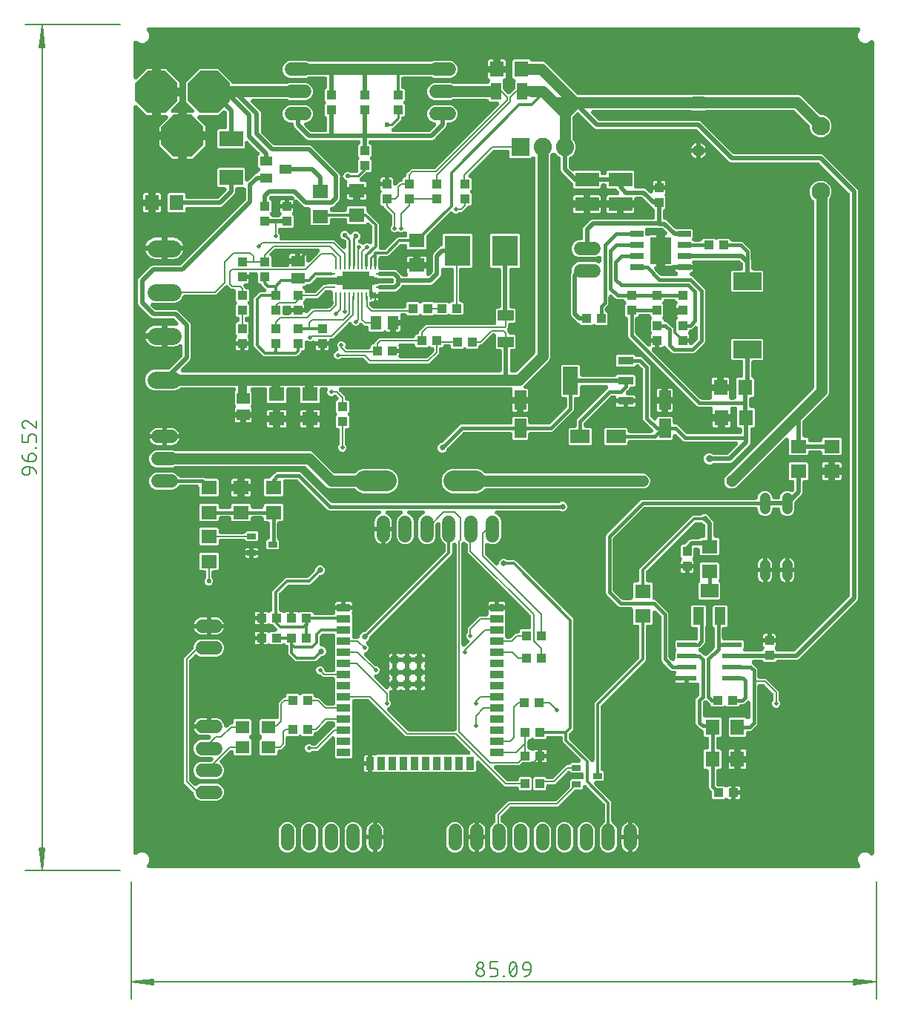
<source format=gbr>
G04 EAGLE Gerber RS-274X export*
G75*
%MOMM*%
%FSLAX34Y34*%
%LPD*%
%INTop Copper*%
%IPPOS*%
%AMOC8*
5,1,8,0,0,1.08239X$1,22.5*%
G01*
%ADD10C,0.130000*%
%ADD11C,0.152400*%
%ADD12C,1.219200*%
%ADD13R,2.200000X0.600000*%
%ADD14C,1.524000*%
%ADD15R,1.500000X0.900000*%
%ADD16R,0.900000X1.500000*%
%ADD17R,0.900000X0.900000*%
%ADD18R,1.000000X1.100000*%
%ADD19R,1.100000X1.000000*%
%ADD20R,0.850000X0.280000*%
%ADD21R,0.280000X0.850000*%
%ADD22R,3.100000X2.050000*%
%ADD23P,5.223614X8X112.500000*%
%ADD24R,2.700000X1.800000*%
%ADD25R,1.803000X1.600000*%
%ADD26R,1.800000X1.600000*%
%ADD27R,1.600000X1.800000*%
%ADD28R,1.400000X1.000000*%
%ADD29R,1.500000X1.300000*%
%ADD30R,2.950000X3.500000*%
%ADD31R,1.300000X1.500000*%
%ADD32P,1.319650X8X22.500000*%
%ADD33R,1.600000X1.803000*%
%ADD34C,2.400300*%
%ADD35C,2.100000*%
%ADD36R,1.371600X1.371600*%
%ADD37C,1.371600*%
%ADD38R,1.600000X1.400000*%
%ADD39R,2.700000X1.600000*%
%ADD40R,1.750000X0.950000*%
%ADD41R,1.750000X3.200000*%
%ADD42R,2.200000X1.550000*%
%ADD43R,1.400000X2.200000*%
%ADD44R,1.000000X0.700000*%
%ADD45R,2.085000X2.085000*%
%ADD46C,2.085000*%
%ADD47R,1.850000X1.200000*%
%ADD48R,1.200000X1.850000*%
%ADD49C,1.981200*%
%ADD50R,1.525000X0.650000*%
%ADD51R,2.400000X3.100000*%
%ADD52R,3.200000X2.000000*%
%ADD53R,1.300000X2.000000*%
%ADD54R,2.000000X1.600000*%
%ADD55C,0.508000*%
%ADD56C,0.406400*%
%ADD57C,0.825000*%
%ADD58C,0.304800*%
%ADD59C,0.550000*%
%ADD60C,0.500000*%
%ADD61C,0.200000*%
%ADD62C,1.270000*%
%ADD63C,0.254000*%
%ADD64C,1.200000*%
%ADD65C,0.675000*%
%ADD66C,0.600000*%
%ADD67C,1.016000*%
%ADD68C,1.780000*%

G36*
X830584Y41112D02*
X830584Y41112D01*
X830714Y41114D01*
X830807Y41132D01*
X830903Y41141D01*
X831028Y41175D01*
X831156Y41200D01*
X831245Y41234D01*
X831337Y41259D01*
X831454Y41315D01*
X831576Y41362D01*
X831658Y41412D01*
X831744Y41453D01*
X831849Y41528D01*
X831961Y41596D01*
X832032Y41659D01*
X832110Y41715D01*
X832201Y41808D01*
X832298Y41894D01*
X832357Y41969D01*
X832424Y42037D01*
X832497Y42145D01*
X832577Y42247D01*
X832623Y42331D01*
X832676Y42410D01*
X832729Y42529D01*
X832790Y42644D01*
X832820Y42735D01*
X832858Y42822D01*
X832889Y42949D01*
X832929Y43072D01*
X832942Y43167D01*
X832965Y43260D01*
X832973Y43389D01*
X832991Y43518D01*
X832987Y43614D01*
X832993Y43709D01*
X832978Y43838D01*
X832972Y43968D01*
X832952Y44061D01*
X832940Y44156D01*
X832903Y44281D01*
X832875Y44408D01*
X832838Y44496D01*
X832810Y44587D01*
X832751Y44703D01*
X832701Y44823D01*
X832649Y44903D01*
X832606Y44989D01*
X832527Y45092D01*
X832457Y45201D01*
X832371Y45299D01*
X832334Y45347D01*
X832301Y45378D01*
X832250Y45436D01*
X831417Y46268D01*
X830199Y49209D01*
X830199Y52391D01*
X831417Y55332D01*
X833668Y57583D01*
X836609Y58801D01*
X839791Y58801D01*
X842732Y57583D01*
X844074Y56240D01*
X844174Y56157D01*
X844267Y56066D01*
X844347Y56013D01*
X844420Y55951D01*
X844533Y55887D01*
X844640Y55814D01*
X844728Y55775D01*
X844811Y55728D01*
X844933Y55684D01*
X845052Y55632D01*
X845145Y55609D01*
X845235Y55577D01*
X845363Y55556D01*
X845490Y55525D01*
X845585Y55519D01*
X845679Y55504D01*
X845809Y55505D01*
X845939Y55497D01*
X846034Y55508D01*
X846130Y55510D01*
X846257Y55534D01*
X846386Y55550D01*
X846478Y55577D01*
X846572Y55595D01*
X846693Y55642D01*
X846817Y55680D01*
X846903Y55723D01*
X846992Y55758D01*
X847103Y55825D01*
X847219Y55884D01*
X847295Y55942D01*
X847376Y55992D01*
X847474Y56078D01*
X847577Y56156D01*
X847642Y56226D01*
X847714Y56290D01*
X847794Y56392D01*
X847883Y56487D01*
X847934Y56568D01*
X847993Y56643D01*
X848055Y56757D01*
X848124Y56867D01*
X848161Y56955D01*
X848206Y57040D01*
X848246Y57163D01*
X848295Y57284D01*
X848315Y57377D01*
X848345Y57468D01*
X848363Y57597D01*
X848390Y57724D01*
X848398Y57854D01*
X848406Y57914D01*
X848405Y57959D01*
X848409Y58036D01*
X848409Y983364D01*
X848398Y983494D01*
X848396Y983624D01*
X848378Y983717D01*
X848369Y983813D01*
X848335Y983938D01*
X848310Y984066D01*
X848276Y984155D01*
X848251Y984247D01*
X848195Y984364D01*
X848148Y984486D01*
X848098Y984568D01*
X848057Y984654D01*
X847982Y984759D01*
X847914Y984871D01*
X847851Y984942D01*
X847795Y985020D01*
X847702Y985111D01*
X847616Y985208D01*
X847541Y985267D01*
X847473Y985334D01*
X847365Y985407D01*
X847263Y985487D01*
X847179Y985533D01*
X847100Y985586D01*
X846981Y985639D01*
X846866Y985700D01*
X846775Y985730D01*
X846688Y985768D01*
X846562Y985799D01*
X846438Y985839D01*
X846343Y985852D01*
X846250Y985875D01*
X846121Y985883D01*
X845992Y985901D01*
X845896Y985897D01*
X845801Y985903D01*
X845672Y985888D01*
X845542Y985882D01*
X845449Y985862D01*
X845354Y985850D01*
X845229Y985813D01*
X845102Y985785D01*
X845014Y985748D01*
X844923Y985720D01*
X844807Y985661D01*
X844687Y985611D01*
X844607Y985559D01*
X844521Y985516D01*
X844418Y985437D01*
X844309Y985367D01*
X844211Y985281D01*
X844163Y985244D01*
X844132Y985211D01*
X844074Y985160D01*
X842732Y983817D01*
X839791Y982599D01*
X836609Y982599D01*
X833668Y983817D01*
X831417Y986068D01*
X830199Y989009D01*
X830199Y992191D01*
X831417Y995132D01*
X832150Y995864D01*
X832233Y995964D01*
X832324Y996057D01*
X832377Y996137D01*
X832439Y996210D01*
X832503Y996323D01*
X832576Y996430D01*
X832615Y996518D01*
X832662Y996601D01*
X832706Y996723D01*
X832758Y996842D01*
X832781Y996935D01*
X832813Y997025D01*
X832834Y997153D01*
X832865Y997280D01*
X832871Y997375D01*
X832886Y997469D01*
X832885Y997599D01*
X832893Y997729D01*
X832882Y997824D01*
X832880Y997919D01*
X832856Y998047D01*
X832840Y998176D01*
X832813Y998268D01*
X832795Y998362D01*
X832748Y998483D01*
X832710Y998607D01*
X832667Y998693D01*
X832632Y998782D01*
X832565Y998893D01*
X832506Y999009D01*
X832448Y999085D01*
X832398Y999166D01*
X832312Y999264D01*
X832234Y999367D01*
X832164Y999432D01*
X832100Y999504D01*
X831998Y999584D01*
X831903Y999673D01*
X831822Y999724D01*
X831747Y999783D01*
X831633Y999844D01*
X831523Y999914D01*
X831434Y999951D01*
X831350Y999996D01*
X831227Y1000036D01*
X831106Y1000085D01*
X831013Y1000105D01*
X830922Y1000135D01*
X830793Y1000153D01*
X830666Y1000180D01*
X830536Y1000188D01*
X830476Y1000196D01*
X830431Y1000195D01*
X830354Y1000199D01*
X20546Y1000199D01*
X20416Y1000188D01*
X20286Y1000186D01*
X20193Y1000168D01*
X20097Y1000159D01*
X19972Y1000125D01*
X19844Y1000100D01*
X19755Y1000066D01*
X19663Y1000041D01*
X19546Y999985D01*
X19424Y999938D01*
X19342Y999888D01*
X19256Y999847D01*
X19151Y999772D01*
X19039Y999704D01*
X18968Y999641D01*
X18890Y999585D01*
X18799Y999492D01*
X18702Y999406D01*
X18643Y999331D01*
X18576Y999263D01*
X18503Y999155D01*
X18423Y999053D01*
X18377Y998969D01*
X18324Y998890D01*
X18271Y998771D01*
X18210Y998656D01*
X18180Y998565D01*
X18142Y998478D01*
X18111Y998351D01*
X18071Y998228D01*
X18058Y998133D01*
X18035Y998040D01*
X18027Y997911D01*
X18009Y997782D01*
X18013Y997686D01*
X18007Y997591D01*
X18022Y997462D01*
X18028Y997332D01*
X18048Y997239D01*
X18060Y997144D01*
X18097Y997019D01*
X18125Y996892D01*
X18162Y996804D01*
X18190Y996713D01*
X18249Y996597D01*
X18299Y996477D01*
X18351Y996397D01*
X18394Y996311D01*
X18473Y996208D01*
X18543Y996099D01*
X18629Y996001D01*
X18666Y995953D01*
X18699Y995922D01*
X18750Y995864D01*
X19483Y995132D01*
X20701Y992191D01*
X20701Y989009D01*
X19483Y986068D01*
X17232Y983817D01*
X14291Y982599D01*
X11109Y982599D01*
X8168Y983817D01*
X7336Y984650D01*
X7236Y984733D01*
X7143Y984824D01*
X7063Y984877D01*
X6990Y984939D01*
X6877Y985003D01*
X6770Y985076D01*
X6682Y985115D01*
X6599Y985162D01*
X6477Y985206D01*
X6358Y985258D01*
X6265Y985281D01*
X6175Y985313D01*
X6047Y985334D01*
X5920Y985365D01*
X5825Y985371D01*
X5731Y985386D01*
X5601Y985385D01*
X5471Y985393D01*
X5376Y985382D01*
X5281Y985380D01*
X5153Y985356D01*
X5024Y985340D01*
X4932Y985313D01*
X4838Y985295D01*
X4717Y985248D01*
X4593Y985210D01*
X4507Y985167D01*
X4418Y985132D01*
X4307Y985065D01*
X4191Y985006D01*
X4115Y984948D01*
X4034Y984898D01*
X3936Y984812D01*
X3833Y984734D01*
X3768Y984664D01*
X3696Y984600D01*
X3616Y984498D01*
X3527Y984403D01*
X3476Y984322D01*
X3417Y984247D01*
X3356Y984133D01*
X3286Y984023D01*
X3249Y983934D01*
X3204Y983850D01*
X3164Y983727D01*
X3115Y983606D01*
X3095Y983513D01*
X3065Y983422D01*
X3047Y983293D01*
X3020Y983166D01*
X3012Y983036D01*
X3004Y982976D01*
X3005Y982931D01*
X3001Y982854D01*
X3001Y943467D01*
X3012Y943338D01*
X3014Y943208D01*
X3032Y943114D01*
X3041Y943019D01*
X3075Y942893D01*
X3100Y942766D01*
X3134Y942677D01*
X3159Y942585D01*
X3215Y942467D01*
X3262Y942346D01*
X3312Y942264D01*
X3353Y942178D01*
X3428Y942072D01*
X3496Y941961D01*
X3559Y941890D01*
X3615Y941812D01*
X3708Y941721D01*
X3794Y941624D01*
X3869Y941565D01*
X3937Y941498D01*
X4045Y941425D01*
X4147Y941344D01*
X4231Y941299D01*
X4310Y941246D01*
X4429Y941193D01*
X4544Y941132D01*
X4635Y941102D01*
X4722Y941063D01*
X4849Y941033D01*
X4972Y940992D01*
X5067Y940979D01*
X5160Y940957D01*
X5289Y940949D01*
X5418Y940931D01*
X5514Y940935D01*
X5609Y940929D01*
X5738Y940944D01*
X5868Y940949D01*
X5961Y940970D01*
X6056Y940981D01*
X6181Y941019D01*
X6308Y941047D01*
X6396Y941084D01*
X6487Y941111D01*
X6603Y941170D01*
X6723Y941221D01*
X6804Y941273D01*
X6889Y941316D01*
X6992Y941394D01*
X7101Y941465D01*
X7199Y941551D01*
X7247Y941588D01*
X7278Y941621D01*
X7336Y941672D01*
X18132Y952469D01*
X23877Y952469D01*
X23877Y928878D01*
X23880Y928844D01*
X23878Y928809D01*
X23900Y928620D01*
X23917Y928430D01*
X23926Y928396D01*
X23930Y928362D01*
X23985Y928179D01*
X24035Y927995D01*
X24050Y927964D01*
X24060Y927931D01*
X24147Y927760D01*
X24229Y927589D01*
X24249Y927561D01*
X24264Y927530D01*
X24380Y927378D01*
X24491Y927223D01*
X24516Y927198D01*
X24536Y927171D01*
X24677Y927042D01*
X24813Y926909D01*
X24842Y926889D01*
X24868Y926866D01*
X25029Y926763D01*
X25186Y926656D01*
X25218Y926642D01*
X25247Y926624D01*
X25424Y926551D01*
X25598Y926474D01*
X25632Y926466D01*
X25664Y926453D01*
X25851Y926413D01*
X26036Y926368D01*
X26070Y926365D01*
X26104Y926358D01*
X26416Y926339D01*
X28957Y926339D01*
X28957Y926337D01*
X26416Y926337D01*
X26382Y926334D01*
X26347Y926336D01*
X26158Y926314D01*
X25968Y926297D01*
X25934Y926288D01*
X25900Y926284D01*
X25717Y926229D01*
X25533Y926179D01*
X25502Y926164D01*
X25469Y926154D01*
X25298Y926067D01*
X25127Y925985D01*
X25098Y925965D01*
X25067Y925949D01*
X24915Y925834D01*
X24760Y925723D01*
X24736Y925698D01*
X24709Y925677D01*
X24580Y925537D01*
X24446Y925400D01*
X24427Y925372D01*
X24404Y925346D01*
X24301Y925185D01*
X24194Y925027D01*
X24180Y924996D01*
X24162Y924967D01*
X24089Y924790D01*
X24012Y924616D01*
X24004Y924582D01*
X23991Y924550D01*
X23951Y924363D01*
X23905Y924178D01*
X23903Y924144D01*
X23896Y924110D01*
X23877Y923798D01*
X23877Y900207D01*
X18132Y900207D01*
X7336Y911004D01*
X7236Y911088D01*
X7143Y911178D01*
X7063Y911232D01*
X6990Y911293D01*
X6877Y911358D01*
X6770Y911430D01*
X6682Y911469D01*
X6599Y911516D01*
X6477Y911560D01*
X6358Y911613D01*
X6265Y911635D01*
X6175Y911667D01*
X6046Y911688D01*
X5920Y911719D01*
X5825Y911725D01*
X5731Y911741D01*
X5600Y911739D01*
X5471Y911747D01*
X5376Y911736D01*
X5280Y911735D01*
X5153Y911710D01*
X5024Y911695D01*
X4932Y911667D01*
X4838Y911649D01*
X4717Y911602D01*
X4593Y911565D01*
X4508Y911521D01*
X4418Y911487D01*
X4307Y911419D01*
X4191Y911360D01*
X4115Y911302D01*
X4034Y911253D01*
X3936Y911167D01*
X3833Y911088D01*
X3768Y911018D01*
X3696Y910955D01*
X3616Y910853D01*
X3527Y910757D01*
X3476Y910676D01*
X3417Y910602D01*
X3356Y910487D01*
X3286Y910377D01*
X3249Y910289D01*
X3204Y910205D01*
X3164Y910081D01*
X3115Y909961D01*
X3095Y909867D01*
X3065Y909776D01*
X3047Y909648D01*
X3020Y909520D01*
X3012Y909391D01*
X3004Y909330D01*
X3005Y909285D01*
X3001Y909209D01*
X3001Y58546D01*
X3012Y58416D01*
X3014Y58286D01*
X3032Y58193D01*
X3041Y58097D01*
X3075Y57972D01*
X3100Y57844D01*
X3134Y57755D01*
X3159Y57663D01*
X3215Y57546D01*
X3262Y57424D01*
X3312Y57342D01*
X3353Y57256D01*
X3428Y57151D01*
X3496Y57039D01*
X3559Y56968D01*
X3615Y56890D01*
X3708Y56799D01*
X3794Y56702D01*
X3869Y56643D01*
X3937Y56576D01*
X4045Y56503D01*
X4147Y56423D01*
X4231Y56377D01*
X4310Y56324D01*
X4429Y56271D01*
X4544Y56210D01*
X4635Y56180D01*
X4722Y56142D01*
X4849Y56111D01*
X4972Y56071D01*
X5067Y56058D01*
X5160Y56035D01*
X5289Y56027D01*
X5418Y56009D01*
X5514Y56013D01*
X5609Y56007D01*
X5738Y56022D01*
X5868Y56028D01*
X5961Y56048D01*
X6056Y56060D01*
X6181Y56097D01*
X6308Y56125D01*
X6396Y56162D01*
X6487Y56190D01*
X6603Y56249D01*
X6723Y56299D01*
X6803Y56351D01*
X6889Y56394D01*
X6992Y56473D01*
X7101Y56543D01*
X7199Y56629D01*
X7247Y56666D01*
X7278Y56699D01*
X7336Y56750D01*
X8168Y57583D01*
X11109Y58801D01*
X14291Y58801D01*
X17232Y57583D01*
X19483Y55332D01*
X20701Y52391D01*
X20701Y49209D01*
X19483Y46268D01*
X18650Y45436D01*
X18567Y45336D01*
X18476Y45243D01*
X18423Y45163D01*
X18361Y45090D01*
X18297Y44977D01*
X18224Y44870D01*
X18185Y44782D01*
X18138Y44699D01*
X18094Y44577D01*
X18042Y44458D01*
X18019Y44365D01*
X17987Y44275D01*
X17966Y44147D01*
X17935Y44020D01*
X17929Y43925D01*
X17914Y43831D01*
X17915Y43701D01*
X17907Y43571D01*
X17918Y43476D01*
X17920Y43381D01*
X17944Y43253D01*
X17960Y43124D01*
X17987Y43032D01*
X18005Y42938D01*
X18052Y42817D01*
X18090Y42693D01*
X18133Y42607D01*
X18168Y42518D01*
X18235Y42407D01*
X18294Y42291D01*
X18352Y42215D01*
X18402Y42134D01*
X18488Y42036D01*
X18566Y41933D01*
X18636Y41868D01*
X18700Y41796D01*
X18802Y41716D01*
X18897Y41627D01*
X18978Y41576D01*
X19053Y41517D01*
X19167Y41456D01*
X19277Y41386D01*
X19366Y41349D01*
X19450Y41304D01*
X19573Y41264D01*
X19694Y41215D01*
X19787Y41195D01*
X19878Y41165D01*
X20007Y41147D01*
X20134Y41120D01*
X20264Y41112D01*
X20324Y41104D01*
X20369Y41105D01*
X20446Y41101D01*
X830454Y41101D01*
X830584Y41112D01*
G37*
%LPC*%
G36*
X417976Y58909D02*
X417976Y58909D01*
X414422Y60382D01*
X411702Y63102D01*
X410229Y66656D01*
X410229Y85744D01*
X411702Y89298D01*
X414422Y92018D01*
X414720Y92142D01*
X414907Y92240D01*
X415097Y92336D01*
X415107Y92344D01*
X415119Y92350D01*
X415287Y92480D01*
X415455Y92608D01*
X415464Y92618D01*
X415475Y92626D01*
X415617Y92783D01*
X415761Y92939D01*
X415768Y92950D01*
X415776Y92960D01*
X415889Y93140D01*
X416002Y93319D01*
X416007Y93331D01*
X416014Y93343D01*
X416093Y93539D01*
X416173Y93736D01*
X416176Y93749D01*
X416181Y93761D01*
X416223Y93967D01*
X416268Y94176D01*
X416269Y94192D01*
X416271Y94202D01*
X416272Y94241D01*
X416287Y94488D01*
X416287Y102765D01*
X418678Y105156D01*
X418679Y105156D01*
X428244Y114721D01*
X430635Y117113D01*
X484233Y117113D01*
X484397Y117127D01*
X484561Y117134D01*
X484621Y117147D01*
X484682Y117153D01*
X484841Y117196D01*
X485001Y117232D01*
X485057Y117255D01*
X485116Y117271D01*
X485264Y117342D01*
X485416Y117405D01*
X485468Y117438D01*
X485523Y117465D01*
X485656Y117560D01*
X485795Y117650D01*
X485852Y117701D01*
X485889Y117727D01*
X485931Y117770D01*
X486029Y117856D01*
X500906Y132733D01*
X501011Y132860D01*
X501123Y132980D01*
X501155Y133032D01*
X501194Y133079D01*
X501276Y133221D01*
X501364Y133360D01*
X501388Y133417D01*
X501418Y133470D01*
X501473Y133624D01*
X501535Y133777D01*
X501548Y133836D01*
X501569Y133894D01*
X501595Y134056D01*
X501630Y134217D01*
X501635Y134294D01*
X501642Y134338D01*
X501641Y134399D01*
X501649Y134529D01*
X501649Y140899D01*
X502851Y142101D01*
X514586Y142101D01*
X514621Y142104D01*
X514655Y142102D01*
X514844Y142124D01*
X515035Y142141D01*
X515068Y142150D01*
X515102Y142154D01*
X515285Y142209D01*
X515469Y142259D01*
X515500Y142274D01*
X515533Y142284D01*
X515704Y142371D01*
X515876Y142453D01*
X515904Y142473D01*
X515935Y142488D01*
X516087Y142604D01*
X516242Y142715D01*
X516266Y142740D01*
X516293Y142760D01*
X516422Y142900D01*
X516556Y143037D01*
X516575Y143066D01*
X516599Y143092D01*
X516701Y143253D01*
X516808Y143410D01*
X516822Y143442D01*
X516840Y143471D01*
X516913Y143648D01*
X516990Y143822D01*
X516998Y143856D01*
X517011Y143888D01*
X517051Y144075D01*
X517097Y144260D01*
X517099Y144294D01*
X517106Y144328D01*
X517125Y144640D01*
X517125Y147460D01*
X517122Y147495D01*
X517124Y147529D01*
X517102Y147718D01*
X517085Y147909D01*
X517076Y147942D01*
X517072Y147976D01*
X517017Y148159D01*
X516967Y148343D01*
X516952Y148374D01*
X516942Y148407D01*
X516855Y148578D01*
X516773Y148750D01*
X516753Y148778D01*
X516738Y148809D01*
X516622Y148961D01*
X516511Y149116D01*
X516486Y149140D01*
X516466Y149167D01*
X516326Y149296D01*
X516189Y149430D01*
X516160Y149449D01*
X516134Y149473D01*
X515973Y149575D01*
X515816Y149682D01*
X515784Y149696D01*
X515755Y149714D01*
X515578Y149787D01*
X515404Y149864D01*
X515370Y149872D01*
X515338Y149885D01*
X515151Y149925D01*
X514966Y149971D01*
X514932Y149973D01*
X514898Y149980D01*
X514586Y149999D01*
X502851Y149999D01*
X501659Y151191D01*
X501633Y151213D01*
X501610Y151239D01*
X501461Y151356D01*
X501314Y151479D01*
X501284Y151497D01*
X501257Y151518D01*
X501089Y151608D01*
X500923Y151703D01*
X500890Y151714D01*
X500860Y151731D01*
X500679Y151790D01*
X500499Y151854D01*
X500464Y151859D01*
X500432Y151870D01*
X500243Y151896D01*
X500055Y151927D01*
X500020Y151927D01*
X499986Y151931D01*
X499795Y151924D01*
X499604Y151921D01*
X499570Y151914D01*
X499536Y151913D01*
X499350Y151872D01*
X499162Y151835D01*
X499130Y151823D01*
X499096Y151815D01*
X498920Y151742D01*
X498742Y151673D01*
X498713Y151655D01*
X498681Y151642D01*
X498520Y151538D01*
X498357Y151439D01*
X498332Y151416D01*
X498302Y151397D01*
X498068Y151191D01*
X483765Y136887D01*
X476560Y136887D01*
X476525Y136884D01*
X476491Y136886D01*
X476302Y136864D01*
X476111Y136847D01*
X476078Y136838D01*
X476044Y136834D01*
X475861Y136779D01*
X475677Y136729D01*
X475646Y136714D01*
X475613Y136704D01*
X475442Y136617D01*
X475270Y136535D01*
X475242Y136515D01*
X475211Y136500D01*
X475059Y136384D01*
X474904Y136273D01*
X474880Y136248D01*
X474853Y136228D01*
X474724Y136088D01*
X474590Y135951D01*
X474571Y135922D01*
X474547Y135896D01*
X474445Y135735D01*
X474338Y135578D01*
X474324Y135546D01*
X474306Y135517D01*
X474233Y135340D01*
X474156Y135166D01*
X474148Y135132D01*
X474135Y135100D01*
X474095Y134913D01*
X474049Y134728D01*
X474047Y134694D01*
X474040Y134660D01*
X474021Y134348D01*
X474021Y130811D01*
X472819Y129609D01*
X461121Y129609D01*
X460266Y130464D01*
X460239Y130487D01*
X460216Y130512D01*
X460067Y130630D01*
X459920Y130753D01*
X459890Y130770D01*
X459863Y130792D01*
X459695Y130882D01*
X459529Y130977D01*
X459497Y130988D01*
X459466Y131005D01*
X459285Y131063D01*
X459105Y131127D01*
X459071Y131133D01*
X459038Y131144D01*
X458849Y131170D01*
X458661Y131201D01*
X458626Y131200D01*
X458592Y131205D01*
X458401Y131197D01*
X458211Y131195D01*
X458176Y131188D01*
X458142Y131187D01*
X457956Y131145D01*
X457768Y131109D01*
X457736Y131097D01*
X457702Y131089D01*
X457526Y131016D01*
X457348Y130947D01*
X457319Y130929D01*
X457287Y130916D01*
X457126Y130812D01*
X456964Y130713D01*
X456938Y130690D01*
X456909Y130671D01*
X456674Y130464D01*
X455819Y129609D01*
X444121Y129609D01*
X442919Y130811D01*
X442919Y131808D01*
X442916Y131843D01*
X442918Y131877D01*
X442896Y132066D01*
X442879Y132257D01*
X442870Y132290D01*
X442866Y132324D01*
X442811Y132507D01*
X442761Y132691D01*
X442746Y132722D01*
X442736Y132755D01*
X442649Y132926D01*
X442567Y133098D01*
X442547Y133126D01*
X442532Y133157D01*
X442416Y133309D01*
X442305Y133464D01*
X442280Y133488D01*
X442260Y133515D01*
X442120Y133644D01*
X441983Y133778D01*
X441954Y133797D01*
X441928Y133821D01*
X441767Y133923D01*
X441610Y134030D01*
X441578Y134044D01*
X441549Y134062D01*
X441372Y134135D01*
X441198Y134212D01*
X441164Y134220D01*
X441132Y134233D01*
X440945Y134273D01*
X440760Y134319D01*
X440726Y134321D01*
X440692Y134328D01*
X440380Y134347D01*
X426825Y134347D01*
X398236Y162937D01*
X398136Y163020D01*
X398043Y163111D01*
X397963Y163164D01*
X397890Y163226D01*
X397777Y163290D01*
X397670Y163363D01*
X397582Y163402D01*
X397499Y163449D01*
X397377Y163492D01*
X397258Y163545D01*
X397165Y163568D01*
X397075Y163600D01*
X396946Y163621D01*
X396820Y163652D01*
X396725Y163658D01*
X396631Y163673D01*
X396500Y163672D01*
X396371Y163680D01*
X396276Y163668D01*
X396180Y163667D01*
X396053Y163642D01*
X395924Y163627D01*
X395832Y163600D01*
X395738Y163582D01*
X395617Y163535D01*
X395493Y163497D01*
X395408Y163454D01*
X395318Y163419D01*
X395207Y163352D01*
X395091Y163293D01*
X395015Y163235D01*
X394934Y163185D01*
X394836Y163099D01*
X394733Y163021D01*
X394668Y162950D01*
X394596Y162887D01*
X394516Y162785D01*
X394427Y162690D01*
X394376Y162609D01*
X394317Y162534D01*
X394256Y162420D01*
X394186Y162310D01*
X394149Y162221D01*
X394104Y162137D01*
X394064Y162014D01*
X394015Y161893D01*
X393995Y161800D01*
X393965Y161709D01*
X393947Y161580D01*
X393920Y161453D01*
X393912Y161323D01*
X393904Y161263D01*
X393905Y161218D01*
X393901Y161141D01*
X393901Y152151D01*
X392699Y150949D01*
X280223Y150949D01*
X280115Y151011D01*
X280071Y151026D01*
X280030Y151048D01*
X279859Y151102D01*
X279691Y151162D01*
X279645Y151169D01*
X279601Y151183D01*
X279423Y151206D01*
X279246Y151235D01*
X279200Y151235D01*
X279154Y151241D01*
X278975Y151232D01*
X278796Y151229D01*
X278751Y151220D01*
X278704Y151218D01*
X278398Y151156D01*
X277813Y150999D01*
X275589Y150999D01*
X275589Y160500D01*
X275589Y170001D01*
X277813Y170001D01*
X278398Y169844D01*
X278444Y169836D01*
X278488Y169822D01*
X278665Y169797D01*
X278842Y169766D01*
X278888Y169767D01*
X278934Y169760D01*
X279113Y169768D01*
X279292Y169768D01*
X279338Y169777D01*
X279384Y169779D01*
X279559Y169818D01*
X279735Y169850D01*
X279778Y169866D01*
X279823Y169876D01*
X279989Y169945D01*
X280156Y170008D01*
X280196Y170032D01*
X280239Y170050D01*
X280240Y170051D01*
X384991Y170051D01*
X385121Y170062D01*
X385251Y170064D01*
X385345Y170082D01*
X385440Y170091D01*
X385565Y170125D01*
X385693Y170150D01*
X385782Y170184D01*
X385874Y170209D01*
X385991Y170265D01*
X386113Y170312D01*
X386195Y170362D01*
X386281Y170403D01*
X386386Y170478D01*
X386498Y170546D01*
X386569Y170609D01*
X386647Y170665D01*
X386738Y170758D01*
X386835Y170844D01*
X386894Y170919D01*
X386961Y170987D01*
X387034Y171095D01*
X387114Y171197D01*
X387159Y171281D01*
X387213Y171360D01*
X387266Y171479D01*
X387327Y171594D01*
X387356Y171685D01*
X387395Y171772D01*
X387426Y171899D01*
X387466Y172022D01*
X387479Y172117D01*
X387502Y172210D01*
X387510Y172339D01*
X387528Y172468D01*
X387524Y172564D01*
X387530Y172659D01*
X387514Y172788D01*
X387509Y172918D01*
X387488Y173011D01*
X387477Y173106D01*
X387440Y173231D01*
X387412Y173358D01*
X387375Y173446D01*
X387347Y173537D01*
X387288Y173653D01*
X387238Y173773D01*
X387186Y173854D01*
X387143Y173939D01*
X387064Y174042D01*
X386994Y174151D01*
X386908Y174249D01*
X386871Y174297D01*
X386838Y174328D01*
X386787Y174386D01*
X370419Y190754D01*
X370292Y190859D01*
X370172Y190971D01*
X370120Y191003D01*
X370073Y191042D01*
X369931Y191124D01*
X369792Y191212D01*
X369735Y191236D01*
X369682Y191266D01*
X369527Y191321D01*
X369375Y191383D01*
X369316Y191396D01*
X369258Y191417D01*
X369096Y191443D01*
X368935Y191478D01*
X368858Y191483D01*
X368814Y191490D01*
X368753Y191489D01*
X368623Y191497D01*
X313795Y191497D01*
X272349Y232944D01*
X272222Y233049D01*
X272102Y233161D01*
X272050Y233193D01*
X272003Y233232D01*
X271861Y233314D01*
X271722Y233402D01*
X271665Y233426D01*
X271612Y233456D01*
X271457Y233511D01*
X271305Y233573D01*
X271246Y233586D01*
X271188Y233607D01*
X271026Y233633D01*
X270865Y233668D01*
X270788Y233673D01*
X270744Y233680D01*
X270683Y233679D01*
X270553Y233687D01*
X254790Y233687D01*
X254755Y233684D01*
X254721Y233686D01*
X254532Y233664D01*
X254341Y233647D01*
X254308Y233638D01*
X254274Y233634D01*
X254091Y233579D01*
X253907Y233529D01*
X253876Y233514D01*
X253843Y233504D01*
X253672Y233417D01*
X253500Y233335D01*
X253472Y233315D01*
X253441Y233300D01*
X253289Y233184D01*
X253134Y233073D01*
X253110Y233048D01*
X253083Y233028D01*
X252954Y232888D01*
X252820Y232751D01*
X252801Y232722D01*
X252777Y232696D01*
X252675Y232535D01*
X252568Y232378D01*
X252554Y232346D01*
X252536Y232317D01*
X252463Y232140D01*
X252386Y231966D01*
X252378Y231932D01*
X252365Y231900D01*
X252325Y231713D01*
X252279Y231528D01*
X252277Y231494D01*
X252270Y231460D01*
X252251Y231148D01*
X252251Y167651D01*
X251049Y166449D01*
X234351Y166449D01*
X233149Y167651D01*
X233149Y188751D01*
X233138Y188880D01*
X233136Y189011D01*
X233118Y189105D01*
X233109Y189200D01*
X233075Y189325D01*
X233050Y189453D01*
X233016Y189542D01*
X232991Y189634D01*
X232935Y189751D01*
X232888Y189873D01*
X232838Y189955D01*
X232797Y190041D01*
X232722Y190146D01*
X232654Y190258D01*
X232591Y190329D01*
X232535Y190407D01*
X232442Y190498D01*
X232356Y190595D01*
X232281Y190654D01*
X232213Y190721D01*
X232105Y190794D01*
X232003Y190874D01*
X231919Y190919D01*
X231840Y190973D01*
X231721Y191026D01*
X231606Y191087D01*
X231515Y191116D01*
X231428Y191155D01*
X231301Y191186D01*
X231178Y191226D01*
X231083Y191239D01*
X230990Y191262D01*
X230861Y191270D01*
X230732Y191288D01*
X230636Y191284D01*
X230541Y191290D01*
X230412Y191274D01*
X230282Y191269D01*
X230189Y191248D01*
X230094Y191237D01*
X229969Y191200D01*
X229842Y191172D01*
X229754Y191135D01*
X229663Y191107D01*
X229547Y191048D01*
X229427Y190998D01*
X229346Y190946D01*
X229261Y190903D01*
X229158Y190824D01*
X229049Y190754D01*
X228951Y190668D01*
X228903Y190631D01*
X228872Y190598D01*
X228814Y190547D01*
X215646Y177379D01*
X213255Y174987D01*
X207875Y174987D01*
X207711Y174973D01*
X207547Y174966D01*
X207487Y174953D01*
X207426Y174947D01*
X207267Y174904D01*
X207107Y174868D01*
X207051Y174845D01*
X206992Y174829D01*
X206844Y174758D01*
X206692Y174695D01*
X206640Y174662D01*
X206585Y174635D01*
X206452Y174540D01*
X206313Y174450D01*
X206256Y174399D01*
X206219Y174373D01*
X206177Y174330D01*
X206079Y174244D01*
X205778Y173942D01*
X204105Y173249D01*
X202295Y173249D01*
X200622Y173942D01*
X199342Y175222D01*
X198649Y176895D01*
X198649Y178705D01*
X199342Y180378D01*
X200622Y181658D01*
X202295Y182351D01*
X204105Y182351D01*
X205778Y181658D01*
X206079Y181356D01*
X206206Y181251D01*
X206326Y181139D01*
X206378Y181107D01*
X206425Y181068D01*
X206567Y180986D01*
X206706Y180898D01*
X206763Y180874D01*
X206816Y180844D01*
X206970Y180789D01*
X207123Y180727D01*
X207182Y180714D01*
X207240Y180693D01*
X207402Y180667D01*
X207563Y180632D01*
X207640Y180627D01*
X207684Y180620D01*
X207745Y180621D01*
X207875Y180613D01*
X209873Y180613D01*
X210037Y180627D01*
X210201Y180634D01*
X210261Y180647D01*
X210322Y180653D01*
X210480Y180696D01*
X210641Y180732D01*
X210697Y180755D01*
X210756Y180771D01*
X210904Y180842D01*
X211056Y180905D01*
X211108Y180938D01*
X211163Y180965D01*
X211296Y181060D01*
X211435Y181150D01*
X211492Y181201D01*
X211529Y181227D01*
X211571Y181270D01*
X211669Y181356D01*
X231856Y201544D01*
X231900Y201565D01*
X231928Y201585D01*
X231959Y201600D01*
X232111Y201716D01*
X232266Y201827D01*
X232290Y201852D01*
X232317Y201872D01*
X232446Y202012D01*
X232580Y202149D01*
X232599Y202178D01*
X232623Y202204D01*
X232725Y202365D01*
X232832Y202522D01*
X232846Y202554D01*
X232864Y202583D01*
X232937Y202760D01*
X233014Y202934D01*
X233022Y202968D01*
X233035Y203000D01*
X233075Y203187D01*
X233121Y203372D01*
X233123Y203406D01*
X233130Y203440D01*
X233149Y203752D01*
X233149Y205748D01*
X233146Y205783D01*
X233148Y205817D01*
X233126Y206006D01*
X233109Y206197D01*
X233100Y206230D01*
X233096Y206264D01*
X233041Y206447D01*
X232991Y206631D01*
X232976Y206662D01*
X232966Y206695D01*
X232879Y206866D01*
X232797Y207038D01*
X232777Y207066D01*
X232762Y207097D01*
X232646Y207249D01*
X232535Y207404D01*
X232510Y207428D01*
X232490Y207455D01*
X232350Y207584D01*
X232213Y207718D01*
X232184Y207737D01*
X232158Y207761D01*
X231997Y207863D01*
X231840Y207970D01*
X231808Y207984D01*
X231779Y208002D01*
X231602Y208075D01*
X231428Y208152D01*
X231394Y208160D01*
X231362Y208173D01*
X231175Y208213D01*
X230990Y208259D01*
X230956Y208261D01*
X230922Y208268D01*
X230610Y208287D01*
X224747Y208287D01*
X224583Y208273D01*
X224419Y208266D01*
X224359Y208253D01*
X224298Y208247D01*
X224140Y208204D01*
X223979Y208168D01*
X223923Y208145D01*
X223864Y208129D01*
X223716Y208058D01*
X223564Y207995D01*
X223512Y207962D01*
X223457Y207935D01*
X223324Y207840D01*
X223185Y207750D01*
X223128Y207699D01*
X223091Y207673D01*
X223049Y207630D01*
X222951Y207544D01*
X211985Y196577D01*
X211130Y196577D01*
X211095Y196574D01*
X211061Y196576D01*
X210872Y196554D01*
X210681Y196537D01*
X210648Y196528D01*
X210614Y196524D01*
X210431Y196469D01*
X210247Y196419D01*
X210216Y196404D01*
X210183Y196394D01*
X210012Y196307D01*
X209840Y196225D01*
X209812Y196205D01*
X209781Y196190D01*
X209629Y196074D01*
X209474Y195963D01*
X209450Y195938D01*
X209423Y195918D01*
X209294Y195778D01*
X209160Y195641D01*
X209141Y195612D01*
X209117Y195586D01*
X209015Y195425D01*
X208908Y195268D01*
X208894Y195236D01*
X208876Y195207D01*
X208803Y195030D01*
X208726Y194856D01*
X208718Y194822D01*
X208705Y194790D01*
X208665Y194603D01*
X208619Y194418D01*
X208617Y194384D01*
X208610Y194350D01*
X208591Y194038D01*
X208591Y193041D01*
X207389Y191839D01*
X195691Y191839D01*
X194836Y192694D01*
X194809Y192717D01*
X194786Y192743D01*
X194637Y192861D01*
X194490Y192983D01*
X194460Y193000D01*
X194433Y193022D01*
X194265Y193112D01*
X194099Y193207D01*
X194067Y193218D01*
X194036Y193235D01*
X193855Y193294D01*
X193675Y193357D01*
X193641Y193363D01*
X193608Y193374D01*
X193419Y193400D01*
X193231Y193431D01*
X193196Y193430D01*
X193162Y193435D01*
X192971Y193427D01*
X192780Y193425D01*
X192746Y193418D01*
X192712Y193417D01*
X192526Y193375D01*
X192338Y193339D01*
X192306Y193327D01*
X192272Y193319D01*
X192097Y193246D01*
X191918Y193177D01*
X191889Y193159D01*
X191857Y193146D01*
X191697Y193042D01*
X191534Y192943D01*
X191508Y192920D01*
X191479Y192901D01*
X191244Y192694D01*
X190389Y191839D01*
X179342Y191839D01*
X179307Y191836D01*
X179273Y191838D01*
X179084Y191816D01*
X178893Y191799D01*
X178860Y191790D01*
X178826Y191786D01*
X178643Y191731D01*
X178459Y191681D01*
X178428Y191666D01*
X178395Y191656D01*
X178224Y191569D01*
X178052Y191487D01*
X178024Y191467D01*
X177993Y191452D01*
X177841Y191336D01*
X177686Y191225D01*
X177662Y191200D01*
X177635Y191180D01*
X177506Y191040D01*
X177372Y190903D01*
X177353Y190874D01*
X177329Y190848D01*
X177227Y190687D01*
X177120Y190530D01*
X177106Y190498D01*
X177088Y190469D01*
X177015Y190292D01*
X176938Y190118D01*
X176930Y190084D01*
X176917Y190052D01*
X176876Y189865D01*
X176831Y189680D01*
X176829Y189646D01*
X176822Y189612D01*
X176803Y189300D01*
X176803Y181715D01*
X171345Y176257D01*
X169830Y176257D01*
X169795Y176254D01*
X169761Y176256D01*
X169572Y176234D01*
X169381Y176217D01*
X169348Y176208D01*
X169314Y176204D01*
X169131Y176149D01*
X168947Y176099D01*
X168916Y176084D01*
X168883Y176074D01*
X168712Y175987D01*
X168540Y175905D01*
X168512Y175885D01*
X168481Y175870D01*
X168329Y175754D01*
X168174Y175643D01*
X168150Y175618D01*
X168123Y175598D01*
X167994Y175458D01*
X167860Y175321D01*
X167841Y175292D01*
X167817Y175266D01*
X167715Y175105D01*
X167608Y174948D01*
X167594Y174916D01*
X167576Y174887D01*
X167503Y174710D01*
X167426Y174536D01*
X167418Y174502D01*
X167405Y174470D01*
X167365Y174283D01*
X167319Y174098D01*
X167317Y174064D01*
X167310Y174030D01*
X167291Y173718D01*
X167291Y171221D01*
X166089Y170019D01*
X148391Y170019D01*
X147189Y171221D01*
X147189Y186919D01*
X148974Y188704D01*
X148997Y188731D01*
X149023Y188754D01*
X149141Y188903D01*
X149263Y189050D01*
X149280Y189080D01*
X149302Y189107D01*
X149392Y189276D01*
X149487Y189441D01*
X149498Y189473D01*
X149515Y189504D01*
X149573Y189685D01*
X149637Y189865D01*
X149643Y189899D01*
X149654Y189932D01*
X149680Y190121D01*
X149711Y190309D01*
X149710Y190344D01*
X149715Y190378D01*
X149707Y190569D01*
X149705Y190760D01*
X149698Y190794D01*
X149697Y190828D01*
X149655Y191014D01*
X149619Y191202D01*
X149607Y191234D01*
X149599Y191268D01*
X149526Y191443D01*
X149457Y191622D01*
X149439Y191651D01*
X149426Y191683D01*
X149322Y191843D01*
X149223Y192006D01*
X149200Y192032D01*
X149181Y192061D01*
X148974Y192296D01*
X147189Y194081D01*
X147189Y209779D01*
X148391Y210981D01*
X166098Y210981D01*
X166133Y210984D01*
X166167Y210982D01*
X166356Y211004D01*
X166547Y211021D01*
X166580Y211030D01*
X166614Y211034D01*
X166797Y211089D01*
X166981Y211139D01*
X167012Y211154D01*
X167045Y211164D01*
X167216Y211251D01*
X167388Y211333D01*
X167416Y211353D01*
X167447Y211368D01*
X167599Y211484D01*
X167754Y211595D01*
X167778Y211620D01*
X167805Y211640D01*
X167934Y211780D01*
X168068Y211917D01*
X168087Y211946D01*
X168111Y211972D01*
X168213Y212133D01*
X168320Y212290D01*
X168334Y212322D01*
X168352Y212351D01*
X168425Y212528D01*
X168502Y212702D01*
X168510Y212736D01*
X168523Y212768D01*
X168563Y212955D01*
X168609Y213140D01*
X168611Y213174D01*
X168618Y213208D01*
X168637Y213520D01*
X168637Y229765D01*
X174095Y235223D01*
X174950Y235223D01*
X174985Y235226D01*
X175019Y235224D01*
X175208Y235246D01*
X175399Y235263D01*
X175432Y235272D01*
X175466Y235276D01*
X175649Y235331D01*
X175833Y235381D01*
X175864Y235396D01*
X175897Y235406D01*
X176068Y235493D01*
X176240Y235575D01*
X176268Y235595D01*
X176299Y235610D01*
X176451Y235726D01*
X176606Y235837D01*
X176630Y235862D01*
X176657Y235882D01*
X176786Y236022D01*
X176920Y236159D01*
X176939Y236188D01*
X176963Y236214D01*
X177065Y236375D01*
X177172Y236532D01*
X177186Y236564D01*
X177204Y236593D01*
X177277Y236770D01*
X177354Y236944D01*
X177362Y236978D01*
X177375Y237010D01*
X177415Y237197D01*
X177461Y237382D01*
X177463Y237416D01*
X177470Y237450D01*
X177489Y237762D01*
X177489Y238759D01*
X178691Y239961D01*
X190389Y239961D01*
X191244Y239106D01*
X191271Y239083D01*
X191294Y239058D01*
X191443Y238940D01*
X191590Y238817D01*
X191620Y238800D01*
X191647Y238778D01*
X191815Y238688D01*
X191981Y238593D01*
X192013Y238582D01*
X192044Y238565D01*
X192225Y238507D01*
X192405Y238443D01*
X192439Y238437D01*
X192472Y238426D01*
X192661Y238400D01*
X192849Y238369D01*
X192884Y238370D01*
X192918Y238365D01*
X193109Y238373D01*
X193299Y238375D01*
X193334Y238382D01*
X193368Y238383D01*
X193554Y238425D01*
X193742Y238461D01*
X193774Y238473D01*
X193808Y238481D01*
X193984Y238554D01*
X194162Y238623D01*
X194191Y238641D01*
X194223Y238654D01*
X194384Y238758D01*
X194546Y238857D01*
X194572Y238880D01*
X194601Y238899D01*
X194836Y239106D01*
X195691Y239961D01*
X207389Y239961D01*
X208591Y238759D01*
X208591Y237762D01*
X208594Y237727D01*
X208592Y237693D01*
X208614Y237503D01*
X208631Y237313D01*
X208640Y237280D01*
X208644Y237246D01*
X208699Y237063D01*
X208749Y236879D01*
X208764Y236848D01*
X208774Y236815D01*
X208861Y236644D01*
X208943Y236472D01*
X208963Y236444D01*
X208978Y236413D01*
X209094Y236261D01*
X209205Y236106D01*
X209230Y236082D01*
X209250Y236055D01*
X209390Y235926D01*
X209527Y235792D01*
X209556Y235773D01*
X209582Y235749D01*
X209743Y235647D01*
X209900Y235540D01*
X209932Y235526D01*
X209961Y235508D01*
X210138Y235435D01*
X210312Y235358D01*
X210346Y235350D01*
X210378Y235337D01*
X210565Y235297D01*
X210750Y235251D01*
X210784Y235249D01*
X210818Y235242D01*
X211130Y235223D01*
X214525Y235223D01*
X222391Y227356D01*
X222518Y227251D01*
X222638Y227139D01*
X222690Y227107D01*
X222737Y227068D01*
X222879Y226986D01*
X223018Y226898D01*
X223075Y226874D01*
X223128Y226844D01*
X223283Y226789D01*
X223435Y226727D01*
X223494Y226714D01*
X223552Y226693D01*
X223714Y226667D01*
X223875Y226632D01*
X223952Y226627D01*
X223996Y226620D01*
X224057Y226621D01*
X224187Y226613D01*
X230610Y226613D01*
X230645Y226616D01*
X230679Y226614D01*
X230868Y226636D01*
X231059Y226653D01*
X231092Y226662D01*
X231126Y226666D01*
X231309Y226721D01*
X231493Y226771D01*
X231524Y226786D01*
X231557Y226796D01*
X231728Y226883D01*
X231900Y226965D01*
X231928Y226985D01*
X231959Y227000D01*
X232111Y227116D01*
X232266Y227227D01*
X232290Y227252D01*
X232317Y227272D01*
X232446Y227412D01*
X232580Y227549D01*
X232599Y227578D01*
X232623Y227604D01*
X232725Y227765D01*
X232832Y227922D01*
X232846Y227954D01*
X232864Y227983D01*
X232937Y228160D01*
X233014Y228334D01*
X233022Y228368D01*
X233035Y228400D01*
X233075Y228587D01*
X233121Y228772D01*
X233123Y228806D01*
X233130Y228840D01*
X233149Y229152D01*
X233149Y256548D01*
X233146Y256583D01*
X233148Y256617D01*
X233126Y256806D01*
X233109Y256997D01*
X233100Y257030D01*
X233096Y257064D01*
X233041Y257247D01*
X232991Y257431D01*
X232976Y257462D01*
X232966Y257495D01*
X232879Y257666D01*
X232797Y257838D01*
X232777Y257866D01*
X232762Y257897D01*
X232646Y258049D01*
X232535Y258204D01*
X232510Y258228D01*
X232490Y258255D01*
X232350Y258384D01*
X232213Y258518D01*
X232184Y258537D01*
X232158Y258561D01*
X231997Y258663D01*
X231840Y258770D01*
X231808Y258784D01*
X231779Y258802D01*
X231602Y258875D01*
X231428Y258952D01*
X231394Y258960D01*
X231362Y258973D01*
X231175Y259013D01*
X230990Y259059D01*
X230956Y259061D01*
X230922Y259068D01*
X230610Y259087D01*
X219535Y259087D01*
X217217Y261406D01*
X217090Y261511D01*
X216970Y261623D01*
X216918Y261655D01*
X216871Y261694D01*
X216729Y261776D01*
X216590Y261864D01*
X216533Y261888D01*
X216480Y261918D01*
X216325Y261973D01*
X216173Y262035D01*
X216114Y262048D01*
X216056Y262069D01*
X215894Y262095D01*
X215733Y262130D01*
X215656Y262135D01*
X215612Y262142D01*
X215551Y262141D01*
X215421Y262149D01*
X214995Y262149D01*
X213322Y262842D01*
X212042Y264122D01*
X211349Y265795D01*
X211349Y267605D01*
X212042Y269278D01*
X213322Y270558D01*
X214995Y271251D01*
X216805Y271251D01*
X218478Y270558D01*
X219758Y269278D01*
X220451Y267605D01*
X220451Y267252D01*
X220454Y267217D01*
X220452Y267183D01*
X220474Y266994D01*
X220491Y266803D01*
X220500Y266770D01*
X220504Y266736D01*
X220559Y266553D01*
X220609Y266369D01*
X220624Y266338D01*
X220634Y266305D01*
X220721Y266134D01*
X220803Y265962D01*
X220823Y265934D01*
X220838Y265903D01*
X220954Y265751D01*
X221065Y265596D01*
X221090Y265572D01*
X221110Y265545D01*
X221250Y265416D01*
X221387Y265282D01*
X221416Y265263D01*
X221442Y265239D01*
X221603Y265137D01*
X221760Y265030D01*
X221792Y265016D01*
X221821Y264998D01*
X221998Y264925D01*
X222172Y264848D01*
X222206Y264840D01*
X222238Y264827D01*
X222425Y264787D01*
X222610Y264741D01*
X222644Y264739D01*
X222678Y264732D01*
X222990Y264713D01*
X230610Y264713D01*
X230645Y264716D01*
X230679Y264714D01*
X230868Y264736D01*
X231059Y264753D01*
X231092Y264762D01*
X231126Y264766D01*
X231309Y264821D01*
X231493Y264871D01*
X231524Y264886D01*
X231557Y264896D01*
X231728Y264983D01*
X231900Y265065D01*
X231928Y265085D01*
X231959Y265100D01*
X232111Y265216D01*
X232266Y265327D01*
X232290Y265352D01*
X232317Y265372D01*
X232446Y265512D01*
X232580Y265649D01*
X232599Y265678D01*
X232623Y265704D01*
X232725Y265864D01*
X232832Y266022D01*
X232846Y266054D01*
X232864Y266083D01*
X232937Y266260D01*
X233014Y266434D01*
X233022Y266468D01*
X233035Y266500D01*
X233075Y266687D01*
X233121Y266872D01*
X233123Y266906D01*
X233130Y266940D01*
X233149Y267252D01*
X233149Y306306D01*
X233146Y306341D01*
X233148Y306375D01*
X233126Y306564D01*
X233109Y306755D01*
X233100Y306788D01*
X233096Y306822D01*
X233041Y307005D01*
X232991Y307189D01*
X232976Y307220D01*
X232966Y307253D01*
X232879Y307424D01*
X232797Y307596D01*
X232777Y307624D01*
X232762Y307655D01*
X232646Y307807D01*
X232535Y307962D01*
X232510Y307986D01*
X232490Y308013D01*
X232350Y308142D01*
X232213Y308276D01*
X232184Y308295D01*
X232158Y308319D01*
X231997Y308421D01*
X231840Y308528D01*
X231808Y308542D01*
X231779Y308560D01*
X231602Y308633D01*
X231428Y308710D01*
X231394Y308718D01*
X231362Y308731D01*
X231175Y308771D01*
X230990Y308817D01*
X230956Y308819D01*
X230922Y308826D01*
X230610Y308845D01*
X219702Y308845D01*
X219539Y308831D01*
X219374Y308824D01*
X219315Y308811D01*
X219254Y308805D01*
X219095Y308762D01*
X218935Y308726D01*
X218878Y308703D01*
X218820Y308687D01*
X218672Y308616D01*
X218519Y308553D01*
X218468Y308520D01*
X218413Y308493D01*
X218280Y308398D01*
X218141Y308308D01*
X218083Y308257D01*
X218047Y308231D01*
X218004Y308188D01*
X217907Y308102D01*
X216408Y306603D01*
X216303Y306477D01*
X216191Y306356D01*
X216159Y306305D01*
X216120Y306258D01*
X216038Y306115D01*
X215950Y305976D01*
X215926Y305920D01*
X215896Y305867D01*
X215841Y305712D01*
X215779Y305560D01*
X215766Y305500D01*
X215745Y305442D01*
X215719Y305280D01*
X215684Y305119D01*
X215679Y305042D01*
X215672Y304998D01*
X215673Y304937D01*
X215665Y304808D01*
X215665Y297739D01*
X215453Y297227D01*
X215428Y297148D01*
X215395Y297073D01*
X215361Y296933D01*
X215318Y296797D01*
X215307Y296715D01*
X215288Y296635D01*
X215279Y296492D01*
X215261Y296350D01*
X215265Y296268D01*
X215260Y296186D01*
X215277Y296044D01*
X215284Y295901D01*
X215303Y295820D01*
X215312Y295739D01*
X215354Y295602D01*
X215386Y295462D01*
X215419Y295387D01*
X215443Y295308D01*
X215508Y295180D01*
X215564Y295049D01*
X215610Y294980D01*
X215647Y294906D01*
X215733Y294793D01*
X215812Y294673D01*
X215869Y294613D01*
X215919Y294548D01*
X216024Y294451D01*
X216123Y294347D01*
X216189Y294298D01*
X216250Y294242D01*
X216371Y294166D01*
X216486Y294081D01*
X216560Y294045D01*
X216630Y294001D01*
X216762Y293946D01*
X216891Y293883D01*
X216970Y293861D01*
X217046Y293830D01*
X217186Y293800D01*
X217324Y293760D01*
X217406Y293752D01*
X217487Y293735D01*
X217732Y293720D01*
X217772Y293716D01*
X217783Y293717D01*
X217799Y293716D01*
X218249Y293716D01*
X220243Y292890D01*
X221770Y291363D01*
X222596Y289369D01*
X222596Y287211D01*
X221770Y285217D01*
X220243Y283690D01*
X218249Y282864D01*
X217852Y282864D01*
X217688Y282850D01*
X217523Y282843D01*
X217464Y282830D01*
X217403Y282824D01*
X217244Y282781D01*
X217084Y282745D01*
X217027Y282722D01*
X216969Y282706D01*
X216821Y282635D01*
X216668Y282572D01*
X216617Y282539D01*
X216562Y282512D01*
X216429Y282417D01*
X216290Y282327D01*
X216232Y282276D01*
X216196Y282250D01*
X216153Y282207D01*
X216056Y282121D01*
X211575Y277639D01*
X210261Y277095D01*
X188519Y277095D01*
X187205Y277639D01*
X180239Y284605D01*
X179695Y285919D01*
X179695Y293440D01*
X179692Y293474D01*
X179694Y293509D01*
X179672Y293698D01*
X179655Y293889D01*
X179646Y293922D01*
X179642Y293956D01*
X179587Y294139D01*
X179537Y294323D01*
X179522Y294354D01*
X179512Y294387D01*
X179425Y294558D01*
X179343Y294730D01*
X179323Y294758D01*
X179308Y294789D01*
X179192Y294941D01*
X179081Y295096D01*
X179056Y295120D01*
X179036Y295147D01*
X178896Y295276D01*
X178759Y295410D01*
X178730Y295429D01*
X178704Y295453D01*
X178543Y295555D01*
X178386Y295662D01*
X178354Y295676D01*
X178325Y295694D01*
X178148Y295767D01*
X177974Y295844D01*
X177940Y295852D01*
X177908Y295865D01*
X177721Y295905D01*
X177536Y295951D01*
X177502Y295953D01*
X177468Y295960D01*
X177438Y295962D01*
X176421Y296979D01*
X176394Y297002D01*
X176371Y297027D01*
X176222Y297145D01*
X176075Y297268D01*
X176045Y297285D01*
X176018Y297307D01*
X175850Y297397D01*
X175684Y297492D01*
X175652Y297503D01*
X175621Y297520D01*
X175440Y297578D01*
X175260Y297642D01*
X175226Y297648D01*
X175193Y297659D01*
X175004Y297685D01*
X174816Y297716D01*
X174781Y297715D01*
X174747Y297720D01*
X174556Y297712D01*
X174366Y297710D01*
X174331Y297703D01*
X174297Y297702D01*
X174111Y297660D01*
X173923Y297624D01*
X173891Y297612D01*
X173857Y297604D01*
X173681Y297531D01*
X173503Y297462D01*
X173474Y297444D01*
X173442Y297431D01*
X173281Y297327D01*
X173119Y297228D01*
X173093Y297205D01*
X173064Y297186D01*
X172829Y296979D01*
X172329Y296479D01*
X159631Y296479D01*
X159240Y296870D01*
X159213Y296892D01*
X159191Y296918D01*
X159060Y297021D01*
X159041Y297038D01*
X159030Y297046D01*
X158895Y297159D01*
X158865Y297176D01*
X158838Y297197D01*
X158670Y297287D01*
X158504Y297382D01*
X158471Y297393D01*
X158441Y297410D01*
X158259Y297469D01*
X158080Y297533D01*
X158045Y297538D01*
X158012Y297549D01*
X157824Y297575D01*
X157635Y297606D01*
X157601Y297606D01*
X157566Y297610D01*
X157376Y297603D01*
X157185Y297600D01*
X157151Y297594D01*
X157117Y297592D01*
X156931Y297551D01*
X156743Y297515D01*
X156711Y297502D01*
X156677Y297495D01*
X156501Y297421D01*
X156323Y297352D01*
X156294Y297334D01*
X156261Y297321D01*
X156101Y297217D01*
X155938Y297118D01*
X155912Y297095D01*
X155883Y297077D01*
X155744Y296953D01*
X155741Y296951D01*
X155737Y296948D01*
X155731Y296942D01*
X155252Y296666D01*
X154743Y296529D01*
X151519Y296529D01*
X151519Y303530D01*
X151519Y310531D01*
X154743Y310531D01*
X155252Y310394D01*
X155724Y310122D01*
X155847Y310024D01*
X155994Y309901D01*
X156025Y309884D01*
X156052Y309863D01*
X156220Y309773D01*
X156385Y309678D01*
X156418Y309667D01*
X156449Y309650D01*
X156630Y309591D01*
X156810Y309527D01*
X156844Y309522D01*
X156877Y309511D01*
X157065Y309485D01*
X157254Y309454D01*
X157289Y309454D01*
X157323Y309450D01*
X157513Y309457D01*
X157704Y309460D01*
X157738Y309466D01*
X157773Y309468D01*
X157959Y309509D01*
X158146Y309545D01*
X158179Y309558D01*
X158212Y309565D01*
X158388Y309639D01*
X158566Y309708D01*
X158596Y309726D01*
X158628Y309739D01*
X158788Y309843D01*
X158951Y309942D01*
X158977Y309965D01*
X159006Y309983D01*
X159240Y310190D01*
X159631Y310581D01*
X164644Y310581D01*
X164773Y310592D01*
X164903Y310594D01*
X164997Y310612D01*
X165092Y310621D01*
X165218Y310655D01*
X165345Y310680D01*
X165434Y310714D01*
X165526Y310739D01*
X165644Y310795D01*
X165765Y310842D01*
X165847Y310892D01*
X165933Y310933D01*
X166039Y311008D01*
X166150Y311076D01*
X166221Y311139D01*
X166299Y311195D01*
X166390Y311288D01*
X166487Y311374D01*
X166547Y311449D01*
X166613Y311517D01*
X166686Y311625D01*
X166767Y311727D01*
X166812Y311811D01*
X166865Y311890D01*
X166918Y312009D01*
X166979Y312124D01*
X167009Y312215D01*
X167048Y312302D01*
X167078Y312429D01*
X167118Y312552D01*
X167132Y312647D01*
X167154Y312740D01*
X167162Y312869D01*
X167180Y312998D01*
X167176Y313094D01*
X167182Y313189D01*
X167167Y313318D01*
X167162Y313448D01*
X167141Y313541D01*
X167130Y313636D01*
X167092Y313761D01*
X167064Y313888D01*
X167027Y313976D01*
X166999Y314067D01*
X166940Y314183D01*
X166890Y314303D01*
X166838Y314383D01*
X166795Y314469D01*
X166717Y314572D01*
X166646Y314681D01*
X166560Y314779D01*
X166523Y314827D01*
X166490Y314858D01*
X166439Y314916D01*
X162759Y318596D01*
X162633Y318701D01*
X162512Y318813D01*
X162460Y318845D01*
X162414Y318884D01*
X162271Y318966D01*
X162132Y319054D01*
X162076Y319078D01*
X162023Y319108D01*
X161868Y319163D01*
X161716Y319225D01*
X161656Y319238D01*
X161598Y319259D01*
X161436Y319285D01*
X161275Y319320D01*
X161198Y319325D01*
X161154Y319332D01*
X161093Y319331D01*
X160963Y319339D01*
X159631Y319339D01*
X159240Y319730D01*
X159213Y319752D01*
X159190Y319778D01*
X159055Y319885D01*
X159048Y319891D01*
X159042Y319895D01*
X159041Y319896D01*
X158895Y320019D01*
X158865Y320036D01*
X158837Y320057D01*
X158670Y320147D01*
X158504Y320242D01*
X158471Y320254D01*
X158440Y320270D01*
X158259Y320329D01*
X158080Y320393D01*
X158045Y320398D01*
X158012Y320409D01*
X157823Y320435D01*
X157635Y320466D01*
X157601Y320466D01*
X157566Y320471D01*
X157376Y320463D01*
X157185Y320460D01*
X157151Y320454D01*
X157116Y320452D01*
X156930Y320411D01*
X156743Y320375D01*
X156711Y320362D01*
X156677Y320355D01*
X156501Y320281D01*
X156323Y320212D01*
X156293Y320194D01*
X156261Y320181D01*
X156101Y320077D01*
X155938Y319978D01*
X155912Y319955D01*
X155883Y319937D01*
X155731Y319802D01*
X155252Y319526D01*
X154743Y319389D01*
X151519Y319389D01*
X151519Y326390D01*
X151519Y333391D01*
X154743Y333391D01*
X155252Y333254D01*
X155724Y332982D01*
X155848Y332884D01*
X155994Y332762D01*
X156024Y332744D01*
X156052Y332723D01*
X156220Y332633D01*
X156385Y332538D01*
X156418Y332526D01*
X156449Y332510D01*
X156630Y332451D01*
X156809Y332387D01*
X156844Y332382D01*
X156877Y332371D01*
X157066Y332345D01*
X157254Y332314D01*
X157288Y332314D01*
X157323Y332309D01*
X157514Y332317D01*
X157704Y332320D01*
X157738Y332326D01*
X157773Y332328D01*
X157959Y332369D01*
X158146Y332405D01*
X158178Y332418D01*
X158212Y332425D01*
X158388Y332499D01*
X158566Y332568D01*
X158596Y332586D01*
X158628Y332599D01*
X158788Y332702D01*
X158951Y332801D01*
X158977Y332825D01*
X159006Y332843D01*
X159240Y333050D01*
X159759Y333569D01*
X159869Y333599D01*
X159900Y333614D01*
X159933Y333624D01*
X160104Y333711D01*
X160276Y333793D01*
X160304Y333813D01*
X160335Y333828D01*
X160487Y333944D01*
X160642Y334055D01*
X160666Y334080D01*
X160693Y334100D01*
X160822Y334240D01*
X160956Y334377D01*
X160975Y334406D01*
X160999Y334432D01*
X161101Y334593D01*
X161208Y334750D01*
X161222Y334782D01*
X161240Y334811D01*
X161313Y334988D01*
X161390Y335162D01*
X161398Y335196D01*
X161411Y335228D01*
X161451Y335415D01*
X161497Y335600D01*
X161499Y335634D01*
X161506Y335668D01*
X161525Y335980D01*
X161525Y356311D01*
X162069Y357625D01*
X175775Y371331D01*
X177089Y371875D01*
X200667Y371875D01*
X200831Y371889D01*
X200996Y371896D01*
X201055Y371909D01*
X201116Y371915D01*
X201275Y371958D01*
X201435Y371994D01*
X201491Y372017D01*
X201550Y372033D01*
X201699Y372104D01*
X201851Y372167D01*
X201902Y372200D01*
X201957Y372227D01*
X202091Y372322D01*
X202229Y372412D01*
X202287Y372463D01*
X202323Y372489D01*
X202366Y372532D01*
X202463Y372618D01*
X209731Y379886D01*
X209836Y380012D01*
X209948Y380133D01*
X209980Y380184D01*
X210019Y380231D01*
X210101Y380374D01*
X210189Y380513D01*
X210213Y380569D01*
X210243Y380622D01*
X210298Y380777D01*
X210360Y380929D01*
X210373Y380989D01*
X210394Y381047D01*
X210420Y381209D01*
X210455Y381370D01*
X210460Y381447D01*
X210467Y381491D01*
X210466Y381551D01*
X210474Y381681D01*
X210474Y382079D01*
X211300Y384073D01*
X212827Y385600D01*
X214821Y386426D01*
X216979Y386426D01*
X218973Y385600D01*
X220500Y384073D01*
X221326Y382079D01*
X221326Y379921D01*
X220500Y377927D01*
X218973Y376400D01*
X216979Y375574D01*
X216581Y375574D01*
X216418Y375560D01*
X216253Y375553D01*
X216194Y375540D01*
X216133Y375534D01*
X215974Y375491D01*
X215814Y375455D01*
X215757Y375432D01*
X215699Y375416D01*
X215550Y375345D01*
X215398Y375282D01*
X215347Y375249D01*
X215292Y375222D01*
X215158Y375127D01*
X215020Y375037D01*
X214962Y374986D01*
X214926Y374960D01*
X214883Y374917D01*
X214786Y374831D01*
X206588Y366632D01*
X205225Y365269D01*
X203911Y364725D01*
X180333Y364725D01*
X180169Y364711D01*
X180004Y364704D01*
X179945Y364691D01*
X179884Y364685D01*
X179725Y364642D01*
X179565Y364606D01*
X179508Y364583D01*
X179450Y364567D01*
X179302Y364496D01*
X179149Y364433D01*
X179098Y364400D01*
X179043Y364373D01*
X178910Y364278D01*
X178771Y364188D01*
X178713Y364137D01*
X178677Y364111D01*
X178634Y364068D01*
X178537Y363982D01*
X169418Y354863D01*
X169313Y354737D01*
X169201Y354616D01*
X169169Y354564D01*
X169130Y354518D01*
X169048Y354375D01*
X168960Y354236D01*
X168936Y354180D01*
X168906Y354127D01*
X168851Y353972D01*
X168789Y353820D01*
X168776Y353760D01*
X168755Y353702D01*
X168729Y353540D01*
X168694Y353379D01*
X168689Y353302D01*
X168682Y353258D01*
X168683Y353197D01*
X168675Y353067D01*
X168675Y335980D01*
X168678Y335945D01*
X168676Y335911D01*
X168698Y335722D01*
X168715Y335531D01*
X168724Y335498D01*
X168728Y335464D01*
X168783Y335281D01*
X168833Y335097D01*
X168848Y335066D01*
X168858Y335033D01*
X168945Y334862D01*
X169027Y334690D01*
X169047Y334662D01*
X169062Y334631D01*
X169178Y334479D01*
X169289Y334324D01*
X169314Y334300D01*
X169334Y334273D01*
X169474Y334144D01*
X169611Y334010D01*
X169640Y333991D01*
X169666Y333967D01*
X169827Y333865D01*
X169984Y333758D01*
X170016Y333744D01*
X170045Y333726D01*
X170222Y333653D01*
X170396Y333576D01*
X170430Y333568D01*
X170462Y333555D01*
X170649Y333515D01*
X170834Y333469D01*
X170868Y333467D01*
X170902Y333460D01*
X171214Y333441D01*
X172329Y333441D01*
X172865Y332905D01*
X172891Y332883D01*
X172914Y332857D01*
X173064Y332739D01*
X173210Y332616D01*
X173240Y332599D01*
X173268Y332578D01*
X173435Y332488D01*
X173601Y332393D01*
X173634Y332381D01*
X173664Y332365D01*
X173845Y332306D01*
X174025Y332242D01*
X174060Y332237D01*
X174093Y332226D01*
X174281Y332200D01*
X174470Y332169D01*
X174504Y332169D01*
X174539Y332164D01*
X174729Y332172D01*
X174920Y332175D01*
X174954Y332181D01*
X174989Y332183D01*
X175174Y332224D01*
X175362Y332260D01*
X175394Y332273D01*
X175428Y332280D01*
X175604Y332354D01*
X175782Y332423D01*
X175812Y332441D01*
X175844Y332454D01*
X176004Y332558D01*
X176167Y332657D01*
X176193Y332680D01*
X176222Y332698D01*
X176456Y332905D01*
X176542Y332991D01*
X176998Y333254D01*
X177507Y333391D01*
X180731Y333391D01*
X180731Y326390D01*
X180734Y326356D01*
X180732Y326321D01*
X180754Y326132D01*
X180770Y325942D01*
X180780Y325908D01*
X180784Y325874D01*
X180839Y325691D01*
X180889Y325507D01*
X180904Y325476D01*
X180914Y325443D01*
X181001Y325272D01*
X181082Y325101D01*
X181103Y325073D01*
X181118Y325042D01*
X181233Y324890D01*
X181345Y324735D01*
X181369Y324711D01*
X181390Y324683D01*
X181530Y324554D01*
X181667Y324421D01*
X181696Y324401D01*
X181721Y324378D01*
X181882Y324275D01*
X182040Y324169D01*
X182072Y324155D01*
X182101Y324136D01*
X182278Y324064D01*
X182452Y323986D01*
X182486Y323978D01*
X182518Y323965D01*
X182704Y323925D01*
X182889Y323880D01*
X182924Y323878D01*
X182958Y323870D01*
X183270Y323851D01*
X183305Y323854D01*
X183339Y323852D01*
X183529Y323874D01*
X183719Y323891D01*
X183752Y323900D01*
X183786Y323904D01*
X183969Y323959D01*
X184153Y324010D01*
X184184Y324024D01*
X184217Y324034D01*
X184388Y324121D01*
X184560Y324203D01*
X184588Y324223D01*
X184619Y324239D01*
X184771Y324354D01*
X184926Y324465D01*
X184950Y324490D01*
X184977Y324511D01*
X185107Y324651D01*
X185240Y324788D01*
X185259Y324816D01*
X185283Y324842D01*
X185385Y325003D01*
X185492Y325161D01*
X185506Y325192D01*
X185524Y325222D01*
X185597Y325398D01*
X185674Y325573D01*
X185682Y325606D01*
X185695Y325638D01*
X185736Y325825D01*
X185781Y326010D01*
X185783Y326044D01*
X185790Y326078D01*
X185809Y326390D01*
X185809Y333391D01*
X189033Y333391D01*
X189542Y333254D01*
X190014Y332982D01*
X190138Y332884D01*
X190284Y332762D01*
X190314Y332744D01*
X190342Y332723D01*
X190510Y332633D01*
X190675Y332538D01*
X190708Y332526D01*
X190739Y332510D01*
X190920Y332451D01*
X191099Y332387D01*
X191134Y332382D01*
X191167Y332371D01*
X191356Y332345D01*
X191544Y332314D01*
X191578Y332314D01*
X191613Y332309D01*
X191804Y332317D01*
X191994Y332320D01*
X192028Y332326D01*
X192063Y332328D01*
X192249Y332369D01*
X192436Y332405D01*
X192468Y332418D01*
X192502Y332425D01*
X192678Y332499D01*
X192856Y332568D01*
X192886Y332586D01*
X192918Y332599D01*
X193078Y332702D01*
X193241Y332801D01*
X193267Y332825D01*
X193296Y332843D01*
X193530Y333050D01*
X193921Y333441D01*
X206619Y333441D01*
X207847Y332214D01*
X207861Y332055D01*
X207870Y332022D01*
X207874Y331988D01*
X207929Y331805D01*
X207979Y331621D01*
X207994Y331590D01*
X208004Y331557D01*
X208091Y331385D01*
X208173Y331214D01*
X208193Y331186D01*
X208208Y331155D01*
X208324Y331003D01*
X208435Y330848D01*
X208460Y330824D01*
X208480Y330797D01*
X208620Y330668D01*
X208757Y330534D01*
X208786Y330515D01*
X208812Y330491D01*
X208973Y330389D01*
X209130Y330282D01*
X209162Y330268D01*
X209191Y330250D01*
X209368Y330177D01*
X209542Y330100D01*
X209576Y330092D01*
X209608Y330079D01*
X209795Y330039D01*
X209980Y329993D01*
X210014Y329991D01*
X210048Y329984D01*
X210360Y329965D01*
X230794Y329965D01*
X230935Y329977D01*
X231076Y329981D01*
X231158Y329997D01*
X231242Y330005D01*
X231379Y330042D01*
X231517Y330070D01*
X231595Y330101D01*
X231676Y330123D01*
X231804Y330184D01*
X231936Y330236D01*
X232007Y330281D01*
X232083Y330317D01*
X232198Y330399D01*
X232319Y330474D01*
X232381Y330530D01*
X232449Y330579D01*
X232548Y330680D01*
X232653Y330775D01*
X232705Y330841D01*
X232763Y330901D01*
X232843Y331019D01*
X232929Y331131D01*
X232968Y331205D01*
X233015Y331274D01*
X233073Y331404D01*
X233138Y331529D01*
X233164Y331609D01*
X233198Y331686D01*
X233231Y331824D01*
X233274Y331959D01*
X233284Y332042D01*
X233304Y332124D01*
X233313Y332265D01*
X233331Y332405D01*
X233327Y332489D01*
X233332Y332573D01*
X233315Y332714D01*
X233308Y332855D01*
X233286Y332964D01*
X233280Y333020D01*
X233265Y333070D01*
X233246Y333161D01*
X233199Y333337D01*
X233199Y335561D01*
X242700Y335561D01*
X252201Y335561D01*
X252201Y333337D01*
X252044Y332752D01*
X252036Y332706D01*
X252022Y332662D01*
X251997Y332485D01*
X251966Y332308D01*
X251967Y332262D01*
X251960Y332216D01*
X251968Y332037D01*
X251968Y331858D01*
X251977Y331812D01*
X251979Y331766D01*
X252018Y331591D01*
X252050Y331415D01*
X252066Y331372D01*
X252076Y331327D01*
X252145Y331161D01*
X252208Y330994D01*
X252232Y330954D01*
X252250Y330911D01*
X252251Y330910D01*
X252251Y305352D01*
X252254Y305317D01*
X252252Y305283D01*
X252274Y305094D01*
X252291Y304903D01*
X252300Y304870D01*
X252304Y304836D01*
X252359Y304653D01*
X252409Y304469D01*
X252424Y304438D01*
X252434Y304405D01*
X252521Y304234D01*
X252603Y304062D01*
X252623Y304034D01*
X252638Y304003D01*
X252754Y303851D01*
X252865Y303696D01*
X252890Y303672D01*
X252910Y303645D01*
X253050Y303516D01*
X253187Y303382D01*
X253216Y303363D01*
X253242Y303339D01*
X253403Y303237D01*
X253560Y303130D01*
X253592Y303116D01*
X253621Y303098D01*
X253798Y303025D01*
X253972Y302948D01*
X254006Y302940D01*
X254038Y302927D01*
X254225Y302887D01*
X254410Y302841D01*
X254444Y302839D01*
X254478Y302832D01*
X254790Y302813D01*
X258735Y302813D01*
X258770Y302816D01*
X258804Y302814D01*
X258993Y302836D01*
X259184Y302853D01*
X259217Y302862D01*
X259251Y302866D01*
X259434Y302921D01*
X259618Y302971D01*
X259649Y302986D01*
X259682Y302996D01*
X259853Y303083D01*
X260025Y303165D01*
X260053Y303185D01*
X260084Y303200D01*
X260236Y303316D01*
X260391Y303427D01*
X260415Y303452D01*
X260442Y303472D01*
X260571Y303612D01*
X260705Y303749D01*
X260724Y303778D01*
X260748Y303804D01*
X260850Y303965D01*
X260957Y304122D01*
X260971Y304154D01*
X260989Y304183D01*
X261062Y304360D01*
X261139Y304534D01*
X261147Y304568D01*
X261160Y304600D01*
X261200Y304787D01*
X261246Y304972D01*
X261248Y305006D01*
X261255Y305040D01*
X261274Y305352D01*
X261274Y305879D01*
X262100Y307873D01*
X263627Y309400D01*
X265621Y310226D01*
X266018Y310226D01*
X266182Y310240D01*
X266347Y310247D01*
X266406Y310260D01*
X266467Y310266D01*
X266626Y310309D01*
X266786Y310345D01*
X266843Y310368D01*
X266901Y310384D01*
X267049Y310455D01*
X267202Y310518D01*
X267253Y310551D01*
X267308Y310578D01*
X267441Y310673D01*
X267580Y310763D01*
X267638Y310814D01*
X267674Y310840D01*
X267706Y310873D01*
X267710Y310875D01*
X267723Y310889D01*
X267814Y310969D01*
X358702Y401857D01*
X358807Y401983D01*
X358919Y402104D01*
X358951Y402156D01*
X358990Y402202D01*
X359072Y402345D01*
X359160Y402484D01*
X359184Y402540D01*
X359214Y402593D01*
X359269Y402748D01*
X359331Y402900D01*
X359344Y402960D01*
X359365Y403018D01*
X359391Y403180D01*
X359426Y403341D01*
X359431Y403418D01*
X359438Y403462D01*
X359437Y403523D01*
X359445Y403653D01*
X359445Y409686D01*
X359427Y409897D01*
X359410Y410109D01*
X359407Y410122D01*
X359405Y410135D01*
X359349Y410341D01*
X359296Y410545D01*
X359290Y410557D01*
X359287Y410569D01*
X359196Y410760D01*
X359107Y410953D01*
X359099Y410964D01*
X359093Y410976D01*
X358971Y411148D01*
X358848Y411322D01*
X358839Y411331D01*
X358831Y411342D01*
X358679Y411490D01*
X358529Y411639D01*
X358518Y411647D01*
X358509Y411656D01*
X358335Y411774D01*
X358159Y411895D01*
X358144Y411902D01*
X358136Y411908D01*
X358100Y411924D01*
X357878Y412032D01*
X357542Y412172D01*
X354822Y414892D01*
X353349Y418446D01*
X353349Y433211D01*
X353338Y433341D01*
X353336Y433471D01*
X353318Y433564D01*
X353309Y433660D01*
X353275Y433785D01*
X353250Y433913D01*
X353216Y434002D01*
X353191Y434094D01*
X353135Y434211D01*
X353088Y434333D01*
X353038Y434415D01*
X352997Y434501D01*
X352922Y434606D01*
X352854Y434718D01*
X352791Y434789D01*
X352735Y434867D01*
X352642Y434958D01*
X352556Y435055D01*
X352481Y435114D01*
X352413Y435181D01*
X352305Y435254D01*
X352203Y435334D01*
X352119Y435379D01*
X352040Y435433D01*
X351921Y435486D01*
X351806Y435547D01*
X351715Y435577D01*
X351628Y435615D01*
X351501Y435646D01*
X351378Y435686D01*
X351283Y435699D01*
X351190Y435722D01*
X351061Y435730D01*
X350932Y435748D01*
X350836Y435744D01*
X350741Y435750D01*
X350612Y435734D01*
X350482Y435729D01*
X350389Y435708D01*
X350294Y435697D01*
X350169Y435660D01*
X350042Y435632D01*
X349954Y435595D01*
X349863Y435567D01*
X349747Y435508D01*
X349627Y435458D01*
X349547Y435406D01*
X349461Y435363D01*
X349358Y435284D01*
X349249Y435214D01*
X349151Y435128D01*
X349103Y435091D01*
X349072Y435058D01*
X349014Y435007D01*
X348434Y434427D01*
X348329Y434301D01*
X348217Y434180D01*
X348185Y434128D01*
X348146Y434081D01*
X348064Y433939D01*
X347976Y433800D01*
X347952Y433743D01*
X347922Y433690D01*
X347867Y433536D01*
X347805Y433383D01*
X347792Y433323D01*
X347771Y433266D01*
X347745Y433104D01*
X347710Y432943D01*
X347705Y432866D01*
X347698Y432822D01*
X347699Y432761D01*
X347691Y432631D01*
X347691Y418446D01*
X346218Y414892D01*
X343498Y412172D01*
X339944Y410699D01*
X336096Y410699D01*
X332542Y412172D01*
X329822Y414892D01*
X328349Y418446D01*
X328349Y437534D01*
X329822Y441088D01*
X332542Y443808D01*
X334023Y444422D01*
X334181Y444504D01*
X334341Y444581D01*
X334380Y444608D01*
X334422Y444631D01*
X334563Y444739D01*
X334707Y444843D01*
X334741Y444877D01*
X334778Y444906D01*
X334897Y445038D01*
X335021Y445165D01*
X335048Y445205D01*
X335080Y445241D01*
X335174Y445391D01*
X335273Y445538D01*
X335293Y445582D01*
X335318Y445623D01*
X335384Y445788D01*
X335456Y445950D01*
X335467Y445997D01*
X335485Y446041D01*
X335520Y446215D01*
X335562Y446388D01*
X335565Y446435D01*
X335575Y446482D01*
X335579Y446660D01*
X335590Y446837D01*
X335584Y446885D01*
X335586Y446932D01*
X335558Y447108D01*
X335538Y447284D01*
X335524Y447330D01*
X335517Y447377D01*
X335459Y447545D01*
X335408Y447715D01*
X335386Y447758D01*
X335370Y447803D01*
X335284Y447959D01*
X335203Y448117D01*
X335174Y448155D01*
X335151Y448196D01*
X335038Y448334D01*
X334931Y448475D01*
X334896Y448508D01*
X334866Y448545D01*
X334731Y448660D01*
X334600Y448781D01*
X334560Y448806D01*
X334523Y448837D01*
X334370Y448927D01*
X334220Y449022D01*
X334176Y449041D01*
X334135Y449065D01*
X333968Y449126D01*
X333804Y449193D01*
X333757Y449203D01*
X333712Y449220D01*
X333537Y449251D01*
X333364Y449288D01*
X333304Y449292D01*
X333269Y449298D01*
X333206Y449298D01*
X333052Y449307D01*
X317988Y449307D01*
X317811Y449292D01*
X317634Y449282D01*
X317588Y449272D01*
X317540Y449267D01*
X317369Y449221D01*
X317196Y449180D01*
X317151Y449161D01*
X317105Y449149D01*
X316946Y449073D01*
X316782Y449002D01*
X316742Y448976D01*
X316699Y448955D01*
X316555Y448852D01*
X316406Y448754D01*
X316372Y448721D01*
X316333Y448693D01*
X316209Y448566D01*
X316080Y448443D01*
X316052Y448405D01*
X316019Y448371D01*
X315919Y448223D01*
X315814Y448080D01*
X315793Y448037D01*
X315767Y447998D01*
X315695Y447835D01*
X315617Y447676D01*
X315604Y447630D01*
X315584Y447586D01*
X315542Y447413D01*
X315494Y447242D01*
X315489Y447195D01*
X315478Y447148D01*
X315467Y446971D01*
X315449Y446794D01*
X315453Y446747D01*
X315450Y446699D01*
X315471Y446522D01*
X315485Y446345D01*
X315497Y446299D01*
X315502Y446252D01*
X315554Y446081D01*
X315599Y445910D01*
X315619Y445867D01*
X315632Y445821D01*
X315713Y445662D01*
X315788Y445501D01*
X315815Y445462D01*
X315837Y445419D01*
X315944Y445278D01*
X316046Y445132D01*
X316080Y445099D01*
X316109Y445061D01*
X316239Y444940D01*
X316365Y444815D01*
X316405Y444788D01*
X316440Y444756D01*
X316590Y444660D01*
X316736Y444559D01*
X316789Y444533D01*
X316820Y444514D01*
X316878Y444490D01*
X317017Y444422D01*
X318498Y443808D01*
X321218Y441088D01*
X322691Y437534D01*
X322691Y418446D01*
X321218Y414892D01*
X318498Y412172D01*
X314944Y410699D01*
X311096Y410699D01*
X307542Y412172D01*
X304822Y414892D01*
X303349Y418446D01*
X303349Y437534D01*
X304822Y441088D01*
X307542Y443808D01*
X309023Y444422D01*
X309181Y444504D01*
X309341Y444581D01*
X309380Y444608D01*
X309422Y444631D01*
X309563Y444739D01*
X309707Y444843D01*
X309741Y444877D01*
X309778Y444906D01*
X309897Y445038D01*
X310021Y445165D01*
X310048Y445205D01*
X310080Y445241D01*
X310174Y445391D01*
X310273Y445538D01*
X310293Y445582D01*
X310318Y445623D01*
X310384Y445788D01*
X310456Y445950D01*
X310467Y445997D01*
X310485Y446041D01*
X310520Y446215D01*
X310562Y446388D01*
X310565Y446435D01*
X310575Y446482D01*
X310579Y446660D01*
X310590Y446837D01*
X310584Y446885D01*
X310586Y446932D01*
X310558Y447108D01*
X310538Y447284D01*
X310524Y447330D01*
X310517Y447377D01*
X310459Y447545D01*
X310408Y447715D01*
X310386Y447758D01*
X310370Y447803D01*
X310284Y447959D01*
X310203Y448117D01*
X310174Y448155D01*
X310151Y448196D01*
X310038Y448334D01*
X309931Y448475D01*
X309896Y448508D01*
X309866Y448545D01*
X309731Y448660D01*
X309600Y448781D01*
X309560Y448806D01*
X309523Y448837D01*
X309370Y448927D01*
X309220Y449022D01*
X309176Y449041D01*
X309135Y449065D01*
X308968Y449126D01*
X308804Y449193D01*
X308757Y449203D01*
X308712Y449220D01*
X308537Y449251D01*
X308364Y449288D01*
X308304Y449292D01*
X308269Y449298D01*
X308206Y449298D01*
X308052Y449307D01*
X292906Y449307D01*
X292828Y449300D01*
X292750Y449302D01*
X292604Y449280D01*
X292457Y449267D01*
X292382Y449247D01*
X292305Y449235D01*
X292165Y449188D01*
X292023Y449149D01*
X291952Y449115D01*
X291878Y449090D01*
X291749Y449019D01*
X291616Y448955D01*
X291553Y448910D01*
X291484Y448872D01*
X291370Y448779D01*
X291250Y448693D01*
X291196Y448637D01*
X291135Y448588D01*
X291039Y448476D01*
X290936Y448371D01*
X290892Y448306D01*
X290841Y448247D01*
X290767Y448120D01*
X290684Y447998D01*
X290653Y447926D01*
X290613Y447859D01*
X290561Y447721D01*
X290502Y447586D01*
X290483Y447510D01*
X290456Y447437D01*
X290430Y447292D01*
X290395Y447148D01*
X290390Y447070D01*
X290377Y446993D01*
X290377Y446846D01*
X290367Y446699D01*
X290377Y446621D01*
X290377Y446543D01*
X290403Y446398D01*
X290420Y446252D01*
X290442Y446177D01*
X290456Y446100D01*
X290507Y445962D01*
X290550Y445821D01*
X290585Y445751D01*
X290612Y445678D01*
X290687Y445551D01*
X290754Y445419D01*
X290801Y445357D01*
X290841Y445290D01*
X290937Y445178D01*
X291026Y445061D01*
X291084Y445008D01*
X291135Y444948D01*
X291249Y444855D01*
X291357Y444756D01*
X291423Y444714D01*
X291484Y444664D01*
X291712Y444530D01*
X291737Y444514D01*
X291744Y444511D01*
X291753Y444506D01*
X293062Y443838D01*
X294287Y442948D01*
X295358Y441877D01*
X296248Y440652D01*
X296936Y439303D01*
X297404Y437863D01*
X297641Y436367D01*
X297641Y430529D01*
X288020Y430529D01*
X278399Y430529D01*
X278399Y436367D01*
X278636Y437863D01*
X279104Y439303D01*
X279792Y440652D01*
X280682Y441877D01*
X281753Y442948D01*
X282978Y443838D01*
X284287Y444506D01*
X284353Y444547D01*
X284424Y444581D01*
X284543Y444666D01*
X284668Y444745D01*
X284726Y444797D01*
X284790Y444843D01*
X284893Y444948D01*
X285002Y445047D01*
X285049Y445109D01*
X285104Y445165D01*
X285186Y445288D01*
X285276Y445404D01*
X285312Y445474D01*
X285356Y445538D01*
X285416Y445673D01*
X285483Y445804D01*
X285507Y445879D01*
X285538Y445950D01*
X285573Y446093D01*
X285617Y446234D01*
X285626Y446312D01*
X285645Y446388D01*
X285654Y446535D01*
X285672Y446681D01*
X285668Y446759D01*
X285673Y446837D01*
X285655Y446984D01*
X285647Y447131D01*
X285629Y447207D01*
X285620Y447284D01*
X285578Y447426D01*
X285544Y447569D01*
X285513Y447640D01*
X285490Y447715D01*
X285423Y447847D01*
X285365Y447982D01*
X285321Y448047D01*
X285286Y448117D01*
X285197Y448234D01*
X285115Y448357D01*
X285061Y448413D01*
X285014Y448475D01*
X284906Y448575D01*
X284803Y448682D01*
X284740Y448728D01*
X284683Y448781D01*
X284558Y448860D01*
X284439Y448946D01*
X284369Y448980D01*
X284303Y449022D01*
X284166Y449078D01*
X284034Y449143D01*
X283959Y449164D01*
X283886Y449193D01*
X283742Y449224D01*
X283600Y449264D01*
X283522Y449272D01*
X283446Y449288D01*
X283182Y449304D01*
X283152Y449307D01*
X283145Y449307D01*
X283134Y449307D01*
X226518Y449307D01*
X225017Y449929D01*
X190823Y484124D01*
X190696Y484229D01*
X190576Y484341D01*
X190524Y484373D01*
X190477Y484412D01*
X190335Y484494D01*
X190196Y484582D01*
X190139Y484606D01*
X190086Y484636D01*
X189931Y484691D01*
X189779Y484753D01*
X189720Y484766D01*
X189662Y484787D01*
X189500Y484813D01*
X189339Y484848D01*
X189262Y484853D01*
X189218Y484860D01*
X189157Y484859D01*
X189027Y484867D01*
X176165Y484867D01*
X176130Y484864D01*
X176096Y484866D01*
X175907Y484844D01*
X175716Y484827D01*
X175683Y484818D01*
X175649Y484814D01*
X175466Y484759D01*
X175282Y484709D01*
X175251Y484694D01*
X175218Y484684D01*
X175047Y484597D01*
X174875Y484515D01*
X174847Y484495D01*
X174816Y484480D01*
X174664Y484364D01*
X174509Y484253D01*
X174485Y484228D01*
X174458Y484208D01*
X174329Y484068D01*
X174195Y483931D01*
X174176Y483902D01*
X174152Y483876D01*
X174050Y483715D01*
X173943Y483558D01*
X173929Y483526D01*
X173911Y483497D01*
X173838Y483320D01*
X173761Y483146D01*
X173753Y483112D01*
X173740Y483080D01*
X173700Y482893D01*
X173654Y482708D01*
X173652Y482674D01*
X173645Y482640D01*
X173626Y482328D01*
X173626Y466381D01*
X172424Y465179D01*
X152696Y465179D01*
X151494Y466381D01*
X151494Y484079D01*
X152696Y485281D01*
X156925Y485281D01*
X157138Y485300D01*
X157349Y485316D01*
X157361Y485320D01*
X157374Y485321D01*
X157579Y485377D01*
X157784Y485430D01*
X157796Y485436D01*
X157808Y485439D01*
X157997Y485529D01*
X158193Y485620D01*
X158203Y485627D01*
X158215Y485633D01*
X158385Y485754D01*
X158561Y485878D01*
X158570Y485887D01*
X158581Y485895D01*
X158729Y486047D01*
X158879Y486198D01*
X158886Y486208D01*
X158895Y486217D01*
X158918Y486252D01*
X160604Y487938D01*
X160605Y487939D01*
X163572Y490905D01*
X165077Y492411D01*
X166578Y493033D01*
X192582Y493033D01*
X194083Y492411D01*
X228277Y458216D01*
X228404Y458111D01*
X228524Y457999D01*
X228576Y457967D01*
X228623Y457928D01*
X228765Y457846D01*
X228904Y457758D01*
X228961Y457734D01*
X229014Y457704D01*
X229169Y457649D01*
X229321Y457587D01*
X229380Y457574D01*
X229438Y457553D01*
X229600Y457527D01*
X229761Y457492D01*
X229838Y457487D01*
X229882Y457480D01*
X229943Y457481D01*
X230073Y457473D01*
X488118Y457473D01*
X488282Y457487D01*
X488446Y457494D01*
X488505Y457507D01*
X488566Y457513D01*
X488725Y457556D01*
X488886Y457592D01*
X488942Y457615D01*
X489001Y457631D01*
X489149Y457702D01*
X489301Y457765D01*
X489352Y457798D01*
X489407Y457825D01*
X489541Y457920D01*
X489580Y457946D01*
X491681Y458816D01*
X493839Y458816D01*
X495833Y457990D01*
X497360Y456463D01*
X498186Y454469D01*
X498186Y452311D01*
X497360Y450317D01*
X495833Y448790D01*
X493839Y447964D01*
X491681Y447964D01*
X489599Y448827D01*
X489568Y448852D01*
X489426Y448934D01*
X489286Y449022D01*
X489230Y449046D01*
X489177Y449076D01*
X489022Y449131D01*
X488870Y449193D01*
X488810Y449206D01*
X488753Y449227D01*
X488591Y449253D01*
X488430Y449288D01*
X488353Y449293D01*
X488309Y449300D01*
X488248Y449299D01*
X488118Y449307D01*
X417988Y449307D01*
X417811Y449292D01*
X417634Y449282D01*
X417588Y449272D01*
X417540Y449267D01*
X417369Y449221D01*
X417196Y449180D01*
X417151Y449161D01*
X417105Y449149D01*
X416946Y449073D01*
X416782Y449002D01*
X416742Y448976D01*
X416699Y448955D01*
X416555Y448852D01*
X416406Y448754D01*
X416372Y448721D01*
X416333Y448693D01*
X416209Y448566D01*
X416080Y448443D01*
X416052Y448405D01*
X416019Y448371D01*
X415919Y448223D01*
X415814Y448080D01*
X415793Y448037D01*
X415767Y447998D01*
X415695Y447835D01*
X415617Y447676D01*
X415604Y447630D01*
X415584Y447586D01*
X415542Y447413D01*
X415494Y447242D01*
X415489Y447195D01*
X415478Y447148D01*
X415467Y446971D01*
X415449Y446794D01*
X415453Y446747D01*
X415450Y446699D01*
X415471Y446522D01*
X415485Y446345D01*
X415497Y446299D01*
X415502Y446252D01*
X415554Y446081D01*
X415599Y445910D01*
X415619Y445867D01*
X415632Y445821D01*
X415713Y445662D01*
X415788Y445501D01*
X415815Y445462D01*
X415837Y445419D01*
X415944Y445278D01*
X416046Y445132D01*
X416080Y445099D01*
X416109Y445061D01*
X416239Y444940D01*
X416365Y444815D01*
X416405Y444788D01*
X416440Y444756D01*
X416590Y444660D01*
X416736Y444559D01*
X416789Y444533D01*
X416820Y444514D01*
X416878Y444490D01*
X417017Y444422D01*
X418498Y443808D01*
X421218Y441088D01*
X422691Y437534D01*
X422691Y418446D01*
X421218Y414892D01*
X418498Y412172D01*
X414944Y410699D01*
X411096Y410699D01*
X407914Y412018D01*
X407835Y412042D01*
X407760Y412076D01*
X407621Y412109D01*
X407484Y412152D01*
X407402Y412163D01*
X407322Y412182D01*
X407180Y412191D01*
X407037Y412209D01*
X406955Y412205D01*
X406873Y412210D01*
X406731Y412193D01*
X406588Y412186D01*
X406508Y412167D01*
X406426Y412158D01*
X406288Y412116D01*
X406149Y412084D01*
X406074Y412051D01*
X405995Y412028D01*
X405867Y411963D01*
X405736Y411906D01*
X405667Y411861D01*
X405593Y411823D01*
X405479Y411737D01*
X405360Y411658D01*
X405300Y411601D01*
X405235Y411551D01*
X405138Y411446D01*
X405034Y411347D01*
X404985Y411281D01*
X404929Y411220D01*
X404852Y411099D01*
X404768Y410984D01*
X404732Y410910D01*
X404688Y410840D01*
X404633Y410708D01*
X404570Y410579D01*
X404548Y410500D01*
X404517Y410424D01*
X404487Y410284D01*
X404447Y410146D01*
X404439Y410064D01*
X404422Y409984D01*
X404407Y409738D01*
X404403Y409698D01*
X404404Y409687D01*
X404403Y409672D01*
X404403Y399457D01*
X404417Y399293D01*
X404424Y399129D01*
X404437Y399069D01*
X404443Y399008D01*
X404486Y398850D01*
X404522Y398689D01*
X404545Y398633D01*
X404561Y398574D01*
X404632Y398426D01*
X404695Y398274D01*
X404728Y398222D01*
X404755Y398167D01*
X404850Y398034D01*
X404940Y397895D01*
X404991Y397838D01*
X405017Y397801D01*
X405060Y397759D01*
X405146Y397661D01*
X415689Y387118D01*
X415789Y387035D01*
X415882Y386944D01*
X415962Y386891D01*
X416035Y386829D01*
X416148Y386765D01*
X416255Y386692D01*
X416343Y386653D01*
X416426Y386606D01*
X416548Y386562D01*
X416667Y386510D01*
X416760Y386487D01*
X416850Y386455D01*
X416978Y386434D01*
X417105Y386403D01*
X417200Y386397D01*
X417294Y386382D01*
X417424Y386383D01*
X417554Y386375D01*
X417649Y386387D01*
X417745Y386388D01*
X417872Y386413D01*
X418001Y386428D01*
X418093Y386455D01*
X418187Y386473D01*
X418308Y386520D01*
X418432Y386558D01*
X418517Y386601D01*
X418607Y386636D01*
X418718Y386703D01*
X418834Y386762D01*
X418910Y386820D01*
X418991Y386870D01*
X419089Y386956D01*
X419192Y387034D01*
X419257Y387104D01*
X419329Y387168D01*
X419409Y387270D01*
X419498Y387365D01*
X419549Y387446D01*
X419608Y387521D01*
X419669Y387635D01*
X419739Y387745D01*
X419776Y387834D01*
X419821Y387918D01*
X419861Y388041D01*
X419910Y388162D01*
X419930Y388255D01*
X419960Y388346D01*
X419978Y388475D01*
X420005Y388602D01*
X420013Y388732D01*
X420021Y388792D01*
X420020Y388837D01*
X420024Y388914D01*
X420024Y389699D01*
X420850Y391693D01*
X422377Y393220D01*
X424371Y394046D01*
X426529Y394046D01*
X428523Y393220D01*
X428805Y392938D01*
X428931Y392833D01*
X429052Y392721D01*
X429103Y392689D01*
X429150Y392650D01*
X429293Y392568D01*
X429432Y392480D01*
X429488Y392456D01*
X429541Y392426D01*
X429696Y392371D01*
X429848Y392309D01*
X429908Y392296D01*
X429965Y392275D01*
X430128Y392249D01*
X430288Y392214D01*
X430365Y392209D01*
X430409Y392202D01*
X430471Y392203D01*
X430600Y392195D01*
X437591Y392195D01*
X438905Y391651D01*
X504681Y325875D01*
X505225Y324561D01*
X505225Y199949D01*
X504681Y198635D01*
X500888Y194843D01*
X500783Y194717D01*
X500671Y194596D01*
X500639Y194544D01*
X500600Y194498D01*
X500518Y194355D01*
X500430Y194216D01*
X500406Y194160D01*
X500376Y194107D01*
X500321Y193952D01*
X500259Y193800D01*
X500246Y193740D01*
X500225Y193682D01*
X500199Y193520D01*
X500164Y193359D01*
X500159Y193282D01*
X500152Y193238D01*
X500153Y193177D01*
X500145Y193047D01*
X500145Y189223D01*
X500159Y189059D01*
X500166Y188894D01*
X500179Y188835D01*
X500185Y188774D01*
X500228Y188615D01*
X500264Y188455D01*
X500287Y188398D01*
X500303Y188340D01*
X500374Y188192D01*
X500437Y188039D01*
X500470Y187988D01*
X500497Y187933D01*
X500592Y187800D01*
X500682Y187661D01*
X500733Y187603D01*
X500759Y187567D01*
X500802Y187524D01*
X500888Y187427D01*
X523731Y164585D01*
X524240Y163355D01*
X524322Y163197D01*
X524399Y163037D01*
X524426Y162998D01*
X524449Y162956D01*
X524557Y162815D01*
X524661Y162671D01*
X524695Y162638D01*
X524724Y162600D01*
X524856Y162481D01*
X524983Y162357D01*
X525023Y162330D01*
X525059Y162298D01*
X525209Y162204D01*
X525356Y162105D01*
X525400Y162085D01*
X525441Y162060D01*
X525606Y161994D01*
X525768Y161923D01*
X525815Y161911D01*
X525859Y161894D01*
X526033Y161858D01*
X526206Y161816D01*
X526253Y161813D01*
X526300Y161803D01*
X526478Y161799D01*
X526655Y161788D01*
X526703Y161794D01*
X526750Y161793D01*
X526926Y161820D01*
X527102Y161840D01*
X527148Y161854D01*
X527195Y161861D01*
X527363Y161919D01*
X527533Y161971D01*
X527576Y161992D01*
X527621Y162008D01*
X527776Y162094D01*
X527935Y162175D01*
X527973Y162204D01*
X528014Y162227D01*
X528152Y162340D01*
X528293Y162447D01*
X528326Y162482D01*
X528363Y162512D01*
X528478Y162647D01*
X528599Y162778D01*
X528624Y162818D01*
X528655Y162855D01*
X528745Y163008D01*
X528840Y163158D01*
X528859Y163202D01*
X528883Y163243D01*
X528944Y163410D01*
X529011Y163574D01*
X529021Y163621D01*
X529038Y163666D01*
X529069Y163841D01*
X529106Y164015D01*
X529110Y164074D01*
X529116Y164109D01*
X529116Y164173D01*
X529125Y164326D01*
X529125Y228611D01*
X529669Y229925D01*
X579882Y280137D01*
X579987Y280263D01*
X580099Y280384D01*
X580131Y280436D01*
X580170Y280482D01*
X580252Y280625D01*
X580340Y280764D01*
X580364Y280820D01*
X580394Y280873D01*
X580449Y281028D01*
X580511Y281180D01*
X580524Y281240D01*
X580545Y281298D01*
X580571Y281460D01*
X580606Y281621D01*
X580611Y281698D01*
X580618Y281742D01*
X580617Y281803D01*
X580625Y281933D01*
X580625Y316090D01*
X580622Y316125D01*
X580624Y316159D01*
X580602Y316348D01*
X580585Y316539D01*
X580576Y316572D01*
X580572Y316606D01*
X580517Y316788D01*
X580467Y316973D01*
X580452Y317004D01*
X580442Y317037D01*
X580355Y317208D01*
X580273Y317380D01*
X580253Y317408D01*
X580238Y317439D01*
X580122Y317591D01*
X580011Y317746D01*
X579986Y317770D01*
X579966Y317797D01*
X579826Y317926D01*
X579689Y318060D01*
X579660Y318079D01*
X579634Y318103D01*
X579473Y318205D01*
X579316Y318312D01*
X579284Y318326D01*
X579255Y318344D01*
X579078Y318417D01*
X578904Y318494D01*
X578870Y318502D01*
X578838Y318515D01*
X578651Y318555D01*
X578466Y318601D01*
X578432Y318603D01*
X578398Y318610D01*
X578086Y318629D01*
X574336Y318629D01*
X573134Y319831D01*
X573134Y336278D01*
X573131Y336313D01*
X573133Y336347D01*
X573111Y336536D01*
X573094Y336727D01*
X573085Y336760D01*
X573081Y336794D01*
X573026Y336977D01*
X572976Y337161D01*
X572961Y337192D01*
X572951Y337225D01*
X572864Y337396D01*
X572782Y337568D01*
X572762Y337596D01*
X572747Y337627D01*
X572631Y337779D01*
X572520Y337934D01*
X572495Y337958D01*
X572475Y337985D01*
X572335Y338114D01*
X572198Y338248D01*
X572169Y338267D01*
X572143Y338291D01*
X571982Y338393D01*
X571825Y338500D01*
X571793Y338514D01*
X571764Y338532D01*
X571587Y338605D01*
X571413Y338682D01*
X571379Y338690D01*
X571347Y338703D01*
X571160Y338743D01*
X570975Y338789D01*
X570941Y338791D01*
X570907Y338798D01*
X570595Y338817D01*
X557988Y338817D01*
X556487Y339439D01*
X542639Y353287D01*
X542017Y354788D01*
X542017Y419912D01*
X542639Y421413D01*
X581887Y460661D01*
X583388Y461283D01*
X713214Y461283D01*
X713249Y461286D01*
X713283Y461284D01*
X713472Y461306D01*
X713663Y461323D01*
X713696Y461332D01*
X713730Y461336D01*
X713913Y461391D01*
X714097Y461441D01*
X714128Y461456D01*
X714161Y461466D01*
X714332Y461553D01*
X714504Y461635D01*
X714532Y461655D01*
X714563Y461670D01*
X714715Y461786D01*
X714870Y461897D01*
X714894Y461922D01*
X714921Y461942D01*
X715050Y462082D01*
X715184Y462219D01*
X715203Y462248D01*
X715227Y462274D01*
X715329Y462435D01*
X715436Y462592D01*
X715450Y462624D01*
X715468Y462653D01*
X715541Y462830D01*
X715618Y463004D01*
X715626Y463038D01*
X715639Y463070D01*
X715679Y463257D01*
X715725Y463442D01*
X715727Y463476D01*
X715734Y463510D01*
X715753Y463822D01*
X715753Y464916D01*
X716994Y467911D01*
X719285Y470202D01*
X722280Y471443D01*
X725520Y471443D01*
X728515Y470202D01*
X730806Y467911D01*
X732047Y464916D01*
X732047Y464330D01*
X732050Y464295D01*
X732048Y464261D01*
X732070Y464072D01*
X732087Y463881D01*
X732096Y463848D01*
X732100Y463814D01*
X732155Y463631D01*
X732205Y463447D01*
X732220Y463416D01*
X732230Y463383D01*
X732317Y463212D01*
X732399Y463040D01*
X732419Y463012D01*
X732434Y462981D01*
X732550Y462829D01*
X732661Y462674D01*
X732686Y462650D01*
X732706Y462623D01*
X732846Y462494D01*
X732983Y462360D01*
X733012Y462341D01*
X733038Y462317D01*
X733199Y462215D01*
X733356Y462108D01*
X733388Y462094D01*
X733417Y462076D01*
X733594Y462003D01*
X733768Y461926D01*
X733802Y461918D01*
X733834Y461905D01*
X734021Y461865D01*
X734206Y461819D01*
X734240Y461817D01*
X734274Y461810D01*
X734586Y461791D01*
X738614Y461791D01*
X738649Y461794D01*
X738683Y461792D01*
X738872Y461814D01*
X739063Y461831D01*
X739096Y461840D01*
X739130Y461844D01*
X739313Y461899D01*
X739497Y461949D01*
X739528Y461964D01*
X739561Y461974D01*
X739732Y462061D01*
X739904Y462143D01*
X739932Y462163D01*
X739963Y462178D01*
X740115Y462294D01*
X740270Y462405D01*
X740294Y462430D01*
X740321Y462450D01*
X740450Y462590D01*
X740584Y462727D01*
X740603Y462756D01*
X740627Y462782D01*
X740729Y462943D01*
X740836Y463100D01*
X740850Y463132D01*
X740868Y463161D01*
X740941Y463338D01*
X741018Y463512D01*
X741026Y463546D01*
X741039Y463578D01*
X741079Y463765D01*
X741125Y463950D01*
X741127Y463984D01*
X741134Y464018D01*
X741153Y464330D01*
X741153Y464916D01*
X742394Y467911D01*
X744685Y470202D01*
X747680Y471443D01*
X750920Y471443D01*
X753687Y470297D01*
X753891Y470233D01*
X754092Y470168D01*
X754105Y470166D01*
X754117Y470162D01*
X754328Y470135D01*
X754538Y470106D01*
X754551Y470107D01*
X754564Y470105D01*
X754775Y470116D01*
X754988Y470125D01*
X755000Y470127D01*
X755013Y470128D01*
X755219Y470176D01*
X755427Y470222D01*
X755439Y470227D01*
X755452Y470230D01*
X755646Y470314D01*
X755843Y470396D01*
X755854Y470403D01*
X755866Y470408D01*
X756043Y470525D01*
X756221Y470640D01*
X756233Y470651D01*
X756241Y470656D01*
X756270Y470683D01*
X756455Y470847D01*
X756666Y471058D01*
X756771Y471184D01*
X756883Y471305D01*
X756915Y471357D01*
X756955Y471403D01*
X757036Y471546D01*
X757124Y471685D01*
X757148Y471741D01*
X757178Y471794D01*
X757233Y471949D01*
X757295Y472101D01*
X757308Y472161D01*
X757329Y472219D01*
X757355Y472381D01*
X757390Y472541D01*
X757395Y472619D01*
X757402Y472663D01*
X757401Y472724D01*
X757409Y472853D01*
X757409Y481190D01*
X757406Y481225D01*
X757408Y481259D01*
X757386Y481448D01*
X757369Y481639D01*
X757360Y481672D01*
X757356Y481706D01*
X757301Y481889D01*
X757251Y482073D01*
X757236Y482104D01*
X757226Y482137D01*
X757139Y482308D01*
X757057Y482480D01*
X757037Y482508D01*
X757022Y482539D01*
X756906Y482691D01*
X756795Y482846D01*
X756770Y482870D01*
X756750Y482897D01*
X756610Y483026D01*
X756473Y483160D01*
X756444Y483179D01*
X756418Y483203D01*
X756257Y483305D01*
X756100Y483412D01*
X756068Y483426D01*
X756039Y483444D01*
X755862Y483517D01*
X755688Y483594D01*
X755654Y483602D01*
X755622Y483615D01*
X755435Y483655D01*
X755250Y483701D01*
X755216Y483703D01*
X755182Y483710D01*
X754870Y483729D01*
X752136Y483729D01*
X750934Y484931D01*
X750934Y502629D01*
X752136Y503831D01*
X771864Y503831D01*
X773066Y502629D01*
X773066Y484931D01*
X771864Y483729D01*
X769130Y483729D01*
X769095Y483726D01*
X769061Y483728D01*
X768872Y483706D01*
X768681Y483689D01*
X768648Y483680D01*
X768614Y483676D01*
X768431Y483621D01*
X768247Y483571D01*
X768216Y483556D01*
X768183Y483546D01*
X768012Y483459D01*
X767840Y483377D01*
X767812Y483357D01*
X767781Y483342D01*
X767629Y483226D01*
X767474Y483115D01*
X767450Y483090D01*
X767423Y483070D01*
X767294Y482930D01*
X767160Y482793D01*
X767141Y482764D01*
X767117Y482738D01*
X767015Y482577D01*
X766908Y482420D01*
X766894Y482388D01*
X766876Y482359D01*
X766803Y482182D01*
X766726Y482008D01*
X766718Y481974D01*
X766705Y481942D01*
X766665Y481755D01*
X766619Y481570D01*
X766617Y481536D01*
X766610Y481502D01*
X766591Y481190D01*
X766591Y468987D01*
X765892Y467300D01*
X758190Y459598D01*
X758085Y459472D01*
X757973Y459351D01*
X757941Y459300D01*
X757902Y459253D01*
X757820Y459110D01*
X757732Y458971D01*
X757708Y458915D01*
X757678Y458862D01*
X757623Y458707D01*
X757561Y458555D01*
X757548Y458495D01*
X757527Y458438D01*
X757501Y458275D01*
X757466Y458115D01*
X757461Y458038D01*
X757454Y457993D01*
X757455Y457932D01*
X757447Y457803D01*
X757447Y449484D01*
X756206Y446489D01*
X753915Y444198D01*
X750920Y442957D01*
X747680Y442957D01*
X744685Y444198D01*
X742394Y446489D01*
X741153Y449484D01*
X741153Y450070D01*
X741150Y450105D01*
X741152Y450139D01*
X741130Y450328D01*
X741113Y450519D01*
X741104Y450552D01*
X741100Y450586D01*
X741045Y450769D01*
X740995Y450953D01*
X740980Y450984D01*
X740970Y451017D01*
X740883Y451188D01*
X740801Y451360D01*
X740781Y451388D01*
X740766Y451419D01*
X740650Y451571D01*
X740539Y451726D01*
X740514Y451750D01*
X740494Y451777D01*
X740354Y451906D01*
X740217Y452040D01*
X740188Y452059D01*
X740162Y452083D01*
X740001Y452185D01*
X739844Y452292D01*
X739812Y452306D01*
X739783Y452324D01*
X739606Y452397D01*
X739432Y452474D01*
X739398Y452482D01*
X739366Y452495D01*
X739179Y452535D01*
X738994Y452581D01*
X738960Y452583D01*
X738926Y452590D01*
X738614Y452609D01*
X734586Y452609D01*
X734551Y452606D01*
X734517Y452608D01*
X734328Y452586D01*
X734137Y452569D01*
X734104Y452560D01*
X734070Y452556D01*
X733887Y452501D01*
X733703Y452451D01*
X733672Y452436D01*
X733639Y452426D01*
X733468Y452339D01*
X733296Y452257D01*
X733268Y452237D01*
X733237Y452222D01*
X733085Y452106D01*
X732930Y451995D01*
X732906Y451970D01*
X732879Y451950D01*
X732749Y451809D01*
X732616Y451673D01*
X732597Y451644D01*
X732573Y451618D01*
X732471Y451457D01*
X732364Y451300D01*
X732350Y451268D01*
X732332Y451239D01*
X732259Y451062D01*
X732182Y450888D01*
X732174Y450854D01*
X732161Y450822D01*
X732121Y450635D01*
X732075Y450450D01*
X732073Y450416D01*
X732066Y450382D01*
X732047Y450070D01*
X732047Y449484D01*
X730806Y446489D01*
X728515Y444198D01*
X725520Y442957D01*
X722280Y442957D01*
X719285Y444198D01*
X716994Y446489D01*
X715753Y449484D01*
X715753Y450578D01*
X715750Y450613D01*
X715752Y450647D01*
X715730Y450836D01*
X715713Y451027D01*
X715704Y451060D01*
X715700Y451094D01*
X715645Y451277D01*
X715595Y451461D01*
X715580Y451492D01*
X715570Y451525D01*
X715483Y451696D01*
X715401Y451868D01*
X715381Y451896D01*
X715366Y451927D01*
X715250Y452079D01*
X715139Y452234D01*
X715114Y452258D01*
X715094Y452285D01*
X714954Y452414D01*
X714817Y452548D01*
X714788Y452567D01*
X714762Y452591D01*
X714601Y452693D01*
X714444Y452800D01*
X714412Y452814D01*
X714383Y452832D01*
X714206Y452905D01*
X714032Y452982D01*
X713998Y452990D01*
X713966Y453003D01*
X713779Y453043D01*
X713594Y453089D01*
X713560Y453091D01*
X713526Y453098D01*
X713214Y453117D01*
X586943Y453117D01*
X586779Y453103D01*
X586615Y453096D01*
X586555Y453083D01*
X586494Y453077D01*
X586336Y453034D01*
X586175Y452998D01*
X586119Y452975D01*
X586060Y452959D01*
X585912Y452888D01*
X585760Y452825D01*
X585708Y452792D01*
X585653Y452765D01*
X585520Y452670D01*
X585382Y452580D01*
X585324Y452529D01*
X585287Y452503D01*
X585245Y452460D01*
X585147Y452374D01*
X550926Y418153D01*
X550821Y418026D01*
X550709Y417906D01*
X550677Y417854D01*
X550638Y417807D01*
X550556Y417665D01*
X550468Y417526D01*
X550444Y417469D01*
X550414Y417416D01*
X550359Y417261D01*
X550297Y417109D01*
X550284Y417050D01*
X550263Y416992D01*
X550237Y416830D01*
X550202Y416669D01*
X550197Y416592D01*
X550190Y416548D01*
X550191Y416487D01*
X550183Y416357D01*
X550183Y358343D01*
X550197Y358179D01*
X550204Y358015D01*
X550217Y357955D01*
X550223Y357894D01*
X550266Y357736D01*
X550302Y357575D01*
X550325Y357519D01*
X550341Y357460D01*
X550412Y357312D01*
X550475Y357160D01*
X550508Y357108D01*
X550535Y357053D01*
X550630Y356920D01*
X550720Y356782D01*
X550771Y356724D01*
X550797Y356687D01*
X550840Y356645D01*
X550926Y356547D01*
X559747Y347726D01*
X559874Y347621D01*
X559994Y347509D01*
X560046Y347477D01*
X560093Y347438D01*
X560235Y347356D01*
X560374Y347268D01*
X560431Y347244D01*
X560484Y347214D01*
X560639Y347159D01*
X560791Y347097D01*
X560850Y347084D01*
X560908Y347063D01*
X561070Y347037D01*
X561231Y347002D01*
X561308Y346997D01*
X561352Y346990D01*
X561413Y346991D01*
X561543Y346983D01*
X570595Y346983D01*
X570630Y346986D01*
X570664Y346984D01*
X570853Y347006D01*
X571044Y347023D01*
X571077Y347032D01*
X571111Y347036D01*
X571294Y347091D01*
X571478Y347141D01*
X571509Y347156D01*
X571542Y347166D01*
X571713Y347253D01*
X571885Y347335D01*
X571913Y347355D01*
X571944Y347370D01*
X572096Y347486D01*
X572251Y347597D01*
X572275Y347622D01*
X572302Y347642D01*
X572431Y347782D01*
X572565Y347919D01*
X572584Y347948D01*
X572608Y347974D01*
X572710Y348135D01*
X572817Y348292D01*
X572831Y348324D01*
X572849Y348353D01*
X572922Y348530D01*
X572999Y348704D01*
X573007Y348738D01*
X573020Y348770D01*
X573060Y348957D01*
X573106Y349142D01*
X573108Y349176D01*
X573115Y349210D01*
X573134Y349522D01*
X573134Y365969D01*
X574336Y367171D01*
X578086Y367171D01*
X578121Y367174D01*
X578155Y367172D01*
X578344Y367194D01*
X578535Y367211D01*
X578568Y367220D01*
X578602Y367224D01*
X578785Y367279D01*
X578969Y367329D01*
X579000Y367344D01*
X579033Y367354D01*
X579204Y367441D01*
X579376Y367523D01*
X579404Y367543D01*
X579435Y367558D01*
X579587Y367674D01*
X579742Y367785D01*
X579766Y367810D01*
X579793Y367830D01*
X579922Y367970D01*
X580056Y368107D01*
X580075Y368136D01*
X580099Y368162D01*
X580201Y368323D01*
X580308Y368480D01*
X580322Y368512D01*
X580340Y368541D01*
X580413Y368718D01*
X580490Y368892D01*
X580498Y368926D01*
X580511Y368958D01*
X580551Y369145D01*
X580597Y369330D01*
X580599Y369364D01*
X580606Y369398D01*
X580625Y369710D01*
X580625Y381711D01*
X581169Y383025D01*
X640595Y442451D01*
X641909Y442995D01*
X650170Y442995D01*
X650334Y443009D01*
X650498Y443016D01*
X650557Y443029D01*
X650618Y443035D01*
X650777Y443078D01*
X650938Y443114D01*
X650994Y443137D01*
X651053Y443153D01*
X651201Y443224D01*
X651353Y443287D01*
X651404Y443320D01*
X651459Y443347D01*
X651593Y443442D01*
X651731Y443532D01*
X651789Y443583D01*
X651825Y443609D01*
X651868Y443652D01*
X651965Y443739D01*
X652247Y444020D01*
X654241Y444846D01*
X656399Y444846D01*
X658393Y444020D01*
X659920Y442493D01*
X660561Y440944D01*
X660616Y440841D01*
X660661Y440733D01*
X660720Y440642D01*
X660770Y440545D01*
X660841Y440453D01*
X660905Y440355D01*
X661007Y440239D01*
X661046Y440189D01*
X661073Y440165D01*
X661112Y440120D01*
X662643Y438589D01*
X664292Y436940D01*
X664991Y435253D01*
X664991Y420510D01*
X664994Y420475D01*
X664992Y420441D01*
X665014Y420252D01*
X665031Y420061D01*
X665040Y420028D01*
X665044Y419994D01*
X665099Y419811D01*
X665149Y419627D01*
X665164Y419596D01*
X665174Y419563D01*
X665261Y419392D01*
X665343Y419220D01*
X665363Y419192D01*
X665378Y419161D01*
X665494Y419009D01*
X665605Y418854D01*
X665630Y418830D01*
X665650Y418803D01*
X665790Y418674D01*
X665927Y418540D01*
X665956Y418521D01*
X665982Y418497D01*
X666143Y418395D01*
X666300Y418288D01*
X666332Y418274D01*
X666361Y418256D01*
X666538Y418183D01*
X666712Y418106D01*
X666746Y418098D01*
X666778Y418085D01*
X666965Y418045D01*
X667150Y417999D01*
X667184Y417997D01*
X667218Y417990D01*
X667530Y417971D01*
X670264Y417971D01*
X671466Y416769D01*
X671466Y399071D01*
X670264Y397869D01*
X650536Y397869D01*
X649334Y399071D01*
X649334Y404350D01*
X649331Y404385D01*
X649333Y404419D01*
X649311Y404608D01*
X649294Y404799D01*
X649285Y404832D01*
X649281Y404866D01*
X649226Y405049D01*
X649176Y405233D01*
X649161Y405264D01*
X649151Y405297D01*
X649064Y405468D01*
X648982Y405640D01*
X648962Y405668D01*
X648947Y405699D01*
X648831Y405851D01*
X648720Y406006D01*
X648695Y406030D01*
X648675Y406057D01*
X648535Y406186D01*
X648398Y406320D01*
X648369Y406339D01*
X648343Y406363D01*
X648182Y406465D01*
X648025Y406572D01*
X647993Y406586D01*
X647964Y406604D01*
X647787Y406677D01*
X647613Y406754D01*
X647579Y406762D01*
X647547Y406775D01*
X647360Y406815D01*
X647175Y406861D01*
X647141Y406863D01*
X647107Y406870D01*
X646795Y406889D01*
X644590Y406889D01*
X644555Y406886D01*
X644521Y406888D01*
X644332Y406866D01*
X644141Y406849D01*
X644108Y406840D01*
X644074Y406836D01*
X643891Y406781D01*
X643707Y406731D01*
X643676Y406716D01*
X643643Y406706D01*
X643472Y406619D01*
X643300Y406537D01*
X643272Y406517D01*
X643241Y406502D01*
X643089Y406386D01*
X642934Y406275D01*
X642910Y406250D01*
X642883Y406230D01*
X642754Y406090D01*
X642620Y405953D01*
X642601Y405924D01*
X642577Y405898D01*
X642475Y405737D01*
X642368Y405580D01*
X642354Y405548D01*
X642336Y405519D01*
X642263Y405342D01*
X642186Y405168D01*
X642178Y405134D01*
X642165Y405102D01*
X642125Y404915D01*
X642079Y404730D01*
X642077Y404696D01*
X642070Y404662D01*
X642051Y404350D01*
X642051Y395851D01*
X641660Y395460D01*
X641638Y395433D01*
X641612Y395411D01*
X641494Y395262D01*
X641371Y395115D01*
X641354Y395085D01*
X641333Y395058D01*
X641243Y394890D01*
X641148Y394724D01*
X641137Y394691D01*
X641120Y394661D01*
X641061Y394479D01*
X640997Y394300D01*
X640992Y394265D01*
X640981Y394232D01*
X640955Y394044D01*
X640924Y393855D01*
X640924Y393821D01*
X640920Y393786D01*
X640927Y393596D01*
X640930Y393405D01*
X640936Y393371D01*
X640938Y393337D01*
X640979Y393151D01*
X641015Y392963D01*
X641028Y392931D01*
X641035Y392897D01*
X641109Y392721D01*
X641178Y392543D01*
X641196Y392514D01*
X641209Y392481D01*
X641313Y392321D01*
X641412Y392158D01*
X641435Y392132D01*
X641453Y392103D01*
X641588Y391951D01*
X641864Y391472D01*
X642001Y390963D01*
X642001Y387739D01*
X635000Y387739D01*
X627999Y387739D01*
X627999Y390963D01*
X628136Y391472D01*
X628408Y391944D01*
X628506Y392067D01*
X628629Y392214D01*
X628646Y392245D01*
X628667Y392272D01*
X628757Y392440D01*
X628852Y392605D01*
X628863Y392638D01*
X628880Y392669D01*
X628939Y392850D01*
X629003Y393030D01*
X629008Y393064D01*
X629019Y393097D01*
X629045Y393285D01*
X629076Y393474D01*
X629076Y393509D01*
X629080Y393543D01*
X629073Y393733D01*
X629070Y393924D01*
X629064Y393958D01*
X629062Y393993D01*
X629021Y394179D01*
X628985Y394366D01*
X628972Y394399D01*
X628965Y394432D01*
X628891Y394608D01*
X628822Y394786D01*
X628804Y394816D01*
X628791Y394848D01*
X628687Y395008D01*
X628588Y395171D01*
X628565Y395197D01*
X628547Y395226D01*
X628340Y395460D01*
X627949Y395851D01*
X627949Y408549D01*
X629151Y409751D01*
X631197Y409751D01*
X631360Y409765D01*
X631525Y409772D01*
X631584Y409785D01*
X631645Y409791D01*
X631804Y409834D01*
X631964Y409870D01*
X632021Y409893D01*
X632080Y409909D01*
X632227Y409980D01*
X632380Y410043D01*
X632431Y410076D01*
X632486Y410103D01*
X632620Y410198D01*
X632758Y410288D01*
X632816Y410339D01*
X632852Y410365D01*
X632895Y410408D01*
X632992Y410494D01*
X637870Y415372D01*
X639557Y416071D01*
X647584Y416071D01*
X647747Y416085D01*
X647912Y416092D01*
X647971Y416105D01*
X648032Y416111D01*
X648191Y416154D01*
X648352Y416190D01*
X648408Y416213D01*
X648467Y416229D01*
X648615Y416300D01*
X648767Y416363D01*
X648818Y416396D01*
X648873Y416423D01*
X649007Y416518D01*
X649145Y416608D01*
X649203Y416659D01*
X649239Y416685D01*
X649282Y416728D01*
X649379Y416814D01*
X650536Y417971D01*
X653270Y417971D01*
X653305Y417974D01*
X653339Y417972D01*
X653528Y417994D01*
X653719Y418011D01*
X653752Y418020D01*
X653786Y418024D01*
X653969Y418079D01*
X654153Y418129D01*
X654184Y418144D01*
X654217Y418154D01*
X654388Y418241D01*
X654560Y418323D01*
X654588Y418343D01*
X654619Y418358D01*
X654771Y418474D01*
X654926Y418585D01*
X654950Y418610D01*
X654977Y418630D01*
X655106Y418770D01*
X655240Y418907D01*
X655259Y418936D01*
X655283Y418962D01*
X655385Y419123D01*
X655492Y419280D01*
X655506Y419312D01*
X655524Y419341D01*
X655597Y419518D01*
X655674Y419692D01*
X655682Y419726D01*
X655695Y419758D01*
X655735Y419945D01*
X655781Y420130D01*
X655783Y420164D01*
X655790Y420198D01*
X655809Y420510D01*
X655809Y431387D01*
X655795Y431551D01*
X655788Y431715D01*
X655775Y431774D01*
X655769Y431835D01*
X655726Y431994D01*
X655690Y432154D01*
X655667Y432211D01*
X655651Y432270D01*
X655580Y432418D01*
X655517Y432570D01*
X655484Y432621D01*
X655457Y432676D01*
X655362Y432810D01*
X655273Y432948D01*
X655221Y433006D01*
X655195Y433042D01*
X655152Y433085D01*
X655066Y433182D01*
X654620Y433628D01*
X654530Y433703D01*
X654447Y433786D01*
X654358Y433847D01*
X654274Y433917D01*
X654173Y433975D01*
X654077Y434041D01*
X653938Y434109D01*
X653883Y434140D01*
X653849Y434153D01*
X653796Y434179D01*
X652247Y434820D01*
X651965Y435101D01*
X651839Y435207D01*
X651718Y435319D01*
X651667Y435351D01*
X651620Y435390D01*
X651478Y435472D01*
X651338Y435560D01*
X651282Y435584D01*
X651229Y435614D01*
X651074Y435669D01*
X650922Y435731D01*
X650862Y435744D01*
X650805Y435765D01*
X650643Y435791D01*
X650482Y435826D01*
X650405Y435831D01*
X650361Y435838D01*
X650300Y435837D01*
X650170Y435845D01*
X645153Y435845D01*
X644989Y435831D01*
X644824Y435824D01*
X644765Y435811D01*
X644704Y435805D01*
X644545Y435762D01*
X644385Y435726D01*
X644328Y435703D01*
X644270Y435687D01*
X644122Y435616D01*
X643969Y435553D01*
X643918Y435520D01*
X643863Y435493D01*
X643730Y435398D01*
X643591Y435308D01*
X643533Y435257D01*
X643497Y435231D01*
X643454Y435188D01*
X643357Y435102D01*
X588518Y380263D01*
X588413Y380137D01*
X588301Y380016D01*
X588269Y379964D01*
X588230Y379918D01*
X588148Y379775D01*
X588060Y379636D01*
X588036Y379580D01*
X588006Y379527D01*
X587951Y379372D01*
X587889Y379220D01*
X587876Y379160D01*
X587855Y379102D01*
X587829Y378940D01*
X587794Y378779D01*
X587789Y378702D01*
X587782Y378658D01*
X587783Y378597D01*
X587775Y378467D01*
X587775Y369710D01*
X587778Y369675D01*
X587776Y369641D01*
X587798Y369452D01*
X587815Y369261D01*
X587824Y369228D01*
X587828Y369194D01*
X587883Y369011D01*
X587933Y368827D01*
X587948Y368796D01*
X587958Y368763D01*
X588045Y368592D01*
X588127Y368420D01*
X588147Y368392D01*
X588162Y368361D01*
X588278Y368209D01*
X588389Y368054D01*
X588414Y368030D01*
X588434Y368003D01*
X588575Y367873D01*
X588711Y367740D01*
X588740Y367721D01*
X588766Y367697D01*
X588927Y367595D01*
X589084Y367488D01*
X589116Y367474D01*
X589145Y367456D01*
X589322Y367383D01*
X589496Y367306D01*
X589530Y367298D01*
X589562Y367285D01*
X589749Y367245D01*
X589934Y367199D01*
X589968Y367197D01*
X590002Y367190D01*
X590314Y367171D01*
X594064Y367171D01*
X595266Y365969D01*
X595266Y349522D01*
X595269Y349487D01*
X595267Y349453D01*
X595289Y349264D01*
X595306Y349073D01*
X595315Y349040D01*
X595319Y349006D01*
X595374Y348823D01*
X595424Y348639D01*
X595439Y348608D01*
X595449Y348575D01*
X595536Y348404D01*
X595618Y348232D01*
X595638Y348204D01*
X595653Y348173D01*
X595769Y348021D01*
X595880Y347866D01*
X595905Y347842D01*
X595925Y347815D01*
X596065Y347686D01*
X596202Y347552D01*
X596231Y347533D01*
X596257Y347509D01*
X596418Y347407D01*
X596575Y347300D01*
X596607Y347286D01*
X596636Y347268D01*
X596813Y347195D01*
X596987Y347118D01*
X597021Y347110D01*
X597053Y347097D01*
X597240Y347057D01*
X597425Y347011D01*
X597459Y347009D01*
X597493Y347002D01*
X597696Y346989D01*
X599213Y346361D01*
X600718Y344856D01*
X611555Y334018D01*
X611556Y334018D01*
X613061Y332513D01*
X613683Y331012D01*
X613683Y282143D01*
X613697Y281979D01*
X613704Y281815D01*
X613717Y281755D01*
X613723Y281694D01*
X613766Y281536D01*
X613802Y281375D01*
X613825Y281319D01*
X613841Y281260D01*
X613912Y281112D01*
X613975Y280960D01*
X614008Y280908D01*
X614035Y280853D01*
X614130Y280720D01*
X614220Y280582D01*
X614271Y280524D01*
X614297Y280487D01*
X614340Y280445D01*
X614426Y280347D01*
X617014Y277759D01*
X617114Y277676D01*
X617207Y277585D01*
X617287Y277532D01*
X617360Y277470D01*
X617473Y277406D01*
X617580Y277333D01*
X617668Y277294D01*
X617751Y277247D01*
X617873Y277204D01*
X617992Y277151D01*
X618085Y277128D01*
X618175Y277096D01*
X618304Y277075D01*
X618430Y277044D01*
X618525Y277038D01*
X618619Y277023D01*
X618750Y277025D01*
X618879Y277017D01*
X618974Y277028D01*
X619070Y277029D01*
X619197Y277054D01*
X619326Y277069D01*
X619418Y277096D01*
X619512Y277114D01*
X619633Y277161D01*
X619757Y277199D01*
X619842Y277242D01*
X619932Y277277D01*
X620043Y277344D01*
X620159Y277403D01*
X620235Y277461D01*
X620316Y277511D01*
X620414Y277597D01*
X620517Y277675D01*
X620582Y277746D01*
X620654Y277809D01*
X620734Y277911D01*
X620823Y278006D01*
X620874Y278087D01*
X620933Y278162D01*
X620994Y278276D01*
X621064Y278386D01*
X621101Y278475D01*
X621146Y278559D01*
X621186Y278682D01*
X621235Y278803D01*
X621255Y278896D01*
X621285Y278987D01*
X621303Y279116D01*
X621330Y279243D01*
X621338Y279373D01*
X621346Y279433D01*
X621345Y279478D01*
X621349Y279555D01*
X621349Y287059D01*
X622054Y287764D01*
X622077Y287791D01*
X622102Y287814D01*
X622220Y287963D01*
X622343Y288110D01*
X622360Y288140D01*
X622382Y288167D01*
X622472Y288335D01*
X622567Y288501D01*
X622578Y288533D01*
X622595Y288564D01*
X622653Y288745D01*
X622717Y288925D01*
X622723Y288959D01*
X622734Y288992D01*
X622760Y289181D01*
X622791Y289369D01*
X622790Y289404D01*
X622795Y289438D01*
X622787Y289629D01*
X622785Y289819D01*
X622778Y289854D01*
X622777Y289888D01*
X622735Y290074D01*
X622699Y290262D01*
X622687Y290294D01*
X622679Y290328D01*
X622606Y290504D01*
X622537Y290682D01*
X622519Y290711D01*
X622506Y290743D01*
X622402Y290904D01*
X622303Y291066D01*
X622280Y291092D01*
X622261Y291121D01*
X622054Y291356D01*
X621349Y292061D01*
X621349Y299759D01*
X622551Y300961D01*
X644888Y300961D01*
X644923Y300964D01*
X644957Y300962D01*
X645146Y300984D01*
X645337Y301001D01*
X645370Y301010D01*
X645404Y301014D01*
X645587Y301069D01*
X645771Y301119D01*
X645802Y301134D01*
X645835Y301144D01*
X646006Y301231D01*
X646178Y301313D01*
X646206Y301333D01*
X646237Y301348D01*
X646389Y301464D01*
X646544Y301575D01*
X646568Y301600D01*
X646595Y301620D01*
X646724Y301760D01*
X646858Y301897D01*
X646877Y301926D01*
X646901Y301952D01*
X647003Y302113D01*
X647110Y302270D01*
X647124Y302302D01*
X647142Y302331D01*
X647215Y302508D01*
X647292Y302682D01*
X647300Y302716D01*
X647313Y302748D01*
X647353Y302935D01*
X647399Y303120D01*
X647401Y303154D01*
X647408Y303188D01*
X647427Y303500D01*
X647427Y313810D01*
X647424Y313845D01*
X647426Y313879D01*
X647404Y314068D01*
X647387Y314259D01*
X647378Y314292D01*
X647374Y314326D01*
X647319Y314509D01*
X647269Y314693D01*
X647254Y314724D01*
X647244Y314757D01*
X647157Y314928D01*
X647075Y315100D01*
X647055Y315128D01*
X647040Y315159D01*
X646924Y315311D01*
X646813Y315466D01*
X646788Y315490D01*
X646768Y315517D01*
X646628Y315646D01*
X646491Y315780D01*
X646462Y315799D01*
X646436Y315823D01*
X646275Y315925D01*
X646118Y316032D01*
X646086Y316046D01*
X646057Y316064D01*
X645880Y316137D01*
X645706Y316214D01*
X645672Y316222D01*
X645640Y316235D01*
X645453Y316275D01*
X645268Y316321D01*
X645234Y316323D01*
X645200Y316330D01*
X644888Y316349D01*
X640551Y316349D01*
X639349Y317551D01*
X639349Y339249D01*
X640551Y340451D01*
X655249Y340451D01*
X656451Y339249D01*
X656451Y317551D01*
X656336Y317436D01*
X656231Y317310D01*
X656119Y317189D01*
X656087Y317138D01*
X656048Y317091D01*
X655966Y316948D01*
X655878Y316809D01*
X655854Y316753D01*
X655824Y316700D01*
X655769Y316545D01*
X655707Y316393D01*
X655694Y316333D01*
X655673Y316276D01*
X655647Y316113D01*
X655612Y315953D01*
X655607Y315876D01*
X655600Y315831D01*
X655601Y315770D01*
X655593Y315641D01*
X655593Y298908D01*
X654971Y297407D01*
X653465Y295902D01*
X650013Y292449D01*
X649337Y292169D01*
X649222Y292109D01*
X649102Y292057D01*
X649023Y292005D01*
X648938Y291960D01*
X648835Y291881D01*
X648727Y291809D01*
X648658Y291743D01*
X648582Y291685D01*
X648495Y291588D01*
X648401Y291498D01*
X648344Y291421D01*
X648280Y291350D01*
X648212Y291240D01*
X648135Y291135D01*
X648093Y291049D01*
X648042Y290968D01*
X647994Y290847D01*
X647937Y290731D01*
X647911Y290639D01*
X647876Y290550D01*
X647850Y290422D01*
X647814Y290297D01*
X647805Y290202D01*
X647786Y290109D01*
X647783Y289979D01*
X647770Y289849D01*
X647777Y289754D01*
X647775Y289659D01*
X647795Y289530D01*
X647805Y289400D01*
X647829Y289308D01*
X647844Y289214D01*
X647886Y289091D01*
X647919Y288965D01*
X647959Y288878D01*
X647990Y288788D01*
X648053Y288674D01*
X648108Y288556D01*
X648163Y288478D01*
X648209Y288395D01*
X648292Y288294D01*
X648366Y288187D01*
X648434Y288120D01*
X648495Y288046D01*
X648594Y287962D01*
X648686Y287870D01*
X648764Y287816D01*
X648837Y287754D01*
X648949Y287688D01*
X649056Y287614D01*
X649173Y287557D01*
X649226Y287526D01*
X649268Y287511D01*
X649337Y287477D01*
X651283Y286671D01*
X654159Y283794D01*
X654186Y283772D01*
X654209Y283746D01*
X654358Y283628D01*
X654505Y283505D01*
X654535Y283488D01*
X654562Y283467D01*
X654730Y283377D01*
X654896Y283282D01*
X654928Y283271D01*
X654959Y283254D01*
X655140Y283195D01*
X655320Y283131D01*
X655354Y283126D01*
X655387Y283115D01*
X655576Y283089D01*
X655764Y283058D01*
X655799Y283058D01*
X655833Y283054D01*
X656024Y283061D01*
X656215Y283064D01*
X656249Y283071D01*
X656283Y283072D01*
X656469Y283113D01*
X656657Y283149D01*
X656689Y283162D01*
X656723Y283169D01*
X656898Y283243D01*
X657077Y283312D01*
X657106Y283330D01*
X657138Y283343D01*
X657298Y283446D01*
X657461Y283546D01*
X657487Y283569D01*
X657516Y283587D01*
X657751Y283794D01*
X665734Y291777D01*
X665839Y291904D01*
X665951Y292024D01*
X665983Y292076D01*
X666022Y292123D01*
X666104Y292265D01*
X666192Y292404D01*
X666216Y292461D01*
X666246Y292514D01*
X666301Y292669D01*
X666363Y292821D01*
X666376Y292880D01*
X666397Y292938D01*
X666423Y293100D01*
X666458Y293261D01*
X666463Y293338D01*
X666470Y293382D01*
X666469Y293443D01*
X666477Y293573D01*
X666477Y314371D01*
X666463Y314534D01*
X666456Y314699D01*
X666443Y314758D01*
X666437Y314819D01*
X666394Y314978D01*
X666358Y315138D01*
X666335Y315195D01*
X666319Y315254D01*
X666248Y315402D01*
X666185Y315554D01*
X666152Y315605D01*
X666125Y315660D01*
X666030Y315794D01*
X665940Y315932D01*
X665889Y315990D01*
X665863Y316026D01*
X665820Y316069D01*
X665734Y316166D01*
X664349Y317551D01*
X664349Y339249D01*
X665551Y340451D01*
X680249Y340451D01*
X681451Y339249D01*
X681451Y317551D01*
X680249Y316349D01*
X677182Y316349D01*
X677147Y316346D01*
X677113Y316348D01*
X676924Y316326D01*
X676733Y316309D01*
X676700Y316300D01*
X676666Y316296D01*
X676483Y316241D01*
X676299Y316191D01*
X676268Y316176D01*
X676235Y316166D01*
X676064Y316079D01*
X675892Y315997D01*
X675864Y315977D01*
X675833Y315962D01*
X675681Y315846D01*
X675526Y315735D01*
X675502Y315710D01*
X675475Y315690D01*
X675346Y315550D01*
X675212Y315413D01*
X675193Y315384D01*
X675169Y315358D01*
X675067Y315197D01*
X674960Y315040D01*
X674946Y315008D01*
X674928Y314979D01*
X674855Y314802D01*
X674778Y314628D01*
X674770Y314594D01*
X674757Y314562D01*
X674717Y314375D01*
X674671Y314190D01*
X674669Y314156D01*
X674662Y314122D01*
X674643Y313810D01*
X674643Y303500D01*
X674646Y303465D01*
X674644Y303431D01*
X674666Y303242D01*
X674683Y303051D01*
X674692Y303018D01*
X674696Y302984D01*
X674751Y302801D01*
X674801Y302617D01*
X674816Y302586D01*
X674826Y302553D01*
X674913Y302382D01*
X674995Y302210D01*
X675015Y302182D01*
X675030Y302151D01*
X675146Y301999D01*
X675257Y301844D01*
X675282Y301820D01*
X675302Y301793D01*
X675442Y301664D01*
X675579Y301530D01*
X675608Y301511D01*
X675634Y301487D01*
X675795Y301385D01*
X675952Y301278D01*
X675984Y301264D01*
X676013Y301246D01*
X676190Y301173D01*
X676364Y301096D01*
X676398Y301088D01*
X676430Y301075D01*
X676617Y301035D01*
X676802Y300989D01*
X676836Y300987D01*
X676870Y300980D01*
X677182Y300961D01*
X698249Y300961D01*
X699451Y299759D01*
X699451Y292046D01*
X699442Y292036D01*
X699352Y291943D01*
X699298Y291864D01*
X699237Y291790D01*
X699172Y291677D01*
X699099Y291570D01*
X699061Y291482D01*
X699013Y291399D01*
X698970Y291277D01*
X698917Y291158D01*
X698895Y291065D01*
X698863Y290975D01*
X698841Y290847D01*
X698811Y290720D01*
X698805Y290625D01*
X698789Y290531D01*
X698791Y290401D01*
X698783Y290271D01*
X698794Y290176D01*
X698795Y290081D01*
X698820Y289953D01*
X698835Y289824D01*
X698863Y289732D01*
X698881Y289638D01*
X698928Y289517D01*
X698965Y289393D01*
X699009Y289308D01*
X699043Y289218D01*
X699111Y289107D01*
X699170Y288991D01*
X699227Y288915D01*
X699277Y288834D01*
X699363Y288736D01*
X699442Y288633D01*
X699512Y288568D01*
X699575Y288496D01*
X699677Y288416D01*
X699773Y288327D01*
X699853Y288276D01*
X699928Y288217D01*
X700043Y288156D01*
X700153Y288086D01*
X700241Y288049D01*
X700325Y288004D01*
X700449Y287964D01*
X700569Y287915D01*
X700662Y287895D01*
X700753Y287865D01*
X700882Y287847D01*
X701009Y287820D01*
X701139Y287812D01*
X701199Y287804D01*
X701244Y287805D01*
X701321Y287801D01*
X719390Y287801D01*
X719425Y287804D01*
X719459Y287802D01*
X719648Y287824D01*
X719839Y287841D01*
X719872Y287850D01*
X719906Y287854D01*
X720089Y287909D01*
X720273Y287959D01*
X720304Y287974D01*
X720337Y287984D01*
X720508Y288071D01*
X720680Y288153D01*
X720708Y288173D01*
X720739Y288188D01*
X720891Y288304D01*
X721046Y288415D01*
X721070Y288440D01*
X721097Y288460D01*
X721226Y288600D01*
X721360Y288737D01*
X721379Y288766D01*
X721403Y288792D01*
X721505Y288953D01*
X721612Y289110D01*
X721626Y289142D01*
X721644Y289171D01*
X721717Y289348D01*
X721794Y289522D01*
X721802Y289556D01*
X721815Y289588D01*
X721855Y289775D01*
X721888Y289908D01*
X722320Y290340D01*
X722342Y290367D01*
X722368Y290390D01*
X722486Y290539D01*
X722609Y290685D01*
X722626Y290715D01*
X722647Y290743D01*
X722737Y290910D01*
X722832Y291076D01*
X722844Y291109D01*
X722860Y291140D01*
X722919Y291321D01*
X722983Y291500D01*
X722988Y291535D01*
X722999Y291568D01*
X723025Y291757D01*
X723056Y291945D01*
X723056Y291979D01*
X723061Y292014D01*
X723053Y292204D01*
X723050Y292395D01*
X723044Y292429D01*
X723042Y292464D01*
X723001Y292650D01*
X722965Y292837D01*
X722952Y292869D01*
X722945Y292903D01*
X722871Y293079D01*
X722802Y293257D01*
X722784Y293287D01*
X722771Y293319D01*
X722667Y293479D01*
X722568Y293642D01*
X722545Y293668D01*
X722527Y293697D01*
X722392Y293849D01*
X722116Y294328D01*
X721979Y294837D01*
X721979Y298061D01*
X728980Y298061D01*
X735981Y298061D01*
X735981Y294837D01*
X735844Y294328D01*
X735572Y293856D01*
X735474Y293732D01*
X735352Y293586D01*
X735334Y293556D01*
X735313Y293528D01*
X735223Y293360D01*
X735128Y293195D01*
X735116Y293162D01*
X735100Y293131D01*
X735041Y292950D01*
X734977Y292771D01*
X734972Y292736D01*
X734961Y292703D01*
X734935Y292514D01*
X734904Y292326D01*
X734904Y292292D01*
X734899Y292257D01*
X734907Y292066D01*
X734910Y291876D01*
X734916Y291842D01*
X734918Y291807D01*
X734959Y291621D01*
X734995Y291434D01*
X735008Y291402D01*
X735015Y291368D01*
X735089Y291192D01*
X735158Y291014D01*
X735176Y290984D01*
X735189Y290952D01*
X735292Y290792D01*
X735391Y290629D01*
X735415Y290603D01*
X735433Y290574D01*
X735640Y290340D01*
X736069Y289911D01*
X736071Y289891D01*
X736080Y289858D01*
X736084Y289824D01*
X736139Y289641D01*
X736189Y289457D01*
X736204Y289426D01*
X736214Y289393D01*
X736301Y289222D01*
X736383Y289050D01*
X736403Y289022D01*
X736418Y288991D01*
X736534Y288839D01*
X736645Y288684D01*
X736670Y288660D01*
X736690Y288633D01*
X736831Y288504D01*
X736967Y288370D01*
X736996Y288351D01*
X737022Y288327D01*
X737183Y288225D01*
X737340Y288118D01*
X737372Y288104D01*
X737401Y288086D01*
X737578Y288013D01*
X737752Y287936D01*
X737786Y287928D01*
X737818Y287915D01*
X738005Y287875D01*
X738190Y287829D01*
X738224Y287827D01*
X738258Y287820D01*
X738570Y287801D01*
X756507Y287801D01*
X756670Y287815D01*
X756835Y287822D01*
X756894Y287835D01*
X756955Y287841D01*
X757114Y287884D01*
X757274Y287920D01*
X757331Y287943D01*
X757390Y287959D01*
X757538Y288030D01*
X757690Y288093D01*
X757741Y288126D01*
X757796Y288153D01*
X757930Y288248D01*
X758068Y288338D01*
X758126Y288389D01*
X758162Y288415D01*
X758205Y288458D01*
X758302Y288544D01*
X820166Y350408D01*
X820271Y350534D01*
X820383Y350655D01*
X820415Y350706D01*
X820454Y350753D01*
X820536Y350896D01*
X820624Y351035D01*
X820648Y351091D01*
X820678Y351144D01*
X820733Y351299D01*
X820795Y351451D01*
X820808Y351511D01*
X820829Y351568D01*
X820855Y351731D01*
X820890Y351891D01*
X820895Y351968D01*
X820902Y352013D01*
X820901Y352074D01*
X820909Y352203D01*
X820909Y809847D01*
X820895Y810010D01*
X820888Y810175D01*
X820875Y810234D01*
X820869Y810295D01*
X820826Y810454D01*
X820790Y810614D01*
X820767Y810671D01*
X820751Y810730D01*
X820680Y810878D01*
X820617Y811030D01*
X820584Y811081D01*
X820557Y811136D01*
X820462Y811270D01*
X820372Y811408D01*
X820321Y811466D01*
X820295Y811502D01*
X820252Y811545D01*
X820166Y811642D01*
X786242Y845566D01*
X786116Y845671D01*
X785995Y845783D01*
X785944Y845815D01*
X785897Y845854D01*
X785754Y845936D01*
X785615Y846024D01*
X785559Y846048D01*
X785506Y846078D01*
X785351Y846133D01*
X785199Y846195D01*
X785139Y846208D01*
X785082Y846229D01*
X784919Y846255D01*
X784759Y846290D01*
X784682Y846295D01*
X784637Y846302D01*
X784576Y846301D01*
X784447Y846309D01*
X684887Y846309D01*
X683200Y847008D01*
X646542Y883666D01*
X646416Y883771D01*
X646295Y883883D01*
X646244Y883915D01*
X646197Y883954D01*
X646054Y884036D01*
X645915Y884124D01*
X645859Y884148D01*
X645806Y884178D01*
X645651Y884233D01*
X645499Y884295D01*
X645439Y884308D01*
X645382Y884329D01*
X645219Y884355D01*
X645059Y884390D01*
X644982Y884395D01*
X644937Y884402D01*
X644876Y884401D01*
X644747Y884409D01*
X531217Y884409D01*
X529530Y885108D01*
X527881Y886757D01*
X511855Y902783D01*
X511828Y902805D01*
X511805Y902831D01*
X511656Y902949D01*
X511509Y903072D01*
X511479Y903089D01*
X511452Y903111D01*
X511284Y903201D01*
X511118Y903295D01*
X511086Y903307D01*
X511055Y903323D01*
X510874Y903382D01*
X510694Y903446D01*
X510660Y903452D01*
X510627Y903463D01*
X510438Y903488D01*
X510250Y903520D01*
X510215Y903519D01*
X510181Y903524D01*
X509990Y903516D01*
X509800Y903514D01*
X509766Y903507D01*
X509731Y903506D01*
X509545Y903464D01*
X509357Y903428D01*
X509325Y903416D01*
X509291Y903408D01*
X509116Y903335D01*
X508937Y903266D01*
X508908Y903248D01*
X508876Y903234D01*
X508716Y903131D01*
X508553Y903032D01*
X508527Y903009D01*
X508498Y902990D01*
X508264Y902783D01*
X504444Y898964D01*
X504339Y898838D01*
X504227Y898717D01*
X504195Y898665D01*
X504156Y898619D01*
X504074Y898476D01*
X503986Y898337D01*
X503962Y898281D01*
X503932Y898228D01*
X503877Y898073D01*
X503815Y897921D01*
X503802Y897861D01*
X503781Y897803D01*
X503755Y897641D01*
X503720Y897480D01*
X503715Y897403D01*
X503708Y897359D01*
X503709Y897298D01*
X503701Y897168D01*
X503701Y873894D01*
X503715Y873731D01*
X503722Y873566D01*
X503735Y873507D01*
X503741Y873446D01*
X503784Y873287D01*
X503820Y873127D01*
X503843Y873070D01*
X503859Y873012D01*
X503930Y872863D01*
X503993Y872711D01*
X504026Y872660D01*
X504053Y872605D01*
X504148Y872471D01*
X504238Y872333D01*
X504289Y872275D01*
X504315Y872239D01*
X504358Y872196D01*
X504444Y872099D01*
X505876Y870667D01*
X507776Y866082D01*
X507776Y861118D01*
X505876Y856533D01*
X502367Y853024D01*
X501458Y852647D01*
X501270Y852549D01*
X501081Y852453D01*
X501071Y852445D01*
X501059Y852439D01*
X500891Y852309D01*
X500723Y852181D01*
X500714Y852171D01*
X500703Y852163D01*
X500561Y852006D01*
X500417Y851850D01*
X500410Y851839D01*
X500402Y851829D01*
X500289Y851648D01*
X500176Y851470D01*
X500171Y851458D01*
X500164Y851446D01*
X500086Y851250D01*
X500005Y851053D01*
X500002Y851040D01*
X499997Y851028D01*
X499955Y850821D01*
X499910Y850613D01*
X499909Y850597D01*
X499907Y850587D01*
X499906Y850548D01*
X499891Y850301D01*
X499891Y841153D01*
X499905Y840990D01*
X499912Y840825D01*
X499925Y840766D01*
X499931Y840705D01*
X499974Y840546D01*
X500010Y840386D01*
X500033Y840329D01*
X500049Y840270D01*
X500120Y840122D01*
X500183Y839970D01*
X500216Y839919D01*
X500243Y839864D01*
X500338Y839730D01*
X500428Y839592D01*
X500479Y839534D01*
X500505Y839498D01*
X500548Y839455D01*
X500634Y839358D01*
X502951Y837042D01*
X502977Y837019D01*
X503000Y836994D01*
X503150Y836875D01*
X503296Y836753D01*
X503326Y836736D01*
X503353Y836714D01*
X503522Y836624D01*
X503687Y836529D01*
X503719Y836518D01*
X503750Y836501D01*
X503932Y836442D01*
X504111Y836379D01*
X504145Y836373D01*
X504178Y836362D01*
X504367Y836336D01*
X504555Y836305D01*
X504590Y836306D01*
X504624Y836301D01*
X504814Y836309D01*
X505006Y836311D01*
X505040Y836318D01*
X505074Y836319D01*
X505260Y836361D01*
X505448Y836397D01*
X505480Y836409D01*
X505514Y836417D01*
X505690Y836490D01*
X505868Y836559D01*
X505897Y836577D01*
X505929Y836591D01*
X506089Y836694D01*
X506252Y836793D01*
X506278Y836816D01*
X506308Y836835D01*
X506326Y836851D01*
X535049Y836851D01*
X536251Y835649D01*
X536251Y833930D01*
X536254Y833895D01*
X536252Y833861D01*
X536274Y833672D01*
X536291Y833481D01*
X536300Y833448D01*
X536304Y833414D01*
X536359Y833231D01*
X536409Y833047D01*
X536424Y833016D01*
X536434Y832983D01*
X536521Y832812D01*
X536603Y832640D01*
X536623Y832612D01*
X536638Y832581D01*
X536754Y832429D01*
X536865Y832274D01*
X536890Y832250D01*
X536910Y832223D01*
X537050Y832094D01*
X537187Y831960D01*
X537216Y831941D01*
X537242Y831917D01*
X537403Y831815D01*
X537560Y831708D01*
X537592Y831694D01*
X537621Y831676D01*
X537798Y831603D01*
X537972Y831526D01*
X538006Y831518D01*
X538038Y831505D01*
X538225Y831465D01*
X538410Y831419D01*
X538444Y831417D01*
X538478Y831410D01*
X538790Y831391D01*
X540710Y831391D01*
X540745Y831394D01*
X540779Y831392D01*
X540968Y831414D01*
X541159Y831431D01*
X541192Y831440D01*
X541226Y831444D01*
X541409Y831499D01*
X541593Y831549D01*
X541624Y831564D01*
X541657Y831574D01*
X541828Y831661D01*
X542000Y831743D01*
X542028Y831763D01*
X542059Y831778D01*
X542211Y831894D01*
X542366Y832005D01*
X542390Y832030D01*
X542417Y832050D01*
X542546Y832190D01*
X542680Y832327D01*
X542699Y832356D01*
X542723Y832382D01*
X542825Y832543D01*
X542932Y832700D01*
X542946Y832732D01*
X542964Y832761D01*
X543037Y832938D01*
X543114Y833112D01*
X543122Y833146D01*
X543135Y833178D01*
X543175Y833365D01*
X543221Y833550D01*
X543223Y833584D01*
X543230Y833618D01*
X543249Y833930D01*
X543249Y835649D01*
X544451Y836851D01*
X573149Y836851D01*
X574351Y835649D01*
X574351Y818660D01*
X574354Y818625D01*
X574352Y818591D01*
X574374Y818402D01*
X574391Y818211D01*
X574400Y818178D01*
X574404Y818144D01*
X574459Y817961D01*
X574509Y817777D01*
X574524Y817746D01*
X574534Y817713D01*
X574621Y817542D01*
X574703Y817370D01*
X574723Y817342D01*
X574738Y817311D01*
X574854Y817159D01*
X574965Y817004D01*
X574990Y816980D01*
X575010Y816953D01*
X575150Y816824D01*
X575287Y816690D01*
X575316Y816671D01*
X575342Y816647D01*
X575503Y816545D01*
X575660Y816438D01*
X575692Y816424D01*
X575721Y816406D01*
X575898Y816333D01*
X576072Y816256D01*
X576106Y816248D01*
X576138Y816235D01*
X576325Y816195D01*
X576510Y816149D01*
X576544Y816147D01*
X576578Y816140D01*
X576890Y816121D01*
X586383Y816121D01*
X588070Y815422D01*
X591914Y811578D01*
X592014Y811495D01*
X592107Y811404D01*
X592187Y811350D01*
X592260Y811289D01*
X592373Y811224D01*
X592480Y811152D01*
X592568Y811113D01*
X592651Y811066D01*
X592773Y811022D01*
X592892Y810969D01*
X592985Y810947D01*
X593075Y810915D01*
X593203Y810893D01*
X593330Y810863D01*
X593425Y810857D01*
X593519Y810841D01*
X593649Y810843D01*
X593779Y810835D01*
X593874Y810846D01*
X593970Y810847D01*
X594097Y810872D01*
X594226Y810887D01*
X594318Y810915D01*
X594412Y810933D01*
X594533Y810980D01*
X594657Y811017D01*
X594743Y811061D01*
X594832Y811095D01*
X594943Y811163D01*
X595059Y811222D01*
X595135Y811279D01*
X595216Y811329D01*
X595314Y811415D01*
X595417Y811494D01*
X595482Y811564D01*
X595554Y811627D01*
X595634Y811729D01*
X595723Y811825D01*
X595774Y811905D01*
X595833Y811980D01*
X595894Y812095D01*
X595964Y812205D01*
X596001Y812293D01*
X596046Y812377D01*
X596086Y812501D01*
X596135Y812621D01*
X596155Y812715D01*
X596185Y812805D01*
X596203Y812934D01*
X596230Y813061D01*
X596238Y813191D01*
X596246Y813252D01*
X596245Y813296D01*
X596249Y813373D01*
X596249Y814951D01*
X603250Y814951D01*
X610251Y814951D01*
X610251Y811727D01*
X610114Y811218D01*
X609842Y810746D01*
X609744Y810622D01*
X609622Y810476D01*
X609604Y810446D01*
X609583Y810418D01*
X609493Y810250D01*
X609398Y810085D01*
X609386Y810052D01*
X609370Y810021D01*
X609311Y809840D01*
X609247Y809661D01*
X609242Y809626D01*
X609231Y809593D01*
X609205Y809404D01*
X609174Y809216D01*
X609174Y809182D01*
X609169Y809147D01*
X609177Y808956D01*
X609180Y808766D01*
X609186Y808732D01*
X609188Y808697D01*
X609229Y808511D01*
X609265Y808324D01*
X609278Y808292D01*
X609285Y808258D01*
X609359Y808081D01*
X609428Y807904D01*
X609446Y807874D01*
X609459Y807842D01*
X609562Y807682D01*
X609661Y807519D01*
X609685Y807493D01*
X609703Y807464D01*
X609910Y807230D01*
X610301Y806839D01*
X610301Y794141D01*
X608790Y792630D01*
X608700Y792587D01*
X608672Y792567D01*
X608641Y792552D01*
X608489Y792436D01*
X608334Y792325D01*
X608310Y792300D01*
X608283Y792280D01*
X608154Y792140D01*
X608020Y792003D01*
X608001Y791974D01*
X607977Y791948D01*
X607875Y791787D01*
X607768Y791630D01*
X607754Y791598D01*
X607736Y791569D01*
X607663Y791392D01*
X607586Y791218D01*
X607578Y791184D01*
X607565Y791152D01*
X607525Y790965D01*
X607479Y790780D01*
X607477Y790746D01*
X607470Y790712D01*
X607451Y790400D01*
X607451Y783100D01*
X607454Y783065D01*
X607452Y783031D01*
X607474Y782842D01*
X607491Y782651D01*
X607500Y782618D01*
X607504Y782584D01*
X607559Y782401D01*
X607609Y782217D01*
X607624Y782186D01*
X607634Y782153D01*
X607721Y781982D01*
X607803Y781810D01*
X607823Y781782D01*
X607838Y781751D01*
X607954Y781599D01*
X608065Y781444D01*
X608090Y781420D01*
X608110Y781393D01*
X608250Y781264D01*
X608387Y781130D01*
X608416Y781111D01*
X608442Y781087D01*
X608603Y780985D01*
X608760Y780878D01*
X608792Y780864D01*
X608821Y780846D01*
X608998Y780773D01*
X609172Y780696D01*
X609206Y780688D01*
X609238Y780675D01*
X609425Y780635D01*
X609610Y780589D01*
X609644Y780587D01*
X609678Y780580D01*
X609990Y780561D01*
X610214Y780561D01*
X611902Y779862D01*
X621179Y770584D01*
X621305Y770479D01*
X621426Y770367D01*
X621478Y770335D01*
X621524Y770296D01*
X621667Y770214D01*
X621806Y770126D01*
X621863Y770102D01*
X621915Y770072D01*
X622070Y770017D01*
X622223Y769955D01*
X622282Y769942D01*
X622340Y769921D01*
X622502Y769895D01*
X622663Y769860D01*
X622740Y769855D01*
X622784Y769848D01*
X622845Y769849D01*
X622975Y769841D01*
X640114Y769841D01*
X641316Y768639D01*
X641316Y760441D01*
X641133Y760258D01*
X641049Y760158D01*
X640959Y760065D01*
X640905Y759985D01*
X640844Y759912D01*
X640779Y759799D01*
X640706Y759692D01*
X640668Y759604D01*
X640620Y759521D01*
X640577Y759399D01*
X640524Y759280D01*
X640502Y759187D01*
X640470Y759097D01*
X640448Y758969D01*
X640418Y758842D01*
X640412Y758747D01*
X640396Y758653D01*
X640398Y758523D01*
X640390Y758393D01*
X640401Y758298D01*
X640402Y758203D01*
X640427Y758075D01*
X640442Y757946D01*
X640470Y757854D01*
X640488Y757760D01*
X640535Y757639D01*
X640572Y757515D01*
X640616Y757429D01*
X640650Y757340D01*
X640718Y757229D01*
X640777Y757113D01*
X640834Y757037D01*
X640884Y756956D01*
X640970Y756858D01*
X641049Y756755D01*
X641119Y756690D01*
X641182Y756618D01*
X641284Y756538D01*
X641380Y756449D01*
X641460Y756398D01*
X641535Y756339D01*
X641650Y756277D01*
X641760Y756208D01*
X641848Y756171D01*
X641932Y756126D01*
X642056Y756086D01*
X642176Y756037D01*
X642269Y756017D01*
X642360Y755987D01*
X642489Y755969D01*
X642616Y755942D01*
X642746Y755934D01*
X642806Y755926D01*
X642851Y755927D01*
X642928Y755923D01*
X649430Y755923D01*
X649465Y755926D01*
X649499Y755924D01*
X649688Y755946D01*
X649879Y755963D01*
X649912Y755972D01*
X649946Y755976D01*
X650129Y756031D01*
X650313Y756081D01*
X650344Y756096D01*
X650377Y756106D01*
X650548Y756193D01*
X650720Y756275D01*
X650748Y756295D01*
X650779Y756310D01*
X650931Y756426D01*
X651086Y756537D01*
X651110Y756562D01*
X651137Y756582D01*
X651266Y756722D01*
X651400Y756859D01*
X651419Y756888D01*
X651443Y756914D01*
X651545Y757074D01*
X651652Y757232D01*
X651666Y757264D01*
X651684Y757293D01*
X651757Y757470D01*
X651762Y757483D01*
X653171Y758891D01*
X665869Y758891D01*
X666224Y758536D01*
X666251Y758513D01*
X666274Y758488D01*
X666423Y758370D01*
X666570Y758247D01*
X666600Y758230D01*
X666627Y758208D01*
X666795Y758118D01*
X666961Y758023D01*
X666993Y758012D01*
X667024Y757995D01*
X667205Y757936D01*
X667385Y757873D01*
X667419Y757867D01*
X667452Y757856D01*
X667642Y757830D01*
X667829Y757799D01*
X667864Y757800D01*
X667898Y757795D01*
X668089Y757803D01*
X668279Y757805D01*
X668313Y757812D01*
X668348Y757813D01*
X668534Y757855D01*
X668722Y757891D01*
X668754Y757903D01*
X668788Y757911D01*
X668964Y757984D01*
X669142Y758053D01*
X669171Y758071D01*
X669203Y758084D01*
X669364Y758188D01*
X669526Y758287D01*
X669552Y758310D01*
X669581Y758329D01*
X669816Y758536D01*
X670171Y758891D01*
X682869Y758891D01*
X684263Y757497D01*
X684341Y757344D01*
X684423Y757172D01*
X684443Y757144D01*
X684458Y757113D01*
X684574Y756961D01*
X684685Y756806D01*
X684710Y756782D01*
X684730Y756755D01*
X684870Y756626D01*
X685007Y756492D01*
X685036Y756473D01*
X685062Y756449D01*
X685223Y756347D01*
X685380Y756240D01*
X685412Y756226D01*
X685441Y756208D01*
X685618Y756135D01*
X685792Y756058D01*
X685826Y756050D01*
X685858Y756037D01*
X686045Y755997D01*
X686230Y755951D01*
X686264Y755949D01*
X686298Y755942D01*
X686610Y755923D01*
X696772Y755923D01*
X698273Y755301D01*
X707041Y746533D01*
X707663Y745032D01*
X707663Y735435D01*
X707673Y735318D01*
X707673Y735201D01*
X707693Y735095D01*
X707703Y734986D01*
X707733Y734873D01*
X707754Y734758D01*
X707805Y734612D01*
X707821Y734552D01*
X707837Y734519D01*
X707856Y734463D01*
X708171Y733703D01*
X708171Y725420D01*
X708174Y725385D01*
X708172Y725351D01*
X708194Y725162D01*
X708211Y724971D01*
X708220Y724938D01*
X708224Y724904D01*
X708279Y724721D01*
X708329Y724537D01*
X708344Y724506D01*
X708354Y724473D01*
X708441Y724302D01*
X708523Y724130D01*
X708543Y724102D01*
X708558Y724071D01*
X708674Y723919D01*
X708785Y723764D01*
X708810Y723740D01*
X708830Y723713D01*
X708970Y723584D01*
X709107Y723450D01*
X709136Y723431D01*
X709162Y723407D01*
X709323Y723305D01*
X709480Y723198D01*
X709512Y723184D01*
X709541Y723166D01*
X709718Y723093D01*
X709892Y723016D01*
X709926Y723008D01*
X709958Y722995D01*
X710145Y722955D01*
X710330Y722909D01*
X710364Y722907D01*
X710398Y722900D01*
X710710Y722881D01*
X720429Y722881D01*
X721631Y721679D01*
X721631Y699981D01*
X720429Y698779D01*
X686731Y698779D01*
X685529Y699981D01*
X685529Y721679D01*
X686731Y722881D01*
X696450Y722881D01*
X696485Y722884D01*
X696519Y722882D01*
X696708Y722904D01*
X696899Y722921D01*
X696932Y722930D01*
X696966Y722934D01*
X697149Y722989D01*
X697333Y723039D01*
X697364Y723054D01*
X697397Y723064D01*
X697568Y723151D01*
X697740Y723233D01*
X697768Y723253D01*
X697799Y723268D01*
X697951Y723384D01*
X698106Y723495D01*
X698130Y723520D01*
X698157Y723540D01*
X698286Y723680D01*
X698420Y723817D01*
X698439Y723846D01*
X698463Y723872D01*
X698565Y724033D01*
X698672Y724190D01*
X698686Y724222D01*
X698704Y724251D01*
X698777Y724428D01*
X698854Y724602D01*
X698862Y724636D01*
X698875Y724668D01*
X698915Y724855D01*
X698961Y725040D01*
X698963Y725074D01*
X698970Y725108D01*
X698989Y725420D01*
X698989Y729837D01*
X698975Y730000D01*
X698968Y730165D01*
X698955Y730224D01*
X698949Y730285D01*
X698906Y730444D01*
X698870Y730604D01*
X698847Y730661D01*
X698831Y730720D01*
X698760Y730868D01*
X698697Y731020D01*
X698664Y731071D01*
X698637Y731126D01*
X698542Y731260D01*
X698452Y731398D01*
X698401Y731456D01*
X698375Y731492D01*
X698332Y731535D01*
X698246Y731632D01*
X696072Y733806D01*
X695946Y733911D01*
X695825Y734023D01*
X695774Y734055D01*
X695727Y734094D01*
X695584Y734176D01*
X695445Y734264D01*
X695389Y734288D01*
X695336Y734318D01*
X695181Y734373D01*
X695029Y734435D01*
X694969Y734448D01*
X694912Y734469D01*
X694749Y734495D01*
X694589Y734530D01*
X694512Y734535D01*
X694467Y734542D01*
X694406Y734541D01*
X694277Y734549D01*
X643168Y734549D01*
X643145Y734547D01*
X643122Y734549D01*
X642921Y734527D01*
X642719Y734509D01*
X642697Y734503D01*
X642674Y734501D01*
X642480Y734444D01*
X642285Y734391D01*
X642264Y734381D01*
X642242Y734374D01*
X642060Y734284D01*
X641878Y734197D01*
X641860Y734184D01*
X641839Y734174D01*
X641677Y734053D01*
X641512Y733935D01*
X641496Y733919D01*
X641478Y733905D01*
X641340Y733758D01*
X641198Y733613D01*
X641185Y733593D01*
X641169Y733577D01*
X641060Y733408D01*
X640946Y733240D01*
X640937Y733218D01*
X640924Y733199D01*
X640846Y733013D01*
X640764Y732828D01*
X640758Y732805D01*
X640749Y732784D01*
X640705Y732587D01*
X640657Y732390D01*
X640656Y732367D01*
X640651Y732345D01*
X640642Y732143D01*
X640630Y731941D01*
X640632Y731918D01*
X640631Y731895D01*
X640658Y731695D01*
X640682Y731494D01*
X640688Y731471D01*
X640691Y731449D01*
X640753Y731257D01*
X640812Y731063D01*
X640822Y731042D01*
X640830Y731020D01*
X640969Y730740D01*
X641129Y730462D01*
X641266Y729953D01*
X641266Y728979D01*
X631640Y728979D01*
X620105Y728979D01*
X620043Y729000D01*
X619948Y729013D01*
X619855Y729035D01*
X619726Y729043D01*
X619597Y729061D01*
X619501Y729057D01*
X619406Y729063D01*
X619277Y729048D01*
X619147Y729042D01*
X619053Y729022D01*
X618959Y729011D01*
X618834Y728973D01*
X618707Y728945D01*
X618619Y728908D01*
X618528Y728880D01*
X618412Y728821D01*
X618292Y728771D01*
X618212Y728719D01*
X618126Y728676D01*
X618023Y728597D01*
X617913Y728527D01*
X617816Y728441D01*
X617768Y728404D01*
X617760Y728396D01*
X617292Y728126D01*
X616783Y727989D01*
X609599Y727989D01*
X609599Y742950D01*
X609596Y742984D01*
X609598Y743019D01*
X609576Y743208D01*
X609559Y743398D01*
X609550Y743432D01*
X609546Y743466D01*
X609491Y743649D01*
X609441Y743833D01*
X609426Y743864D01*
X609416Y743897D01*
X609329Y744067D01*
X609247Y744239D01*
X609227Y744267D01*
X609211Y744298D01*
X609096Y744450D01*
X608985Y744605D01*
X608960Y744630D01*
X608939Y744657D01*
X608799Y744786D01*
X608663Y744920D01*
X608634Y744939D01*
X608608Y744962D01*
X608447Y745065D01*
X608289Y745172D01*
X608258Y745186D01*
X608229Y745204D01*
X608052Y745277D01*
X607878Y745354D01*
X607844Y745362D01*
X607812Y745375D01*
X607625Y745415D01*
X607440Y745460D01*
X607406Y745463D01*
X607372Y745470D01*
X607060Y745489D01*
X601980Y745489D01*
X601946Y745486D01*
X601911Y745488D01*
X601722Y745466D01*
X601532Y745449D01*
X601498Y745440D01*
X601464Y745436D01*
X601281Y745381D01*
X601097Y745331D01*
X601066Y745316D01*
X601033Y745306D01*
X600862Y745219D01*
X600691Y745137D01*
X600662Y745117D01*
X600632Y745101D01*
X600480Y744986D01*
X600324Y744875D01*
X600300Y744850D01*
X600273Y744829D01*
X600144Y744689D01*
X600010Y744553D01*
X599991Y744524D01*
X599968Y744498D01*
X599865Y744337D01*
X599758Y744179D01*
X599744Y744148D01*
X599726Y744119D01*
X599653Y743942D01*
X599576Y743768D01*
X599568Y743734D01*
X599555Y743702D01*
X599515Y743515D01*
X599469Y743330D01*
X599467Y743296D01*
X599460Y743262D01*
X599441Y742950D01*
X599441Y727977D01*
X599375Y727976D01*
X599282Y727958D01*
X599186Y727949D01*
X599061Y727915D01*
X598933Y727890D01*
X598844Y727856D01*
X598752Y727831D01*
X598635Y727775D01*
X598513Y727728D01*
X598432Y727679D01*
X598345Y727637D01*
X598240Y727562D01*
X598129Y727494D01*
X598057Y727431D01*
X597979Y727375D01*
X597889Y727282D01*
X597791Y727196D01*
X597732Y727121D01*
X597665Y727053D01*
X597592Y726945D01*
X597512Y726843D01*
X597467Y726759D01*
X597413Y726680D01*
X597360Y726561D01*
X597299Y726446D01*
X597270Y726355D01*
X597231Y726268D01*
X597200Y726141D01*
X597160Y726018D01*
X597147Y725923D01*
X597124Y725830D01*
X597116Y725701D01*
X597099Y725572D01*
X597102Y725476D01*
X597097Y725381D01*
X597112Y725252D01*
X597117Y725122D01*
X597138Y725029D01*
X597149Y724934D01*
X597186Y724809D01*
X597214Y724682D01*
X597251Y724594D01*
X597279Y724503D01*
X597338Y724387D01*
X597388Y724267D01*
X597440Y724187D01*
X597483Y724102D01*
X597562Y723998D01*
X597632Y723889D01*
X597719Y723791D01*
X597755Y723743D01*
X597788Y723712D01*
X597839Y723654D01*
X604197Y717296D01*
X604324Y717191D01*
X604444Y717079D01*
X604496Y717047D01*
X604543Y717008D01*
X604685Y716926D01*
X604824Y716838D01*
X604881Y716814D01*
X604934Y716784D01*
X605089Y716729D01*
X605241Y716667D01*
X605300Y716654D01*
X605358Y716633D01*
X605520Y716607D01*
X605681Y716572D01*
X605758Y716567D01*
X605802Y716560D01*
X605863Y716561D01*
X605993Y716553D01*
X622033Y716553D01*
X622045Y716554D01*
X622056Y716553D01*
X622269Y716574D01*
X622482Y716593D01*
X622493Y716596D01*
X622504Y716597D01*
X622711Y716655D01*
X622916Y716711D01*
X622926Y716716D01*
X622938Y716719D01*
X623132Y716814D01*
X623323Y716905D01*
X623332Y716911D01*
X623342Y716916D01*
X623516Y717043D01*
X623689Y717167D01*
X623697Y717175D01*
X623706Y717182D01*
X623854Y717336D01*
X624003Y717489D01*
X624009Y717499D01*
X624017Y717507D01*
X624135Y717685D01*
X624255Y717862D01*
X624260Y717873D01*
X624266Y717883D01*
X624350Y718079D01*
X624437Y718274D01*
X624440Y718285D01*
X624444Y718296D01*
X624493Y718505D01*
X624544Y718712D01*
X624544Y718723D01*
X624547Y718735D01*
X624558Y718948D01*
X624571Y719161D01*
X624570Y719173D01*
X624571Y719184D01*
X624544Y719395D01*
X624519Y719608D01*
X624516Y719619D01*
X624514Y719631D01*
X624451Y719833D01*
X624389Y720039D01*
X624384Y720050D01*
X624380Y720061D01*
X624282Y720249D01*
X624185Y720441D01*
X624178Y720450D01*
X624172Y720460D01*
X624042Y720629D01*
X623913Y720799D01*
X623904Y720807D01*
X623897Y720816D01*
X623739Y720960D01*
X623582Y721104D01*
X623572Y721111D01*
X623563Y721118D01*
X623303Y721291D01*
X622787Y721589D01*
X622414Y721962D01*
X622151Y722418D01*
X622014Y722927D01*
X622014Y723901D01*
X631640Y723901D01*
X641266Y723901D01*
X641266Y722927D01*
X641129Y722418D01*
X640866Y721962D01*
X640493Y721589D01*
X640037Y721326D01*
X639866Y721280D01*
X639800Y721255D01*
X639731Y721239D01*
X639588Y721178D01*
X639443Y721125D01*
X639382Y721089D01*
X639317Y721061D01*
X639188Y720976D01*
X639054Y720898D01*
X639000Y720852D01*
X638941Y720813D01*
X638829Y720707D01*
X638712Y720606D01*
X638667Y720551D01*
X638615Y720503D01*
X638524Y720378D01*
X638426Y720258D01*
X638391Y720196D01*
X638349Y720139D01*
X638282Y720000D01*
X638206Y719865D01*
X638183Y719798D01*
X638152Y719735D01*
X638110Y719586D01*
X638059Y719440D01*
X638048Y719370D01*
X638029Y719301D01*
X638013Y719147D01*
X637990Y718995D01*
X637991Y718924D01*
X637984Y718853D01*
X637996Y718699D01*
X638000Y718545D01*
X638014Y718475D01*
X638019Y718404D01*
X638059Y718255D01*
X638089Y718103D01*
X638116Y718037D01*
X638133Y717969D01*
X638198Y717829D01*
X638255Y717685D01*
X638293Y717625D01*
X638323Y717560D01*
X638411Y717434D01*
X638493Y717302D01*
X638540Y717250D01*
X638581Y717191D01*
X638691Y717083D01*
X638794Y716968D01*
X638850Y716924D01*
X638900Y716874D01*
X639027Y716786D01*
X639150Y716691D01*
X639213Y716658D01*
X639271Y716618D01*
X639542Y716486D01*
X639548Y716482D01*
X639550Y716482D01*
X639552Y716481D01*
X640879Y715931D01*
X654971Y701839D01*
X655593Y700339D01*
X655593Y641808D01*
X654971Y640307D01*
X653466Y638802D01*
X653465Y638802D01*
X645168Y630505D01*
X645168Y630504D01*
X643663Y628999D01*
X642162Y628377D01*
X618948Y628377D01*
X617447Y628999D01*
X612725Y633722D01*
X611218Y635228D01*
X611182Y635298D01*
X611152Y635375D01*
X611078Y635497D01*
X611011Y635624D01*
X610961Y635689D01*
X610918Y635760D01*
X610823Y635867D01*
X610736Y635980D01*
X610674Y636035D01*
X610620Y636097D01*
X610507Y636186D01*
X610401Y636282D01*
X610331Y636325D01*
X610267Y636376D01*
X610141Y636444D01*
X610019Y636520D01*
X609942Y636550D01*
X609870Y636589D01*
X609734Y636633D01*
X609601Y636686D01*
X609520Y636703D01*
X609442Y636728D01*
X609300Y636748D01*
X609160Y636776D01*
X609077Y636778D01*
X608995Y636790D01*
X608853Y636784D01*
X608709Y636787D01*
X608628Y636775D01*
X608546Y636771D01*
X608406Y636740D01*
X608264Y636718D01*
X608186Y636692D01*
X608106Y636674D01*
X607974Y636619D01*
X607839Y636572D01*
X607767Y636532D01*
X607691Y636500D01*
X607570Y636422D01*
X607445Y636353D01*
X607382Y636301D01*
X607312Y636256D01*
X607128Y636093D01*
X607097Y636067D01*
X607090Y636059D01*
X607078Y636049D01*
X606938Y635909D01*
X606482Y635646D01*
X605973Y635509D01*
X603249Y635509D01*
X603249Y643010D01*
X603246Y643044D01*
X603248Y643079D01*
X603226Y643267D01*
X603209Y643458D01*
X603200Y643492D01*
X603196Y643526D01*
X603141Y643709D01*
X603091Y643893D01*
X603076Y643924D01*
X603066Y643957D01*
X602979Y644128D01*
X602898Y644299D01*
X602877Y644327D01*
X602862Y644358D01*
X602746Y644510D01*
X602635Y644665D01*
X602635Y644666D01*
X602611Y644690D01*
X602590Y644717D01*
X602589Y644717D01*
X602449Y644847D01*
X602312Y644980D01*
X602284Y644999D01*
X602258Y645023D01*
X602097Y645125D01*
X601939Y645232D01*
X601908Y645246D01*
X601878Y645264D01*
X601702Y645337D01*
X601527Y645414D01*
X601494Y645422D01*
X601462Y645435D01*
X601275Y645476D01*
X601090Y645521D01*
X601056Y645523D01*
X601022Y645530D01*
X600710Y645549D01*
X593709Y645549D01*
X593709Y648773D01*
X593846Y649282D01*
X594118Y649754D01*
X594216Y649878D01*
X594338Y650024D01*
X594356Y650054D01*
X594377Y650082D01*
X594467Y650250D01*
X594562Y650415D01*
X594574Y650448D01*
X594590Y650479D01*
X594649Y650660D01*
X594713Y650839D01*
X594718Y650874D01*
X594729Y650907D01*
X594755Y651096D01*
X594786Y651284D01*
X594786Y651318D01*
X594791Y651353D01*
X594783Y651544D01*
X594780Y651734D01*
X594774Y651768D01*
X594772Y651803D01*
X594731Y651989D01*
X594695Y652176D01*
X594682Y652208D01*
X594675Y652242D01*
X594601Y652418D01*
X594532Y652596D01*
X594514Y652626D01*
X594501Y652658D01*
X594398Y652818D01*
X594299Y652981D01*
X594275Y653007D01*
X594257Y653036D01*
X594050Y653270D01*
X593659Y653661D01*
X593659Y666359D01*
X594159Y666859D01*
X594182Y666886D01*
X594208Y666909D01*
X594326Y667058D01*
X594448Y667205D01*
X594465Y667235D01*
X594487Y667262D01*
X594577Y667430D01*
X594672Y667596D01*
X594683Y667628D01*
X594700Y667659D01*
X594758Y667840D01*
X594822Y668020D01*
X594828Y668054D01*
X594839Y668087D01*
X594865Y668276D01*
X594896Y668464D01*
X594895Y668499D01*
X594900Y668533D01*
X594892Y668724D01*
X594890Y668915D01*
X594883Y668949D01*
X594882Y668983D01*
X594840Y669169D01*
X594804Y669357D01*
X594792Y669389D01*
X594784Y669423D01*
X594711Y669598D01*
X594642Y669777D01*
X594624Y669806D01*
X594611Y669838D01*
X594507Y669998D01*
X594408Y670161D01*
X594385Y670187D01*
X594366Y670216D01*
X594159Y670451D01*
X593633Y670977D01*
X593619Y671127D01*
X593610Y671160D01*
X593606Y671194D01*
X593551Y671377D01*
X593501Y671561D01*
X593486Y671592D01*
X593476Y671625D01*
X593389Y671796D01*
X593307Y671968D01*
X593287Y671996D01*
X593272Y672027D01*
X593156Y672179D01*
X593045Y672334D01*
X593020Y672358D01*
X593000Y672385D01*
X592860Y672514D01*
X592723Y672648D01*
X592694Y672667D01*
X592668Y672691D01*
X592507Y672793D01*
X592350Y672900D01*
X592318Y672914D01*
X592289Y672932D01*
X592112Y673005D01*
X591938Y673082D01*
X591904Y673090D01*
X591872Y673103D01*
X591685Y673143D01*
X591500Y673189D01*
X591466Y673191D01*
X591432Y673198D01*
X591120Y673217D01*
X581590Y673217D01*
X581555Y673214D01*
X581521Y673216D01*
X581332Y673194D01*
X581141Y673177D01*
X581108Y673168D01*
X581074Y673164D01*
X580891Y673109D01*
X580707Y673059D01*
X580676Y673044D01*
X580643Y673034D01*
X580472Y672947D01*
X580300Y672865D01*
X580272Y672845D01*
X580241Y672830D01*
X580089Y672714D01*
X579934Y672603D01*
X579910Y672578D01*
X579883Y672558D01*
X579754Y672418D01*
X579620Y672281D01*
X579601Y672252D01*
X579577Y672226D01*
X579475Y672065D01*
X579368Y671908D01*
X579354Y671876D01*
X579336Y671847D01*
X579263Y671670D01*
X579258Y671657D01*
X577823Y670223D01*
X577673Y670209D01*
X577640Y670200D01*
X577606Y670196D01*
X577423Y670141D01*
X577239Y670091D01*
X577208Y670076D01*
X577175Y670066D01*
X577004Y669979D01*
X576832Y669897D01*
X576804Y669877D01*
X576773Y669862D01*
X576621Y669746D01*
X576466Y669635D01*
X576442Y669610D01*
X576415Y669590D01*
X576286Y669450D01*
X576152Y669313D01*
X576133Y669284D01*
X576109Y669258D01*
X576007Y669097D01*
X575900Y668940D01*
X575886Y668908D01*
X575868Y668879D01*
X575795Y668702D01*
X575718Y668528D01*
X575710Y668494D01*
X575697Y668462D01*
X575657Y668275D01*
X575611Y668090D01*
X575609Y668056D01*
X575602Y668022D01*
X575583Y667710D01*
X575583Y651713D01*
X575597Y651549D01*
X575604Y651385D01*
X575617Y651325D01*
X575623Y651264D01*
X575666Y651106D01*
X575702Y650945D01*
X575725Y650889D01*
X575741Y650830D01*
X575812Y650682D01*
X575875Y650530D01*
X575908Y650478D01*
X575935Y650423D01*
X576030Y650290D01*
X576120Y650152D01*
X576171Y650094D01*
X576197Y650057D01*
X576240Y650015D01*
X576326Y649917D01*
X589374Y636869D01*
X589474Y636786D01*
X589567Y636695D01*
X589647Y636642D01*
X589720Y636580D01*
X589833Y636516D01*
X589940Y636443D01*
X590028Y636404D01*
X590111Y636357D01*
X590233Y636314D01*
X590352Y636261D01*
X590445Y636238D01*
X590535Y636206D01*
X590664Y636185D01*
X590790Y636154D01*
X590885Y636148D01*
X590979Y636133D01*
X591110Y636135D01*
X591239Y636127D01*
X591334Y636138D01*
X591430Y636139D01*
X591557Y636164D01*
X591686Y636179D01*
X591778Y636206D01*
X591872Y636224D01*
X591993Y636271D01*
X592117Y636309D01*
X592202Y636352D01*
X592292Y636387D01*
X592403Y636454D01*
X592519Y636513D01*
X592595Y636571D01*
X592676Y636621D01*
X592774Y636707D01*
X592877Y636785D01*
X592942Y636856D01*
X593014Y636919D01*
X593094Y637021D01*
X593183Y637116D01*
X593234Y637197D01*
X593293Y637272D01*
X593354Y637386D01*
X593424Y637496D01*
X593461Y637585D01*
X593506Y637669D01*
X593546Y637792D01*
X593595Y637913D01*
X593615Y638006D01*
X593645Y638097D01*
X593663Y638226D01*
X593690Y638353D01*
X593698Y638483D01*
X593706Y638543D01*
X593705Y638588D01*
X593709Y638665D01*
X593709Y640471D01*
X598171Y640471D01*
X598171Y635509D01*
X596865Y635509D01*
X596735Y635498D01*
X596605Y635496D01*
X596512Y635478D01*
X596416Y635469D01*
X596291Y635435D01*
X596163Y635410D01*
X596074Y635376D01*
X595982Y635351D01*
X595865Y635295D01*
X595743Y635248D01*
X595661Y635198D01*
X595575Y635157D01*
X595470Y635082D01*
X595359Y635014D01*
X595287Y634951D01*
X595209Y634895D01*
X595118Y634802D01*
X595021Y634716D01*
X594962Y634641D01*
X594895Y634573D01*
X594822Y634465D01*
X594742Y634363D01*
X594697Y634279D01*
X594643Y634200D01*
X594591Y634081D01*
X594529Y633966D01*
X594500Y633875D01*
X594461Y633788D01*
X594430Y633661D01*
X594390Y633538D01*
X594377Y633443D01*
X594354Y633350D01*
X594346Y633221D01*
X594329Y633092D01*
X594332Y632996D01*
X594327Y632901D01*
X594342Y632772D01*
X594347Y632642D01*
X594368Y632549D01*
X594379Y632454D01*
X594416Y632329D01*
X594444Y632202D01*
X594481Y632114D01*
X594509Y632023D01*
X594568Y631907D01*
X594618Y631787D01*
X594670Y631706D01*
X594713Y631621D01*
X594792Y631518D01*
X594862Y631409D01*
X594949Y631311D01*
X594985Y631263D01*
X595018Y631232D01*
X595069Y631174D01*
X649917Y576326D01*
X650044Y576221D01*
X650164Y576109D01*
X650216Y576077D01*
X650263Y576038D01*
X650405Y575956D01*
X650544Y575868D01*
X650601Y575844D01*
X650654Y575814D01*
X650809Y575759D01*
X650961Y575697D01*
X651020Y575684D01*
X651078Y575663D01*
X651240Y575637D01*
X651401Y575602D01*
X651478Y575597D01*
X651522Y575590D01*
X651583Y575591D01*
X651713Y575583D01*
X661074Y575583D01*
X661097Y575585D01*
X661120Y575583D01*
X661321Y575605D01*
X661522Y575623D01*
X661545Y575629D01*
X661568Y575631D01*
X661762Y575688D01*
X661957Y575741D01*
X661977Y575751D01*
X662000Y575758D01*
X662182Y575848D01*
X662363Y575935D01*
X662382Y575948D01*
X662403Y575958D01*
X662565Y576079D01*
X662729Y576197D01*
X662745Y576213D01*
X662764Y576227D01*
X662902Y576374D01*
X663043Y576519D01*
X663056Y576539D01*
X663072Y576555D01*
X663182Y576725D01*
X663295Y576892D01*
X663305Y576914D01*
X663317Y576933D01*
X663396Y577119D01*
X663478Y577304D01*
X663483Y577327D01*
X663492Y577348D01*
X663536Y577545D01*
X663584Y577742D01*
X663586Y577765D01*
X663591Y577787D01*
X663599Y577989D01*
X663612Y578191D01*
X663609Y578214D01*
X663610Y578237D01*
X663583Y578437D01*
X663560Y578638D01*
X663553Y578661D01*
X663550Y578683D01*
X663488Y578876D01*
X663430Y579069D01*
X663419Y579090D01*
X663412Y579112D01*
X663273Y579392D01*
X663206Y579508D01*
X663069Y580017D01*
X663069Y585281D01*
X671610Y585281D01*
X671644Y585284D01*
X671679Y585282D01*
X671868Y585304D01*
X672058Y585321D01*
X672092Y585330D01*
X672126Y585334D01*
X672309Y585389D01*
X672493Y585439D01*
X672524Y585454D01*
X672557Y585464D01*
X672728Y585551D01*
X672899Y585633D01*
X672927Y585653D01*
X672958Y585668D01*
X673069Y585752D01*
X673143Y585705D01*
X673301Y585598D01*
X673332Y585584D01*
X673362Y585566D01*
X673538Y585493D01*
X673712Y585416D01*
X673746Y585408D01*
X673778Y585395D01*
X673965Y585354D01*
X674150Y585309D01*
X674184Y585307D01*
X674218Y585300D01*
X674530Y585281D01*
X683071Y585281D01*
X683071Y580017D01*
X682934Y579508D01*
X682867Y579392D01*
X682858Y579371D01*
X682845Y579352D01*
X682763Y579167D01*
X682678Y578983D01*
X682672Y578961D01*
X682662Y578940D01*
X682615Y578744D01*
X682563Y578548D01*
X682561Y578525D01*
X682556Y578502D01*
X682543Y578301D01*
X682527Y578099D01*
X682529Y578076D01*
X682528Y578053D01*
X682551Y577852D01*
X682571Y577651D01*
X682577Y577629D01*
X682580Y577606D01*
X682639Y577412D01*
X682694Y577218D01*
X682704Y577197D01*
X682710Y577175D01*
X682802Y576995D01*
X682891Y576813D01*
X682904Y576794D01*
X682915Y576773D01*
X683036Y576613D01*
X683156Y576449D01*
X683173Y576433D01*
X683187Y576415D01*
X683335Y576278D01*
X683482Y576138D01*
X683501Y576125D01*
X683518Y576109D01*
X683688Y576001D01*
X683857Y575889D01*
X683878Y575880D01*
X683898Y575868D01*
X684085Y575791D01*
X684270Y575711D01*
X684293Y575705D01*
X684314Y575697D01*
X684512Y575654D01*
X684709Y575608D01*
X684732Y575607D01*
X684754Y575602D01*
X685066Y575583D01*
X688737Y575583D01*
X688866Y575594D01*
X688996Y575596D01*
X689090Y575614D01*
X689185Y575623D01*
X689311Y575657D01*
X689439Y575682D01*
X689528Y575716D01*
X689620Y575741D01*
X689737Y575797D01*
X689859Y575844D01*
X689940Y575894D01*
X690026Y575935D01*
X690132Y576010D01*
X690243Y576078D01*
X690315Y576141D01*
X690392Y576197D01*
X690483Y576290D01*
X690581Y576376D01*
X690640Y576451D01*
X690706Y576519D01*
X690779Y576627D01*
X690860Y576729D01*
X690905Y576813D01*
X690959Y576892D01*
X691011Y577011D01*
X691073Y577126D01*
X691102Y577217D01*
X691141Y577304D01*
X691172Y577431D01*
X691212Y577554D01*
X691225Y577649D01*
X691247Y577742D01*
X691255Y577871D01*
X691273Y578000D01*
X691269Y578096D01*
X691275Y578191D01*
X691260Y578320D01*
X691255Y578450D01*
X691234Y578543D01*
X691223Y578638D01*
X691185Y578763D01*
X691157Y578890D01*
X691120Y578978D01*
X691093Y579069D01*
X691034Y579185D01*
X691019Y579220D01*
X691019Y599129D01*
X692221Y600331D01*
X696450Y600331D01*
X696485Y600334D01*
X696519Y600332D01*
X696708Y600354D01*
X696899Y600371D01*
X696932Y600380D01*
X696966Y600384D01*
X697149Y600439D01*
X697333Y600489D01*
X697364Y600504D01*
X697397Y600514D01*
X697568Y600601D01*
X697740Y600683D01*
X697768Y600703D01*
X697799Y600718D01*
X697951Y600834D01*
X698106Y600945D01*
X698130Y600970D01*
X698157Y600990D01*
X698286Y601130D01*
X698420Y601267D01*
X698439Y601296D01*
X698463Y601322D01*
X698565Y601483D01*
X698672Y601640D01*
X698686Y601672D01*
X698704Y601701D01*
X698777Y601878D01*
X698854Y602052D01*
X698862Y602086D01*
X698875Y602118D01*
X698915Y602305D01*
X698961Y602490D01*
X698963Y602524D01*
X698970Y602558D01*
X698989Y602870D01*
X698989Y618240D01*
X698986Y618275D01*
X698988Y618309D01*
X698966Y618498D01*
X698949Y618689D01*
X698940Y618722D01*
X698936Y618756D01*
X698881Y618939D01*
X698831Y619123D01*
X698816Y619154D01*
X698806Y619187D01*
X698719Y619358D01*
X698637Y619530D01*
X698617Y619558D01*
X698602Y619589D01*
X698486Y619741D01*
X698375Y619896D01*
X698350Y619920D01*
X698330Y619947D01*
X698190Y620076D01*
X698053Y620210D01*
X698024Y620229D01*
X697998Y620253D01*
X697837Y620355D01*
X697680Y620462D01*
X697648Y620476D01*
X697619Y620494D01*
X697442Y620567D01*
X697268Y620644D01*
X697234Y620652D01*
X697202Y620665D01*
X697015Y620705D01*
X696830Y620751D01*
X696796Y620753D01*
X696762Y620760D01*
X696450Y620779D01*
X686731Y620779D01*
X685529Y621981D01*
X685529Y643679D01*
X686731Y644881D01*
X720429Y644881D01*
X721631Y643679D01*
X721631Y621981D01*
X720429Y620779D01*
X710710Y620779D01*
X710675Y620776D01*
X710641Y620778D01*
X710452Y620756D01*
X710261Y620739D01*
X710228Y620730D01*
X710194Y620726D01*
X710011Y620671D01*
X709827Y620621D01*
X709796Y620606D01*
X709763Y620596D01*
X709592Y620509D01*
X709420Y620427D01*
X709392Y620407D01*
X709361Y620392D01*
X709209Y620276D01*
X709054Y620165D01*
X709030Y620140D01*
X709003Y620120D01*
X708874Y619980D01*
X708740Y619843D01*
X708721Y619814D01*
X708697Y619788D01*
X708595Y619627D01*
X708488Y619470D01*
X708474Y619438D01*
X708456Y619409D01*
X708383Y619232D01*
X708306Y619058D01*
X708298Y619024D01*
X708285Y618992D01*
X708245Y618805D01*
X708199Y618620D01*
X708197Y618586D01*
X708190Y618552D01*
X708171Y618240D01*
X708171Y602870D01*
X708174Y602835D01*
X708172Y602801D01*
X708194Y602612D01*
X708211Y602421D01*
X708220Y602388D01*
X708224Y602354D01*
X708279Y602171D01*
X708329Y601987D01*
X708344Y601956D01*
X708354Y601923D01*
X708441Y601752D01*
X708523Y601580D01*
X708543Y601552D01*
X708558Y601521D01*
X708674Y601369D01*
X708785Y601214D01*
X708810Y601190D01*
X708830Y601163D01*
X708970Y601034D01*
X709107Y600900D01*
X709136Y600881D01*
X709162Y600857D01*
X709323Y600755D01*
X709480Y600648D01*
X709512Y600634D01*
X709541Y600616D01*
X709699Y600551D01*
X711121Y599129D01*
X711121Y579431D01*
X709919Y578229D01*
X708200Y578229D01*
X708165Y578226D01*
X708131Y578228D01*
X707942Y578206D01*
X707751Y578189D01*
X707718Y578180D01*
X707684Y578176D01*
X707501Y578121D01*
X707317Y578071D01*
X707286Y578056D01*
X707253Y578046D01*
X707082Y577959D01*
X706910Y577877D01*
X706882Y577857D01*
X706851Y577842D01*
X706699Y577726D01*
X706544Y577615D01*
X706520Y577590D01*
X706493Y577570D01*
X706364Y577430D01*
X706230Y577293D01*
X706211Y577264D01*
X706187Y577238D01*
X706085Y577077D01*
X705978Y576920D01*
X705964Y576888D01*
X705946Y576859D01*
X705873Y576682D01*
X705796Y576508D01*
X705788Y576474D01*
X705775Y576442D01*
X705734Y576255D01*
X705689Y576070D01*
X705687Y576036D01*
X705680Y576002D01*
X705661Y575690D01*
X705661Y568580D01*
X705664Y568545D01*
X705662Y568511D01*
X705684Y568322D01*
X705701Y568131D01*
X705710Y568098D01*
X705714Y568064D01*
X705769Y567881D01*
X705819Y567697D01*
X705834Y567666D01*
X705844Y567633D01*
X705931Y567462D01*
X706013Y567290D01*
X706033Y567262D01*
X706048Y567231D01*
X706164Y567079D01*
X706275Y566924D01*
X706300Y566900D01*
X706320Y566873D01*
X706460Y566744D01*
X706597Y566610D01*
X706626Y566591D01*
X706652Y566567D01*
X706813Y566465D01*
X706970Y566358D01*
X707002Y566344D01*
X707031Y566326D01*
X707208Y566253D01*
X707382Y566176D01*
X707416Y566168D01*
X707448Y566155D01*
X707635Y566115D01*
X707820Y566069D01*
X707854Y566067D01*
X707888Y566060D01*
X708200Y566041D01*
X711189Y566041D01*
X712391Y564839D01*
X712391Y545141D01*
X711189Y543939D01*
X709470Y543939D01*
X709435Y543936D01*
X709401Y543938D01*
X709212Y543916D01*
X709021Y543899D01*
X708988Y543890D01*
X708954Y543886D01*
X708771Y543831D01*
X708587Y543781D01*
X708556Y543766D01*
X708523Y543756D01*
X708352Y543669D01*
X708180Y543587D01*
X708152Y543567D01*
X708121Y543552D01*
X707969Y543436D01*
X707814Y543325D01*
X707790Y543300D01*
X707763Y543280D01*
X707634Y543140D01*
X707500Y543003D01*
X707481Y542974D01*
X707457Y542948D01*
X707355Y542787D01*
X707248Y542630D01*
X707234Y542598D01*
X707216Y542569D01*
X707143Y542392D01*
X707066Y542218D01*
X707058Y542184D01*
X707045Y542152D01*
X707005Y541965D01*
X706959Y541780D01*
X706957Y541746D01*
X706950Y541712D01*
X706931Y541400D01*
X706931Y526137D01*
X706232Y524450D01*
X685890Y504108D01*
X684203Y503409D01*
X665595Y503409D01*
X665431Y503395D01*
X665267Y503388D01*
X665207Y503375D01*
X665146Y503369D01*
X664987Y503326D01*
X664827Y503290D01*
X664771Y503267D01*
X664712Y503251D01*
X664564Y503180D01*
X664412Y503117D01*
X664360Y503084D01*
X664305Y503057D01*
X664172Y502962D01*
X664033Y502872D01*
X663976Y502821D01*
X663939Y502795D01*
X663917Y502772D01*
X661628Y501824D01*
X659172Y501824D01*
X656902Y502764D01*
X655164Y504502D01*
X654224Y506772D01*
X654224Y509228D01*
X655164Y511498D01*
X656902Y513236D01*
X659172Y514176D01*
X661628Y514176D01*
X663935Y513220D01*
X664046Y513117D01*
X664098Y513085D01*
X664145Y513046D01*
X664287Y512964D01*
X664426Y512876D01*
X664483Y512852D01*
X664535Y512822D01*
X664691Y512767D01*
X664843Y512705D01*
X664902Y512692D01*
X664960Y512671D01*
X665122Y512645D01*
X665283Y512610D01*
X665360Y512605D01*
X665404Y512598D01*
X665465Y512599D01*
X665595Y512591D01*
X680337Y512591D01*
X680500Y512605D01*
X680665Y512612D01*
X680724Y512625D01*
X680785Y512631D01*
X680944Y512674D01*
X681104Y512710D01*
X681161Y512733D01*
X681220Y512749D01*
X681368Y512820D01*
X681520Y512883D01*
X681571Y512916D01*
X681626Y512943D01*
X681760Y513038D01*
X681898Y513128D01*
X681956Y513179D01*
X681992Y513205D01*
X682035Y513248D01*
X682132Y513334D01*
X692510Y523712D01*
X692594Y523812D01*
X692684Y523905D01*
X692738Y523985D01*
X692799Y524058D01*
X692864Y524171D01*
X692936Y524278D01*
X692975Y524366D01*
X693022Y524449D01*
X693066Y524571D01*
X693119Y524690D01*
X693141Y524783D01*
X693173Y524873D01*
X693194Y525001D01*
X693225Y525128D01*
X693231Y525223D01*
X693247Y525317D01*
X693245Y525447D01*
X693253Y525577D01*
X693242Y525672D01*
X693241Y525768D01*
X693216Y525895D01*
X693201Y526024D01*
X693173Y526116D01*
X693155Y526210D01*
X693108Y526331D01*
X693071Y526455D01*
X693027Y526540D01*
X692993Y526630D01*
X692925Y526741D01*
X692866Y526857D01*
X692809Y526933D01*
X692759Y527014D01*
X692673Y527112D01*
X692594Y527215D01*
X692524Y527280D01*
X692461Y527352D01*
X692359Y527432D01*
X692263Y527521D01*
X692183Y527572D01*
X692108Y527631D01*
X691993Y527692D01*
X691883Y527762D01*
X691795Y527799D01*
X691711Y527844D01*
X691587Y527884D01*
X691467Y527933D01*
X691373Y527953D01*
X691283Y527983D01*
X691154Y528001D01*
X691027Y528028D01*
X690897Y528036D01*
X690836Y528044D01*
X690792Y528043D01*
X690715Y528047D01*
X631648Y528047D01*
X630147Y528669D01*
X622986Y535831D01*
X622886Y535914D01*
X622793Y536005D01*
X622713Y536058D01*
X622640Y536120D01*
X622527Y536184D01*
X622420Y536257D01*
X622332Y536296D01*
X622249Y536343D01*
X622127Y536386D01*
X622008Y536439D01*
X621915Y536462D01*
X621825Y536494D01*
X621697Y536515D01*
X621570Y536546D01*
X621475Y536552D01*
X621381Y536567D01*
X621251Y536565D01*
X621121Y536573D01*
X621026Y536562D01*
X620930Y536561D01*
X620803Y536536D01*
X620674Y536521D01*
X620582Y536494D01*
X620488Y536476D01*
X620367Y536429D01*
X620243Y536391D01*
X620158Y536348D01*
X620068Y536313D01*
X619957Y536246D01*
X619841Y536187D01*
X619765Y536129D01*
X619684Y536079D01*
X619586Y535993D01*
X619483Y535915D01*
X619418Y535844D01*
X619346Y535781D01*
X619266Y535679D01*
X619177Y535584D01*
X619126Y535503D01*
X619067Y535428D01*
X619006Y535314D01*
X618936Y535204D01*
X618899Y535115D01*
X618854Y535031D01*
X618814Y534908D01*
X618765Y534787D01*
X618745Y534694D01*
X618715Y534603D01*
X618697Y534474D01*
X618670Y534347D01*
X618662Y534217D01*
X618654Y534157D01*
X618655Y534112D01*
X618651Y534035D01*
X618651Y530951D01*
X617449Y529749D01*
X601467Y529749D01*
X601360Y529787D01*
X601160Y529861D01*
X601147Y529863D01*
X601135Y529867D01*
X600927Y529902D01*
X600717Y529939D01*
X600704Y529939D01*
X600691Y529941D01*
X600479Y529938D01*
X600267Y529937D01*
X600254Y529935D01*
X600241Y529935D01*
X600032Y529894D01*
X599824Y529856D01*
X599809Y529851D01*
X599799Y529849D01*
X599762Y529835D01*
X599528Y529755D01*
X598472Y529317D01*
X569490Y529317D01*
X569455Y529314D01*
X569421Y529316D01*
X569232Y529294D01*
X569041Y529277D01*
X569008Y529268D01*
X568974Y529264D01*
X568791Y529209D01*
X568607Y529159D01*
X568576Y529144D01*
X568543Y529134D01*
X568372Y529047D01*
X568200Y528965D01*
X568172Y528945D01*
X568141Y528930D01*
X567989Y528814D01*
X567834Y528703D01*
X567810Y528678D01*
X567783Y528658D01*
X567654Y528518D01*
X567520Y528381D01*
X567501Y528352D01*
X567477Y528326D01*
X567375Y528165D01*
X567268Y528008D01*
X567254Y527976D01*
X567236Y527947D01*
X567163Y527770D01*
X567086Y527596D01*
X567078Y527562D01*
X567065Y527530D01*
X567025Y527343D01*
X566979Y527158D01*
X566977Y527124D01*
X566970Y527090D01*
X566951Y526778D01*
X566951Y524801D01*
X565749Y523599D01*
X542051Y523599D01*
X540849Y524801D01*
X540849Y541999D01*
X542051Y543201D01*
X565749Y543201D01*
X566951Y541999D01*
X566951Y540022D01*
X566954Y539987D01*
X566952Y539953D01*
X566974Y539764D01*
X566991Y539573D01*
X567000Y539540D01*
X567004Y539506D01*
X567059Y539323D01*
X567109Y539139D01*
X567124Y539108D01*
X567134Y539075D01*
X567221Y538904D01*
X567303Y538732D01*
X567323Y538704D01*
X567338Y538673D01*
X567454Y538521D01*
X567565Y538366D01*
X567590Y538342D01*
X567610Y538315D01*
X567750Y538186D01*
X567887Y538052D01*
X567916Y538033D01*
X567942Y538009D01*
X568103Y537907D01*
X568260Y537800D01*
X568292Y537786D01*
X568321Y537768D01*
X568498Y537695D01*
X568672Y537618D01*
X568706Y537610D01*
X568738Y537597D01*
X568925Y537557D01*
X569110Y537511D01*
X569144Y537509D01*
X569178Y537502D01*
X569490Y537483D01*
X593613Y537483D01*
X593743Y537494D01*
X593873Y537496D01*
X593966Y537514D01*
X594062Y537523D01*
X594187Y537557D01*
X594315Y537582D01*
X594404Y537616D01*
X594496Y537641D01*
X594613Y537697D01*
X594735Y537744D01*
X594817Y537794D01*
X594903Y537835D01*
X595008Y537910D01*
X595119Y537978D01*
X595191Y538041D01*
X595269Y538097D01*
X595360Y538190D01*
X595457Y538276D01*
X595516Y538351D01*
X595583Y538419D01*
X595656Y538527D01*
X595736Y538629D01*
X595781Y538713D01*
X595835Y538792D01*
X595887Y538911D01*
X595949Y539026D01*
X595978Y539117D01*
X596017Y539204D01*
X596048Y539331D01*
X596088Y539454D01*
X596101Y539549D01*
X596124Y539642D01*
X596132Y539771D01*
X596149Y539900D01*
X596146Y539996D01*
X596151Y540091D01*
X596136Y540220D01*
X596131Y540350D01*
X596110Y540443D01*
X596099Y540538D01*
X596062Y540663D01*
X596034Y540790D01*
X595997Y540878D01*
X595969Y540969D01*
X595910Y541085D01*
X595860Y541205D01*
X595808Y541286D01*
X595765Y541371D01*
X595686Y541474D01*
X595616Y541583D01*
X595529Y541681D01*
X595493Y541729D01*
X595460Y541760D01*
X595409Y541818D01*
X585209Y552017D01*
X584587Y553518D01*
X584587Y610007D01*
X584573Y610171D01*
X584566Y610335D01*
X584553Y610395D01*
X584547Y610456D01*
X584504Y610614D01*
X584468Y610775D01*
X584445Y610831D01*
X584429Y610890D01*
X584358Y611038D01*
X584295Y611190D01*
X584262Y611242D01*
X584235Y611297D01*
X584140Y611430D01*
X584050Y611568D01*
X583999Y611626D01*
X583973Y611663D01*
X583930Y611705D01*
X583844Y611803D01*
X580573Y615074D01*
X580446Y615179D01*
X580326Y615291D01*
X580274Y615323D01*
X580227Y615362D01*
X580085Y615444D01*
X579946Y615532D01*
X579889Y615556D01*
X579836Y615586D01*
X579681Y615641D01*
X579529Y615703D01*
X579470Y615716D01*
X579412Y615737D01*
X579250Y615763D01*
X579089Y615798D01*
X579012Y615803D01*
X578968Y615810D01*
X578907Y615809D01*
X578777Y615817D01*
X578240Y615817D01*
X578205Y615814D01*
X578171Y615816D01*
X577982Y615794D01*
X577791Y615777D01*
X577758Y615768D01*
X577724Y615764D01*
X577541Y615709D01*
X577357Y615659D01*
X577326Y615644D01*
X577293Y615634D01*
X577122Y615547D01*
X576950Y615465D01*
X576922Y615445D01*
X576891Y615430D01*
X576739Y615314D01*
X576584Y615203D01*
X576560Y615178D01*
X576533Y615158D01*
X576403Y615017D01*
X576270Y614881D01*
X576251Y614852D01*
X576238Y614838D01*
X574499Y613099D01*
X555301Y613099D01*
X554099Y614301D01*
X554099Y625499D01*
X555301Y626701D01*
X574499Y626701D01*
X576267Y624934D01*
X576315Y624866D01*
X576340Y624842D01*
X576360Y624815D01*
X576500Y624686D01*
X576637Y624552D01*
X576666Y624533D01*
X576692Y624509D01*
X576853Y624407D01*
X577010Y624300D01*
X577042Y624286D01*
X577071Y624268D01*
X577248Y624195D01*
X577422Y624118D01*
X577456Y624110D01*
X577488Y624097D01*
X577675Y624057D01*
X577860Y624011D01*
X577894Y624009D01*
X577928Y624002D01*
X578240Y623983D01*
X582332Y623983D01*
X583833Y623361D01*
X590625Y616568D01*
X590626Y616568D01*
X592131Y615063D01*
X592753Y613562D01*
X592753Y557073D01*
X592767Y556909D01*
X592774Y556745D01*
X592787Y556685D01*
X592793Y556624D01*
X592836Y556466D01*
X592872Y556305D01*
X592895Y556249D01*
X592911Y556190D01*
X592982Y556042D01*
X593045Y555890D01*
X593078Y555838D01*
X593105Y555783D01*
X593200Y555650D01*
X593290Y555512D01*
X593341Y555454D01*
X593367Y555417D01*
X593410Y555375D01*
X593496Y555277D01*
X596214Y552559D01*
X596314Y552476D01*
X596407Y552385D01*
X596487Y552332D01*
X596560Y552270D01*
X596673Y552206D01*
X596780Y552133D01*
X596868Y552094D01*
X596951Y552047D01*
X597073Y552004D01*
X597192Y551951D01*
X597285Y551928D01*
X597375Y551896D01*
X597503Y551875D01*
X597630Y551844D01*
X597725Y551838D01*
X597819Y551823D01*
X597949Y551825D01*
X598079Y551817D01*
X598174Y551828D01*
X598270Y551829D01*
X598397Y551854D01*
X598526Y551869D01*
X598618Y551896D01*
X598712Y551914D01*
X598833Y551961D01*
X598957Y551999D01*
X599043Y552042D01*
X599132Y552077D01*
X599243Y552144D01*
X599359Y552203D01*
X599435Y552261D01*
X599516Y552311D01*
X599614Y552397D01*
X599717Y552475D01*
X599782Y552546D01*
X599854Y552609D01*
X599934Y552711D01*
X600023Y552806D01*
X600074Y552887D01*
X600133Y552962D01*
X600194Y553076D01*
X600264Y553186D01*
X600301Y553275D01*
X600346Y553359D01*
X600386Y553482D01*
X600435Y553603D01*
X600455Y553696D01*
X600485Y553787D01*
X600503Y553916D01*
X600530Y554043D01*
X600538Y554173D01*
X600546Y554233D01*
X600545Y554278D01*
X600549Y554355D01*
X600549Y554649D01*
X601751Y555851D01*
X617449Y555851D01*
X618651Y554649D01*
X618651Y549422D01*
X618654Y549387D01*
X618652Y549353D01*
X618674Y549164D01*
X618691Y548973D01*
X618700Y548940D01*
X618704Y548906D01*
X618759Y548723D01*
X618809Y548539D01*
X618824Y548508D01*
X618834Y548475D01*
X618921Y548304D01*
X619003Y548132D01*
X619023Y548104D01*
X619038Y548073D01*
X619154Y547921D01*
X619265Y547766D01*
X619290Y547742D01*
X619310Y547715D01*
X619450Y547586D01*
X619587Y547452D01*
X619616Y547433D01*
X619642Y547409D01*
X619803Y547307D01*
X619960Y547200D01*
X619992Y547186D01*
X620021Y547168D01*
X620198Y547095D01*
X620372Y547018D01*
X620406Y547010D01*
X620438Y546997D01*
X620625Y546957D01*
X620810Y546911D01*
X620844Y546909D01*
X620878Y546902D01*
X621190Y546883D01*
X622602Y546883D01*
X624103Y546261D01*
X633407Y536956D01*
X633534Y536851D01*
X633654Y536739D01*
X633706Y536707D01*
X633753Y536668D01*
X633895Y536586D01*
X634034Y536498D01*
X634091Y536474D01*
X634144Y536444D01*
X634299Y536389D01*
X634451Y536327D01*
X634510Y536314D01*
X634568Y536293D01*
X634730Y536267D01*
X634891Y536232D01*
X634968Y536227D01*
X635012Y536220D01*
X635073Y536221D01*
X635203Y536213D01*
X695210Y536213D01*
X695245Y536216D01*
X695279Y536214D01*
X695468Y536236D01*
X695659Y536253D01*
X695692Y536262D01*
X695726Y536266D01*
X695909Y536321D01*
X696093Y536371D01*
X696124Y536386D01*
X696157Y536396D01*
X696328Y536483D01*
X696500Y536565D01*
X696528Y536585D01*
X696559Y536600D01*
X696711Y536716D01*
X696866Y536827D01*
X696890Y536852D01*
X696917Y536872D01*
X697046Y537012D01*
X697180Y537149D01*
X697199Y537178D01*
X697223Y537204D01*
X697325Y537365D01*
X697432Y537522D01*
X697446Y537554D01*
X697464Y537583D01*
X697537Y537760D01*
X697614Y537934D01*
X697622Y537968D01*
X697635Y538000D01*
X697675Y538187D01*
X697721Y538372D01*
X697723Y538406D01*
X697730Y538440D01*
X697749Y538752D01*
X697749Y541400D01*
X697746Y541435D01*
X697748Y541469D01*
X697726Y541658D01*
X697709Y541849D01*
X697700Y541882D01*
X697696Y541916D01*
X697641Y542099D01*
X697591Y542283D01*
X697576Y542314D01*
X697566Y542347D01*
X697479Y542518D01*
X697397Y542690D01*
X697377Y542718D01*
X697362Y542749D01*
X697246Y542901D01*
X697135Y543056D01*
X697110Y543080D01*
X697090Y543107D01*
X696950Y543236D01*
X696813Y543370D01*
X696784Y543389D01*
X696758Y543413D01*
X696597Y543515D01*
X696440Y543622D01*
X696408Y543636D01*
X696379Y543654D01*
X696202Y543727D01*
X696028Y543804D01*
X695994Y543812D01*
X695962Y543825D01*
X695775Y543865D01*
X695590Y543911D01*
X695556Y543913D01*
X695522Y543920D01*
X695210Y543939D01*
X693491Y543939D01*
X692289Y545141D01*
X692289Y564878D01*
X692286Y564913D01*
X692288Y564947D01*
X692266Y565136D01*
X692249Y565327D01*
X692240Y565360D01*
X692236Y565394D01*
X692181Y565577D01*
X692131Y565761D01*
X692116Y565792D01*
X692106Y565825D01*
X692019Y565996D01*
X691937Y566168D01*
X691917Y566196D01*
X691902Y566227D01*
X691786Y566379D01*
X691675Y566534D01*
X691650Y566558D01*
X691630Y566585D01*
X691490Y566714D01*
X691353Y566848D01*
X691324Y566867D01*
X691298Y566891D01*
X691137Y566993D01*
X690980Y567100D01*
X690948Y567114D01*
X690919Y567132D01*
X690742Y567205D01*
X690568Y567282D01*
X690534Y567290D01*
X690502Y567303D01*
X690315Y567343D01*
X690130Y567389D01*
X690096Y567391D01*
X690062Y567398D01*
X689750Y567417D01*
X686802Y567417D01*
X686661Y567405D01*
X686520Y567401D01*
X686437Y567385D01*
X686354Y567377D01*
X686217Y567340D01*
X686078Y567312D01*
X686000Y567281D01*
X685919Y567259D01*
X685792Y567198D01*
X685660Y567146D01*
X685588Y567101D01*
X685513Y567065D01*
X685398Y566983D01*
X685277Y566908D01*
X685215Y566852D01*
X685147Y566803D01*
X685048Y566702D01*
X684943Y566607D01*
X684891Y566541D01*
X684833Y566481D01*
X684753Y566363D01*
X684666Y566251D01*
X684627Y566177D01*
X684580Y566108D01*
X684523Y565978D01*
X684457Y565853D01*
X684432Y565773D01*
X684398Y565696D01*
X684365Y565558D01*
X684322Y565423D01*
X684311Y565340D01*
X684292Y565258D01*
X684283Y565117D01*
X684265Y564977D01*
X684269Y564893D01*
X684264Y564809D01*
X684280Y564668D01*
X684287Y564527D01*
X684309Y564418D01*
X684316Y564362D01*
X684331Y564312D01*
X684341Y564264D01*
X684341Y558989D01*
X675800Y558989D01*
X675766Y558986D01*
X675731Y558988D01*
X675542Y558966D01*
X675352Y558949D01*
X675318Y558940D01*
X675284Y558936D01*
X675101Y558881D01*
X674917Y558831D01*
X674886Y558816D01*
X674853Y558806D01*
X674682Y558719D01*
X674511Y558637D01*
X674483Y558617D01*
X674452Y558602D01*
X674341Y558518D01*
X674267Y558565D01*
X674109Y558672D01*
X674078Y558686D01*
X674048Y558704D01*
X673872Y558777D01*
X673698Y558854D01*
X673664Y558862D01*
X673632Y558875D01*
X673445Y558915D01*
X673260Y558961D01*
X673226Y558963D01*
X673192Y558970D01*
X672880Y558989D01*
X664339Y558989D01*
X664339Y564271D01*
X664355Y564360D01*
X664388Y564498D01*
X664394Y564581D01*
X664408Y564664D01*
X664407Y564806D01*
X664416Y564947D01*
X664406Y565031D01*
X664406Y565114D01*
X664380Y565254D01*
X664364Y565394D01*
X664340Y565475D01*
X664325Y565557D01*
X664275Y565690D01*
X664234Y565825D01*
X664196Y565900D01*
X664166Y565979D01*
X664094Y566100D01*
X664029Y566227D01*
X663979Y566293D01*
X663936Y566366D01*
X663843Y566473D01*
X663757Y566585D01*
X663696Y566642D01*
X663641Y566706D01*
X663530Y566795D01*
X663426Y566891D01*
X663355Y566936D01*
X663290Y566988D01*
X663166Y567056D01*
X663046Y567132D01*
X662969Y567164D01*
X662895Y567205D01*
X662761Y567250D01*
X662630Y567303D01*
X662548Y567321D01*
X662468Y567348D01*
X662328Y567368D01*
X662190Y567398D01*
X662079Y567405D01*
X662023Y567413D01*
X661971Y567412D01*
X661878Y567417D01*
X648158Y567417D01*
X646657Y568039D01*
X568039Y646657D01*
X567417Y648158D01*
X567417Y667710D01*
X567414Y667745D01*
X567416Y667779D01*
X567394Y667968D01*
X567377Y668159D01*
X567368Y668192D01*
X567364Y668226D01*
X567309Y668409D01*
X567259Y668593D01*
X567244Y668624D01*
X567234Y668657D01*
X567147Y668828D01*
X567065Y669000D01*
X567045Y669028D01*
X567030Y669059D01*
X566914Y669211D01*
X566803Y669366D01*
X566778Y669390D01*
X566758Y669417D01*
X566618Y669546D01*
X566481Y669680D01*
X566452Y669699D01*
X566426Y669723D01*
X566265Y669825D01*
X566108Y669932D01*
X566076Y669946D01*
X566047Y669964D01*
X565870Y670037D01*
X565696Y670114D01*
X565662Y670122D01*
X565630Y670135D01*
X565443Y670175D01*
X565258Y670221D01*
X565224Y670223D01*
X565190Y670230D01*
X565168Y670231D01*
X563949Y671451D01*
X563949Y683149D01*
X564804Y684004D01*
X564827Y684031D01*
X564853Y684054D01*
X564971Y684203D01*
X565093Y684350D01*
X565110Y684380D01*
X565132Y684407D01*
X565222Y684575D01*
X565317Y684741D01*
X565328Y684773D01*
X565345Y684804D01*
X565404Y684985D01*
X565467Y685165D01*
X565473Y685199D01*
X565484Y685232D01*
X565510Y685421D01*
X565541Y685609D01*
X565540Y685644D01*
X565545Y685678D01*
X565537Y685869D01*
X565535Y686060D01*
X565528Y686094D01*
X565527Y686128D01*
X565485Y686314D01*
X565449Y686502D01*
X565437Y686534D01*
X565429Y686568D01*
X565356Y686743D01*
X565287Y686922D01*
X565269Y686951D01*
X565256Y686983D01*
X565152Y687143D01*
X565053Y687306D01*
X565030Y687332D01*
X565011Y687361D01*
X564804Y687596D01*
X563757Y688643D01*
X563679Y688796D01*
X563597Y688968D01*
X563577Y688996D01*
X563562Y689027D01*
X563446Y689179D01*
X563335Y689334D01*
X563310Y689358D01*
X563290Y689385D01*
X563150Y689514D01*
X563013Y689648D01*
X562984Y689667D01*
X562958Y689691D01*
X562797Y689793D01*
X562640Y689900D01*
X562608Y689914D01*
X562579Y689932D01*
X562402Y690005D01*
X562228Y690082D01*
X562194Y690090D01*
X562162Y690103D01*
X561975Y690143D01*
X561790Y690189D01*
X561756Y690191D01*
X561722Y690198D01*
X561410Y690217D01*
X554568Y690217D01*
X553067Y690839D01*
X549438Y694469D01*
X549338Y694552D01*
X549245Y694643D01*
X549165Y694696D01*
X549092Y694758D01*
X548979Y694822D01*
X548872Y694895D01*
X548784Y694934D01*
X548701Y694981D01*
X548579Y695024D01*
X548460Y695077D01*
X548367Y695100D01*
X548277Y695132D01*
X548149Y695153D01*
X548022Y695184D01*
X547927Y695190D01*
X547833Y695205D01*
X547703Y695203D01*
X547573Y695211D01*
X547478Y695200D01*
X547382Y695199D01*
X547255Y695174D01*
X547126Y695159D01*
X547034Y695132D01*
X546940Y695114D01*
X546819Y695067D01*
X546695Y695029D01*
X546609Y694986D01*
X546520Y694951D01*
X546409Y694884D01*
X546293Y694825D01*
X546217Y694767D01*
X546136Y694717D01*
X546038Y694631D01*
X545935Y694553D01*
X545870Y694482D01*
X545798Y694419D01*
X545718Y694317D01*
X545629Y694222D01*
X545578Y694141D01*
X545519Y694066D01*
X545458Y693952D01*
X545388Y693842D01*
X545351Y693753D01*
X545306Y693669D01*
X545266Y693546D01*
X545217Y693425D01*
X545197Y693332D01*
X545167Y693241D01*
X545149Y693112D01*
X545122Y692985D01*
X545114Y692855D01*
X545106Y692795D01*
X545107Y692750D01*
X545103Y692673D01*
X545103Y685378D01*
X544481Y683877D01*
X541646Y681043D01*
X541541Y680916D01*
X541429Y680796D01*
X541397Y680744D01*
X541358Y680697D01*
X541276Y680555D01*
X541188Y680416D01*
X541164Y680359D01*
X541134Y680306D01*
X541079Y680151D01*
X541017Y679999D01*
X541004Y679940D01*
X540983Y679882D01*
X540957Y679720D01*
X540922Y679559D01*
X540917Y679482D01*
X540910Y679438D01*
X540911Y679377D01*
X540903Y679247D01*
X540903Y678110D01*
X540906Y678075D01*
X540904Y678041D01*
X540926Y677852D01*
X540943Y677661D01*
X540952Y677628D01*
X540956Y677594D01*
X541011Y677411D01*
X541061Y677227D01*
X541076Y677196D01*
X541086Y677163D01*
X541173Y676992D01*
X541255Y676820D01*
X541275Y676792D01*
X541290Y676761D01*
X541406Y676609D01*
X541517Y676454D01*
X541542Y676430D01*
X541562Y676403D01*
X541702Y676274D01*
X541839Y676140D01*
X541868Y676121D01*
X541894Y676097D01*
X542055Y675995D01*
X542212Y675888D01*
X542244Y675874D01*
X542273Y675856D01*
X542450Y675783D01*
X542463Y675778D01*
X543871Y674369D01*
X543871Y661671D01*
X542669Y660469D01*
X530971Y660469D01*
X530116Y661324D01*
X530089Y661347D01*
X530066Y661372D01*
X529917Y661490D01*
X529770Y661613D01*
X529740Y661630D01*
X529713Y661652D01*
X529545Y661742D01*
X529379Y661837D01*
X529347Y661848D01*
X529316Y661865D01*
X529135Y661923D01*
X528955Y661987D01*
X528921Y661993D01*
X528888Y662004D01*
X528699Y662030D01*
X528511Y662061D01*
X528476Y662060D01*
X528442Y662065D01*
X528251Y662057D01*
X528061Y662055D01*
X528026Y662048D01*
X527992Y662047D01*
X527806Y662005D01*
X527618Y661969D01*
X527586Y661957D01*
X527552Y661949D01*
X527376Y661876D01*
X527198Y661807D01*
X527169Y661789D01*
X527137Y661776D01*
X526976Y661672D01*
X526814Y661573D01*
X526788Y661550D01*
X526759Y661531D01*
X526524Y661324D01*
X525669Y660469D01*
X513971Y660469D01*
X512616Y661824D01*
X512614Y661827D01*
X512611Y661840D01*
X512520Y662030D01*
X512431Y662224D01*
X512423Y662235D01*
X512417Y662247D01*
X512295Y662418D01*
X512172Y662593D01*
X512163Y662602D01*
X512155Y662613D01*
X512003Y662760D01*
X511853Y662910D01*
X511842Y662917D01*
X511833Y662927D01*
X511658Y663045D01*
X511483Y663166D01*
X511468Y663173D01*
X511460Y663179D01*
X511424Y663195D01*
X511202Y663303D01*
X509210Y664128D01*
X502838Y670500D01*
X502139Y672187D01*
X502139Y718463D01*
X502858Y720198D01*
X502883Y720225D01*
X502915Y720276D01*
X502954Y720323D01*
X503036Y720466D01*
X503124Y720605D01*
X503148Y720661D01*
X503178Y720714D01*
X503233Y720869D01*
X503295Y721021D01*
X503308Y721081D01*
X503329Y721138D01*
X503355Y721300D01*
X503390Y721461D01*
X503395Y721538D01*
X503402Y721582D01*
X503401Y721643D01*
X503409Y721773D01*
X503409Y724754D01*
X504882Y728308D01*
X507602Y731028D01*
X511156Y732501D01*
X530244Y732501D01*
X533426Y731182D01*
X533505Y731158D01*
X533580Y731124D01*
X533719Y731091D01*
X533856Y731048D01*
X533938Y731037D01*
X534018Y731018D01*
X534160Y731009D01*
X534303Y730991D01*
X534385Y730995D01*
X534467Y730990D01*
X534609Y731007D01*
X534752Y731014D01*
X534832Y731033D01*
X534914Y731042D01*
X535052Y731084D01*
X535191Y731116D01*
X535266Y731149D01*
X535345Y731172D01*
X535473Y731237D01*
X535604Y731294D01*
X535673Y731339D01*
X535747Y731377D01*
X535861Y731463D01*
X535980Y731542D01*
X536040Y731599D01*
X536105Y731649D01*
X536202Y731754D01*
X536306Y731853D01*
X536355Y731919D01*
X536411Y731980D01*
X536487Y732101D01*
X536572Y732216D01*
X536608Y732290D01*
X536652Y732360D01*
X536707Y732492D01*
X536770Y732621D01*
X536792Y732700D01*
X536823Y732776D01*
X536853Y732916D01*
X536893Y733054D01*
X536901Y733136D01*
X536918Y733216D01*
X536933Y733462D01*
X536937Y733502D01*
X536936Y733513D01*
X536937Y733528D01*
X536937Y737132D01*
X536930Y737214D01*
X536932Y737296D01*
X536910Y737437D01*
X536897Y737580D01*
X536876Y737660D01*
X536863Y737741D01*
X536817Y737876D01*
X536779Y738014D01*
X536743Y738089D01*
X536717Y738167D01*
X536647Y738292D01*
X536585Y738421D01*
X536538Y738488D01*
X536497Y738560D01*
X536407Y738671D01*
X536323Y738787D01*
X536264Y738845D01*
X536212Y738908D01*
X536103Y739001D01*
X536001Y739101D01*
X535932Y739147D01*
X535870Y739201D01*
X535746Y739273D01*
X535628Y739353D01*
X535552Y739387D01*
X535481Y739428D01*
X535347Y739478D01*
X535216Y739536D01*
X535136Y739555D01*
X535058Y739583D01*
X534917Y739608D01*
X534778Y739642D01*
X534696Y739647D01*
X534615Y739662D01*
X534472Y739661D01*
X534329Y739670D01*
X534247Y739660D01*
X534165Y739660D01*
X534024Y739634D01*
X533882Y739618D01*
X533803Y739594D01*
X533722Y739579D01*
X533488Y739499D01*
X533451Y739488D01*
X533441Y739483D01*
X533426Y739478D01*
X530244Y738159D01*
X511156Y738159D01*
X507602Y739632D01*
X504882Y742352D01*
X503409Y745906D01*
X503409Y749754D01*
X504882Y753308D01*
X507602Y756028D01*
X511156Y757501D01*
X513570Y757501D01*
X513605Y757504D01*
X513639Y757502D01*
X513828Y757524D01*
X514019Y757541D01*
X514052Y757550D01*
X514086Y757554D01*
X514269Y757609D01*
X514453Y757659D01*
X514484Y757674D01*
X514517Y757684D01*
X514688Y757771D01*
X514860Y757853D01*
X514888Y757873D01*
X514919Y757888D01*
X515071Y758004D01*
X515226Y758115D01*
X515250Y758140D01*
X515277Y758160D01*
X515406Y758300D01*
X515540Y758437D01*
X515559Y758466D01*
X515583Y758492D01*
X515685Y758653D01*
X515792Y758810D01*
X515806Y758842D01*
X515824Y758871D01*
X515897Y759048D01*
X515974Y759222D01*
X515982Y759256D01*
X515995Y759288D01*
X516035Y759475D01*
X516081Y759660D01*
X516083Y759694D01*
X516090Y759728D01*
X516109Y760040D01*
X516109Y770533D01*
X516808Y772220D01*
X524840Y780252D01*
X526527Y780951D01*
X595730Y780951D01*
X595765Y780954D01*
X595799Y780952D01*
X595988Y780974D01*
X596179Y780991D01*
X596212Y781000D01*
X596246Y781004D01*
X596429Y781059D01*
X596613Y781109D01*
X596644Y781124D01*
X596677Y781134D01*
X596848Y781221D01*
X597020Y781303D01*
X597048Y781323D01*
X597079Y781338D01*
X597231Y781454D01*
X597386Y781565D01*
X597410Y781590D01*
X597437Y781610D01*
X597566Y781750D01*
X597700Y781887D01*
X597719Y781916D01*
X597743Y781942D01*
X597845Y782103D01*
X597952Y782260D01*
X597966Y782292D01*
X597984Y782321D01*
X598057Y782498D01*
X598134Y782672D01*
X598142Y782706D01*
X598155Y782738D01*
X598195Y782925D01*
X598241Y783110D01*
X598243Y783144D01*
X598250Y783178D01*
X598269Y783490D01*
X598269Y791019D01*
X598255Y791182D01*
X598248Y791347D01*
X598235Y791406D01*
X598229Y791467D01*
X598186Y791626D01*
X598150Y791787D01*
X598127Y791843D01*
X598111Y791902D01*
X598040Y792050D01*
X597977Y792202D01*
X597944Y792253D01*
X597917Y792308D01*
X597822Y792442D01*
X597732Y792580D01*
X597681Y792638D01*
X597655Y792674D01*
X597612Y792717D01*
X597526Y792814D01*
X596157Y794183D01*
X596103Y794378D01*
X596050Y794583D01*
X596044Y794595D01*
X596041Y794607D01*
X595950Y794798D01*
X595861Y794991D01*
X595853Y795002D01*
X595847Y795014D01*
X595724Y795186D01*
X595602Y795360D01*
X595593Y795369D01*
X595585Y795380D01*
X595433Y795529D01*
X595283Y795678D01*
X595272Y795685D01*
X595263Y795694D01*
X595087Y795813D01*
X594913Y795933D01*
X594898Y795940D01*
X594890Y795946D01*
X594853Y795962D01*
X594632Y796071D01*
X594300Y796208D01*
X584312Y806196D01*
X584186Y806301D01*
X584065Y806413D01*
X584014Y806445D01*
X583967Y806484D01*
X583824Y806566D01*
X583685Y806654D01*
X583629Y806678D01*
X583576Y806708D01*
X583421Y806763D01*
X583269Y806825D01*
X583209Y806838D01*
X583152Y806859D01*
X582989Y806885D01*
X582829Y806920D01*
X582752Y806925D01*
X582707Y806932D01*
X582646Y806931D01*
X582517Y806939D01*
X576840Y806939D01*
X576805Y806936D01*
X576771Y806938D01*
X576582Y806916D01*
X576391Y806899D01*
X576358Y806890D01*
X576324Y806886D01*
X576141Y806831D01*
X575957Y806781D01*
X575926Y806766D01*
X575893Y806756D01*
X575722Y806669D01*
X575550Y806587D01*
X575522Y806567D01*
X575491Y806552D01*
X575339Y806436D01*
X575184Y806325D01*
X575160Y806300D01*
X575133Y806280D01*
X575004Y806140D01*
X574870Y806003D01*
X574851Y805974D01*
X574827Y805948D01*
X574725Y805787D01*
X574618Y805630D01*
X574604Y805598D01*
X574586Y805569D01*
X574513Y805392D01*
X574436Y805218D01*
X574428Y805184D01*
X574415Y805152D01*
X574375Y804965D01*
X574329Y804780D01*
X574327Y804746D01*
X574320Y804712D01*
X574301Y804400D01*
X574301Y802799D01*
X560260Y802799D01*
X560226Y802796D01*
X560191Y802798D01*
X560002Y802776D01*
X559812Y802759D01*
X559778Y802750D01*
X559744Y802746D01*
X559561Y802691D01*
X559377Y802641D01*
X559346Y802626D01*
X559313Y802616D01*
X559142Y802529D01*
X558971Y802447D01*
X558943Y802427D01*
X558912Y802412D01*
X558801Y802328D01*
X558727Y802375D01*
X558569Y802482D01*
X558538Y802496D01*
X558508Y802514D01*
X558332Y802587D01*
X558158Y802664D01*
X558124Y802672D01*
X558092Y802685D01*
X557905Y802725D01*
X557720Y802771D01*
X557686Y802773D01*
X557652Y802780D01*
X557340Y802799D01*
X543299Y802799D01*
X543299Y807063D01*
X543436Y807572D01*
X543699Y808028D01*
X544072Y808401D01*
X544528Y808664D01*
X545037Y808801D01*
X555257Y808801D01*
X555386Y808812D01*
X555516Y808814D01*
X555610Y808832D01*
X555705Y808841D01*
X555831Y808875D01*
X555958Y808900D01*
X556047Y808934D01*
X556140Y808959D01*
X556257Y809015D01*
X556378Y809062D01*
X556460Y809112D01*
X556546Y809153D01*
X556652Y809228D01*
X556763Y809296D01*
X556835Y809359D01*
X556912Y809415D01*
X557003Y809508D01*
X557100Y809594D01*
X557160Y809669D01*
X557226Y809737D01*
X557299Y809845D01*
X557380Y809947D01*
X557425Y810031D01*
X557478Y810110D01*
X557531Y810229D01*
X557592Y810344D01*
X557622Y810435D01*
X557661Y810522D01*
X557691Y810649D01*
X557732Y810772D01*
X557745Y810867D01*
X557767Y810960D01*
X557775Y811089D01*
X557793Y811218D01*
X557789Y811314D01*
X557795Y811409D01*
X557780Y811538D01*
X557775Y811668D01*
X557754Y811761D01*
X557743Y811856D01*
X557705Y811981D01*
X557677Y812108D01*
X557640Y812196D01*
X557613Y812287D01*
X557554Y812403D01*
X557503Y812523D01*
X557452Y812603D01*
X557408Y812689D01*
X557330Y812792D01*
X557259Y812901D01*
X557173Y812999D01*
X557136Y813047D01*
X557103Y813078D01*
X557052Y813136D01*
X556557Y813631D01*
X554886Y815302D01*
X554850Y815370D01*
X554754Y815559D01*
X554746Y815569D01*
X554740Y815581D01*
X554611Y815748D01*
X554482Y815917D01*
X554473Y815926D01*
X554464Y815937D01*
X554307Y816079D01*
X554151Y816223D01*
X554140Y816230D01*
X554130Y816238D01*
X553951Y816350D01*
X553771Y816464D01*
X553759Y816469D01*
X553748Y816476D01*
X553552Y816555D01*
X553355Y816635D01*
X553342Y816638D01*
X553330Y816643D01*
X553122Y816685D01*
X552915Y816730D01*
X552899Y816731D01*
X552888Y816733D01*
X552849Y816734D01*
X552603Y816749D01*
X544451Y816749D01*
X543249Y817951D01*
X543249Y819670D01*
X543246Y819705D01*
X543248Y819739D01*
X543226Y819928D01*
X543209Y820119D01*
X543200Y820152D01*
X543196Y820186D01*
X543141Y820369D01*
X543091Y820553D01*
X543076Y820584D01*
X543066Y820617D01*
X542979Y820788D01*
X542897Y820960D01*
X542877Y820988D01*
X542862Y821019D01*
X542746Y821171D01*
X542635Y821326D01*
X542610Y821350D01*
X542590Y821377D01*
X542450Y821506D01*
X542313Y821640D01*
X542284Y821659D01*
X542258Y821683D01*
X542097Y821785D01*
X541940Y821892D01*
X541908Y821906D01*
X541879Y821924D01*
X541702Y821997D01*
X541528Y822074D01*
X541494Y822082D01*
X541462Y822095D01*
X541275Y822135D01*
X541090Y822181D01*
X541056Y822183D01*
X541022Y822190D01*
X540710Y822209D01*
X538790Y822209D01*
X538755Y822206D01*
X538721Y822208D01*
X538532Y822186D01*
X538341Y822169D01*
X538308Y822160D01*
X538274Y822156D01*
X538091Y822101D01*
X537907Y822051D01*
X537876Y822036D01*
X537843Y822026D01*
X537672Y821939D01*
X537500Y821857D01*
X537472Y821837D01*
X537441Y821822D01*
X537289Y821706D01*
X537134Y821595D01*
X537110Y821570D01*
X537083Y821550D01*
X536954Y821410D01*
X536820Y821273D01*
X536801Y821244D01*
X536777Y821218D01*
X536675Y821057D01*
X536568Y820900D01*
X536554Y820868D01*
X536536Y820839D01*
X536463Y820662D01*
X536386Y820488D01*
X536378Y820454D01*
X536365Y820422D01*
X536325Y820235D01*
X536279Y820050D01*
X536277Y820016D01*
X536270Y819982D01*
X536251Y819670D01*
X536251Y817951D01*
X535049Y816749D01*
X506351Y816749D01*
X505149Y817951D01*
X505149Y820807D01*
X505135Y820970D01*
X505128Y821135D01*
X505115Y821194D01*
X505109Y821255D01*
X505066Y821414D01*
X505030Y821574D01*
X505007Y821631D01*
X504991Y821690D01*
X504920Y821838D01*
X504857Y821990D01*
X504824Y822041D01*
X504797Y822096D01*
X504702Y822230D01*
X504612Y822368D01*
X504561Y822426D01*
X504535Y822462D01*
X504492Y822505D01*
X504406Y822602D01*
X491408Y835600D01*
X490709Y837287D01*
X490709Y850301D01*
X490690Y850513D01*
X490674Y850724D01*
X490671Y850737D01*
X490669Y850750D01*
X490613Y850955D01*
X490560Y851159D01*
X490554Y851171D01*
X490551Y851184D01*
X490461Y851374D01*
X490371Y851568D01*
X490363Y851579D01*
X490357Y851591D01*
X490235Y851762D01*
X490112Y851937D01*
X490103Y851946D01*
X490095Y851957D01*
X489943Y852105D01*
X489793Y852254D01*
X489782Y852262D01*
X489773Y852271D01*
X489597Y852390D01*
X489423Y852510D01*
X489408Y852517D01*
X489400Y852523D01*
X489363Y852539D01*
X489142Y852647D01*
X488233Y853024D01*
X484396Y856861D01*
X484369Y856883D01*
X484346Y856909D01*
X484197Y857028D01*
X484050Y857150D01*
X484020Y857167D01*
X483993Y857189D01*
X483825Y857279D01*
X483659Y857373D01*
X483627Y857385D01*
X483596Y857401D01*
X483415Y857460D01*
X483235Y857524D01*
X483201Y857530D01*
X483168Y857541D01*
X482979Y857567D01*
X482791Y857598D01*
X482756Y857597D01*
X482722Y857602D01*
X482531Y857594D01*
X482340Y857592D01*
X482306Y857585D01*
X482272Y857584D01*
X482086Y857542D01*
X481898Y857506D01*
X481866Y857494D01*
X481832Y857486D01*
X481657Y857413D01*
X481478Y857344D01*
X481449Y857326D01*
X481417Y857312D01*
X481257Y857209D01*
X481094Y857110D01*
X481068Y857087D01*
X481039Y857068D01*
X480804Y856861D01*
X479044Y855101D01*
X478939Y854975D01*
X478827Y854854D01*
X478795Y854803D01*
X478756Y854756D01*
X478674Y854613D01*
X478586Y854474D01*
X478562Y854418D01*
X478532Y854365D01*
X478477Y854210D01*
X478415Y854058D01*
X478402Y853998D01*
X478381Y853941D01*
X478355Y853778D01*
X478320Y853618D01*
X478315Y853541D01*
X478308Y853496D01*
X478309Y853435D01*
X478301Y853306D01*
X478301Y623169D01*
X477022Y620081D01*
X474301Y617361D01*
X449076Y592136D01*
X448992Y592036D01*
X448902Y591943D01*
X448848Y591863D01*
X448787Y591790D01*
X448723Y591677D01*
X448650Y591570D01*
X448611Y591482D01*
X448564Y591399D01*
X448520Y591277D01*
X448467Y591158D01*
X448445Y591065D01*
X448413Y590975D01*
X448392Y590846D01*
X448361Y590720D01*
X448355Y590625D01*
X448339Y590531D01*
X448341Y590400D01*
X448333Y590271D01*
X448344Y590176D01*
X448345Y590080D01*
X448370Y589953D01*
X448385Y589824D01*
X448413Y589732D01*
X448431Y589638D01*
X448478Y589517D01*
X448516Y589393D01*
X448559Y589308D01*
X448593Y589218D01*
X448661Y589107D01*
X448720Y588991D01*
X448778Y588915D01*
X448827Y588834D01*
X448913Y588736D01*
X448992Y588633D01*
X449062Y588568D01*
X449125Y588496D01*
X449227Y588416D01*
X449323Y588327D01*
X449404Y588276D01*
X449479Y588217D01*
X449593Y588156D01*
X449703Y588086D01*
X449791Y588049D01*
X449875Y588004D01*
X449999Y587964D01*
X450119Y587915D01*
X450213Y587895D01*
X450304Y587865D01*
X450432Y587847D01*
X450560Y587820D01*
X450689Y587812D01*
X450750Y587804D01*
X450795Y587805D01*
X450871Y587801D01*
X451763Y587801D01*
X452272Y587664D01*
X452728Y587401D01*
X453101Y587028D01*
X453364Y586572D01*
X453501Y586063D01*
X453501Y578299D01*
X445460Y578299D01*
X445426Y578296D01*
X445391Y578298D01*
X445202Y578276D01*
X445012Y578259D01*
X444978Y578250D01*
X444944Y578246D01*
X444761Y578191D01*
X444577Y578141D01*
X444546Y578126D01*
X444513Y578116D01*
X444491Y578105D01*
X444358Y578164D01*
X444324Y578172D01*
X444292Y578185D01*
X444105Y578225D01*
X443920Y578271D01*
X443886Y578273D01*
X443852Y578280D01*
X443540Y578299D01*
X435499Y578299D01*
X435499Y586063D01*
X435636Y586573D01*
X435660Y586712D01*
X435694Y586850D01*
X435699Y586933D01*
X435713Y587016D01*
X435713Y587158D01*
X435721Y587299D01*
X435712Y587382D01*
X435711Y587467D01*
X435686Y587606D01*
X435669Y587746D01*
X435645Y587827D01*
X435630Y587909D01*
X435580Y588042D01*
X435539Y588177D01*
X435501Y588252D01*
X435471Y588331D01*
X435399Y588452D01*
X435335Y588579D01*
X435284Y588645D01*
X435241Y588718D01*
X435148Y588825D01*
X435063Y588937D01*
X435001Y588994D01*
X434946Y589058D01*
X434836Y589147D01*
X434731Y589243D01*
X434661Y589288D01*
X434595Y589340D01*
X434471Y589408D01*
X434352Y589484D01*
X434274Y589516D01*
X434200Y589557D01*
X434066Y589602D01*
X433935Y589655D01*
X433853Y589673D01*
X433773Y589700D01*
X433633Y589720D01*
X433495Y589750D01*
X433384Y589757D01*
X433328Y589765D01*
X433276Y589764D01*
X433183Y589769D01*
X239489Y589769D01*
X239359Y589758D01*
X239229Y589756D01*
X239136Y589738D01*
X239040Y589729D01*
X238915Y589695D01*
X238787Y589670D01*
X238698Y589636D01*
X238606Y589611D01*
X238489Y589555D01*
X238367Y589508D01*
X238285Y589458D01*
X238199Y589417D01*
X238094Y589342D01*
X237982Y589274D01*
X237911Y589211D01*
X237833Y589155D01*
X237742Y589062D01*
X237645Y588976D01*
X237586Y588901D01*
X237519Y588833D01*
X237446Y588725D01*
X237366Y588623D01*
X237321Y588539D01*
X237267Y588460D01*
X237215Y588341D01*
X237153Y588226D01*
X237123Y588135D01*
X237085Y588048D01*
X237054Y587922D01*
X237014Y587798D01*
X237001Y587703D01*
X236978Y587610D01*
X236970Y587481D01*
X236952Y587352D01*
X236956Y587256D01*
X236950Y587161D01*
X236966Y587032D01*
X236971Y586902D01*
X236992Y586809D01*
X237003Y586714D01*
X237040Y586589D01*
X237068Y586462D01*
X237105Y586374D01*
X237133Y586283D01*
X237192Y586167D01*
X237242Y586047D01*
X237294Y585967D01*
X237337Y585881D01*
X237416Y585778D01*
X237486Y585669D01*
X237572Y585571D01*
X237609Y585523D01*
X237642Y585492D01*
X237693Y585434D01*
X238506Y584621D01*
X244113Y579015D01*
X244113Y576890D01*
X244116Y576855D01*
X244114Y576821D01*
X244136Y576632D01*
X244153Y576441D01*
X244162Y576408D01*
X244166Y576374D01*
X244221Y576191D01*
X244271Y576007D01*
X244286Y575976D01*
X244296Y575943D01*
X244383Y575772D01*
X244465Y575600D01*
X244485Y575572D01*
X244500Y575541D01*
X244616Y575389D01*
X244727Y575234D01*
X244752Y575210D01*
X244772Y575183D01*
X244912Y575054D01*
X245049Y574920D01*
X245078Y574901D01*
X245104Y574877D01*
X245265Y574775D01*
X245422Y574668D01*
X245454Y574654D01*
X245483Y574636D01*
X245660Y574563D01*
X245834Y574486D01*
X245868Y574478D01*
X245900Y574465D01*
X246087Y574425D01*
X246272Y574379D01*
X246306Y574377D01*
X246340Y574370D01*
X246652Y574351D01*
X247649Y574351D01*
X248851Y573149D01*
X248851Y561451D01*
X247996Y560596D01*
X247973Y560569D01*
X247948Y560546D01*
X247830Y560397D01*
X247707Y560250D01*
X247690Y560220D01*
X247668Y560193D01*
X247578Y560025D01*
X247483Y559859D01*
X247472Y559827D01*
X247455Y559796D01*
X247397Y559615D01*
X247333Y559435D01*
X247327Y559401D01*
X247316Y559368D01*
X247290Y559179D01*
X247259Y558991D01*
X247260Y558956D01*
X247255Y558922D01*
X247263Y558731D01*
X247265Y558541D01*
X247272Y558506D01*
X247273Y558472D01*
X247315Y558286D01*
X247351Y558098D01*
X247363Y558066D01*
X247371Y558032D01*
X247444Y557856D01*
X247513Y557678D01*
X247531Y557649D01*
X247544Y557617D01*
X247648Y557456D01*
X247747Y557294D01*
X247770Y557268D01*
X247789Y557239D01*
X247996Y557004D01*
X248851Y556149D01*
X248851Y544451D01*
X247649Y543249D01*
X246652Y543249D01*
X246617Y543246D01*
X246583Y543248D01*
X246394Y543226D01*
X246203Y543209D01*
X246170Y543200D01*
X246136Y543196D01*
X245953Y543141D01*
X245769Y543091D01*
X245738Y543076D01*
X245705Y543066D01*
X245534Y542979D01*
X245362Y542897D01*
X245334Y542877D01*
X245303Y542862D01*
X245151Y542746D01*
X244996Y542635D01*
X244972Y542610D01*
X244945Y542590D01*
X244816Y542450D01*
X244682Y542313D01*
X244663Y542284D01*
X244639Y542258D01*
X244537Y542097D01*
X244430Y541940D01*
X244416Y541908D01*
X244398Y541879D01*
X244325Y541702D01*
X244248Y541528D01*
X244240Y541494D01*
X244227Y541462D01*
X244187Y541275D01*
X244141Y541090D01*
X244139Y541056D01*
X244132Y541022D01*
X244113Y540710D01*
X244113Y525375D01*
X244127Y525211D01*
X244134Y525047D01*
X244147Y524987D01*
X244153Y524926D01*
X244196Y524767D01*
X244232Y524607D01*
X244255Y524551D01*
X244271Y524492D01*
X244342Y524344D01*
X244405Y524192D01*
X244438Y524140D01*
X244465Y524085D01*
X244560Y523952D01*
X244650Y523813D01*
X244701Y523756D01*
X244727Y523719D01*
X244770Y523677D01*
X244856Y523579D01*
X245158Y523278D01*
X245851Y521605D01*
X245851Y519795D01*
X245158Y518122D01*
X243878Y516842D01*
X242205Y516149D01*
X240395Y516149D01*
X238722Y516842D01*
X237442Y518122D01*
X236749Y519795D01*
X236749Y521605D01*
X237442Y523278D01*
X237744Y523579D01*
X237849Y523706D01*
X237961Y523826D01*
X237993Y523878D01*
X238032Y523925D01*
X238114Y524067D01*
X238202Y524206D01*
X238226Y524263D01*
X238256Y524316D01*
X238311Y524470D01*
X238373Y524623D01*
X238386Y524682D01*
X238407Y524740D01*
X238433Y524902D01*
X238468Y525063D01*
X238473Y525140D01*
X238480Y525184D01*
X238479Y525245D01*
X238487Y525375D01*
X238487Y540710D01*
X238484Y540745D01*
X238486Y540779D01*
X238464Y540968D01*
X238447Y541159D01*
X238438Y541192D01*
X238434Y541226D01*
X238379Y541409D01*
X238329Y541593D01*
X238314Y541624D01*
X238304Y541657D01*
X238217Y541827D01*
X238135Y542000D01*
X238115Y542028D01*
X238100Y542059D01*
X237984Y542211D01*
X237873Y542366D01*
X237848Y542390D01*
X237828Y542417D01*
X237688Y542546D01*
X237551Y542680D01*
X237522Y542699D01*
X237496Y542723D01*
X237335Y542825D01*
X237178Y542932D01*
X237146Y542946D01*
X237117Y542964D01*
X236940Y543037D01*
X236766Y543114D01*
X236732Y543122D01*
X236700Y543135D01*
X236513Y543175D01*
X236328Y543221D01*
X236294Y543223D01*
X236260Y543230D01*
X235948Y543249D01*
X234951Y543249D01*
X233749Y544451D01*
X233749Y556149D01*
X234604Y557004D01*
X234627Y557031D01*
X234653Y557054D01*
X234771Y557203D01*
X234893Y557350D01*
X234910Y557380D01*
X234932Y557407D01*
X235022Y557575D01*
X235117Y557741D01*
X235128Y557773D01*
X235145Y557804D01*
X235203Y557985D01*
X235267Y558165D01*
X235273Y558199D01*
X235284Y558232D01*
X235310Y558421D01*
X235341Y558609D01*
X235340Y558644D01*
X235345Y558678D01*
X235337Y558869D01*
X235335Y559060D01*
X235328Y559094D01*
X235327Y559128D01*
X235285Y559314D01*
X235249Y559502D01*
X235237Y559534D01*
X235229Y559568D01*
X235156Y559743D01*
X235087Y559922D01*
X235069Y559951D01*
X235056Y559983D01*
X234952Y560143D01*
X234853Y560306D01*
X234830Y560332D01*
X234811Y560361D01*
X234604Y560596D01*
X233749Y561451D01*
X233749Y573149D01*
X234967Y574367D01*
X235044Y574382D01*
X235140Y574391D01*
X235265Y574425D01*
X235393Y574450D01*
X235482Y574484D01*
X235574Y574509D01*
X235691Y574565D01*
X235813Y574612D01*
X235895Y574662D01*
X235981Y574703D01*
X236086Y574778D01*
X236198Y574846D01*
X236269Y574909D01*
X236347Y574965D01*
X236438Y575058D01*
X236535Y575144D01*
X236594Y575219D01*
X236661Y575287D01*
X236734Y575395D01*
X236814Y575497D01*
X236859Y575581D01*
X236913Y575660D01*
X236965Y575779D01*
X237027Y575894D01*
X237056Y575985D01*
X237095Y576072D01*
X237126Y576198D01*
X237166Y576322D01*
X237179Y576417D01*
X237202Y576510D01*
X237210Y576639D01*
X237228Y576768D01*
X237224Y576864D01*
X237230Y576959D01*
X237214Y577088D01*
X237209Y577218D01*
X237188Y577311D01*
X237177Y577406D01*
X237140Y577531D01*
X237112Y577658D01*
X237075Y577746D01*
X237047Y577837D01*
X236988Y577953D01*
X236938Y578073D01*
X236886Y578153D01*
X236843Y578239D01*
X236764Y578342D01*
X236694Y578451D01*
X236608Y578549D01*
X236571Y578597D01*
X236538Y578628D01*
X236487Y578686D01*
X234799Y580373D01*
X234773Y580395D01*
X234750Y580421D01*
X234600Y580540D01*
X234454Y580662D01*
X234424Y580679D01*
X234397Y580700D01*
X234229Y580790D01*
X234063Y580885D01*
X234030Y580897D01*
X234000Y580913D01*
X233819Y580972D01*
X233639Y581036D01*
X233605Y581041D01*
X233572Y581052D01*
X233383Y581078D01*
X233195Y581109D01*
X233160Y581109D01*
X233126Y581114D01*
X232935Y581106D01*
X232744Y581103D01*
X232710Y581097D01*
X232676Y581095D01*
X232490Y581054D01*
X232302Y581018D01*
X232270Y581005D01*
X232236Y580998D01*
X232061Y580924D01*
X231882Y580855D01*
X231853Y580837D01*
X231821Y580824D01*
X231661Y580721D01*
X231498Y580621D01*
X231472Y580598D01*
X231442Y580580D01*
X231208Y580373D01*
X231178Y580342D01*
X229505Y579649D01*
X227695Y579649D01*
X226022Y580342D01*
X224742Y581622D01*
X224049Y583295D01*
X224049Y585105D01*
X224527Y586258D01*
X224552Y586337D01*
X224585Y586412D01*
X224619Y586551D01*
X224662Y586688D01*
X224672Y586770D01*
X224692Y586850D01*
X224700Y586992D01*
X224718Y587135D01*
X224714Y587217D01*
X224719Y587299D01*
X224703Y587441D01*
X224695Y587584D01*
X224677Y587664D01*
X224667Y587746D01*
X224626Y587884D01*
X224593Y588023D01*
X224561Y588098D01*
X224537Y588177D01*
X224472Y588305D01*
X224415Y588436D01*
X224370Y588505D01*
X224332Y588579D01*
X224246Y588692D01*
X224167Y588812D01*
X224110Y588872D01*
X224060Y588937D01*
X223955Y589034D01*
X223856Y589138D01*
X223790Y589187D01*
X223729Y589243D01*
X223608Y589320D01*
X223493Y589404D01*
X223419Y589440D01*
X223350Y589484D01*
X223217Y589539D01*
X223088Y589602D01*
X223009Y589624D01*
X222933Y589655D01*
X222793Y589685D01*
X222655Y589725D01*
X222573Y589733D01*
X222493Y589750D01*
X222247Y589765D01*
X222207Y589769D01*
X222197Y589768D01*
X222181Y589769D01*
X218060Y589769D01*
X218025Y589766D01*
X217991Y589768D01*
X217802Y589746D01*
X217611Y589729D01*
X217578Y589720D01*
X217544Y589716D01*
X217361Y589661D01*
X217177Y589611D01*
X217146Y589596D01*
X217113Y589586D01*
X216942Y589499D01*
X216770Y589417D01*
X216742Y589397D01*
X216711Y589382D01*
X216559Y589266D01*
X216404Y589155D01*
X216380Y589130D01*
X216353Y589110D01*
X216223Y588969D01*
X216090Y588833D01*
X216071Y588804D01*
X216047Y588778D01*
X215945Y588617D01*
X215838Y588460D01*
X215824Y588428D01*
X215806Y588399D01*
X215733Y588222D01*
X215656Y588048D01*
X215648Y588014D01*
X215635Y587982D01*
X215595Y587795D01*
X215549Y587610D01*
X215547Y587576D01*
X215540Y587542D01*
X215521Y587230D01*
X215521Y572841D01*
X214319Y571639D01*
X194621Y571639D01*
X193419Y572841D01*
X193419Y587230D01*
X193416Y587265D01*
X193418Y587299D01*
X193396Y587488D01*
X193379Y587679D01*
X193370Y587712D01*
X193366Y587746D01*
X193311Y587929D01*
X193261Y588113D01*
X193246Y588144D01*
X193236Y588177D01*
X193149Y588348D01*
X193067Y588520D01*
X193047Y588548D01*
X193032Y588579D01*
X192916Y588731D01*
X192805Y588886D01*
X192780Y588910D01*
X192760Y588937D01*
X192620Y589066D01*
X192483Y589200D01*
X192454Y589219D01*
X192428Y589243D01*
X192267Y589345D01*
X192110Y589452D01*
X192078Y589466D01*
X192049Y589484D01*
X191872Y589557D01*
X191698Y589634D01*
X191664Y589642D01*
X191632Y589655D01*
X191445Y589695D01*
X191260Y589741D01*
X191226Y589743D01*
X191192Y589750D01*
X190880Y589769D01*
X179960Y589769D01*
X179925Y589766D01*
X179891Y589768D01*
X179702Y589746D01*
X179511Y589729D01*
X179478Y589720D01*
X179444Y589716D01*
X179261Y589661D01*
X179077Y589611D01*
X179046Y589596D01*
X179013Y589586D01*
X178842Y589499D01*
X178670Y589417D01*
X178642Y589397D01*
X178611Y589382D01*
X178459Y589266D01*
X178304Y589155D01*
X178280Y589130D01*
X178253Y589110D01*
X178123Y588969D01*
X177990Y588833D01*
X177971Y588804D01*
X177947Y588778D01*
X177845Y588617D01*
X177738Y588460D01*
X177724Y588428D01*
X177706Y588399D01*
X177633Y588222D01*
X177556Y588048D01*
X177548Y588014D01*
X177535Y587982D01*
X177495Y587795D01*
X177449Y587610D01*
X177447Y587576D01*
X177440Y587542D01*
X177421Y587230D01*
X177421Y572841D01*
X176219Y571639D01*
X156521Y571639D01*
X155319Y572841D01*
X155319Y587230D01*
X155316Y587265D01*
X155318Y587299D01*
X155296Y587488D01*
X155279Y587679D01*
X155270Y587712D01*
X155266Y587746D01*
X155211Y587929D01*
X155161Y588113D01*
X155146Y588144D01*
X155136Y588177D01*
X155049Y588348D01*
X154967Y588520D01*
X154947Y588548D01*
X154932Y588579D01*
X154816Y588731D01*
X154705Y588886D01*
X154680Y588910D01*
X154660Y588937D01*
X154520Y589066D01*
X154383Y589200D01*
X154354Y589219D01*
X154328Y589243D01*
X154167Y589345D01*
X154010Y589452D01*
X153978Y589466D01*
X153949Y589484D01*
X153772Y589557D01*
X153598Y589634D01*
X153564Y589642D01*
X153532Y589655D01*
X153345Y589695D01*
X153160Y589741D01*
X153126Y589743D01*
X153092Y589750D01*
X152780Y589769D01*
X138721Y589769D01*
X138592Y589758D01*
X138462Y589756D01*
X138368Y589738D01*
X138273Y589729D01*
X138147Y589695D01*
X138020Y589670D01*
X137930Y589636D01*
X137838Y589611D01*
X137721Y589555D01*
X137600Y589508D01*
X137518Y589458D01*
X137432Y589417D01*
X137326Y589342D01*
X137215Y589274D01*
X137143Y589211D01*
X137066Y589155D01*
X136975Y589062D01*
X136877Y588976D01*
X136818Y588901D01*
X136752Y588833D01*
X136679Y588725D01*
X136598Y588623D01*
X136553Y588539D01*
X136499Y588460D01*
X136447Y588341D01*
X136385Y588226D01*
X136356Y588135D01*
X136317Y588048D01*
X136286Y587922D01*
X136246Y587798D01*
X136233Y587703D01*
X136211Y587610D01*
X136203Y587481D01*
X136185Y587352D01*
X136189Y587256D01*
X136183Y587161D01*
X136198Y587032D01*
X136203Y586902D01*
X136224Y586808D01*
X136235Y586714D01*
X136273Y586589D01*
X136301Y586462D01*
X136338Y586374D01*
X136365Y586283D01*
X136424Y586167D01*
X136474Y586047D01*
X136526Y585967D01*
X136570Y585881D01*
X136648Y585778D01*
X136719Y585669D01*
X136805Y585571D01*
X136842Y585523D01*
X136875Y585492D01*
X136926Y585434D01*
X137821Y584539D01*
X137821Y569841D01*
X137430Y569450D01*
X137408Y569423D01*
X137382Y569400D01*
X137264Y569251D01*
X137141Y569105D01*
X137124Y569075D01*
X137103Y569047D01*
X137013Y568880D01*
X136918Y568714D01*
X136906Y568681D01*
X136890Y568650D01*
X136831Y568469D01*
X136767Y568290D01*
X136762Y568255D01*
X136751Y568222D01*
X136725Y568033D01*
X136694Y567845D01*
X136694Y567811D01*
X136689Y567776D01*
X136697Y567586D01*
X136700Y567395D01*
X136706Y567361D01*
X136708Y567326D01*
X136749Y567140D01*
X136785Y566953D01*
X136798Y566921D01*
X136805Y566887D01*
X136879Y566710D01*
X136948Y566533D01*
X136966Y566503D01*
X136979Y566471D01*
X137083Y566311D01*
X137182Y566148D01*
X137205Y566122D01*
X137223Y566093D01*
X137358Y565941D01*
X137634Y565462D01*
X137771Y564953D01*
X137771Y561439D01*
X128980Y561439D01*
X128946Y561436D01*
X128911Y561438D01*
X128722Y561416D01*
X128532Y561399D01*
X128498Y561390D01*
X128464Y561386D01*
X128283Y561332D01*
X128125Y561365D01*
X127940Y561411D01*
X127906Y561413D01*
X127872Y561420D01*
X127560Y561439D01*
X118769Y561439D01*
X118769Y564953D01*
X118906Y565462D01*
X119178Y565934D01*
X119276Y566058D01*
X119398Y566204D01*
X119416Y566234D01*
X119437Y566262D01*
X119527Y566430D01*
X119622Y566595D01*
X119634Y566628D01*
X119650Y566659D01*
X119709Y566840D01*
X119773Y567019D01*
X119778Y567054D01*
X119789Y567087D01*
X119815Y567276D01*
X119846Y567464D01*
X119846Y567498D01*
X119851Y567533D01*
X119843Y567724D01*
X119840Y567914D01*
X119834Y567948D01*
X119832Y567983D01*
X119791Y568169D01*
X119755Y568356D01*
X119742Y568388D01*
X119735Y568422D01*
X119661Y568598D01*
X119592Y568776D01*
X119574Y568806D01*
X119561Y568838D01*
X119458Y568998D01*
X119359Y569161D01*
X119335Y569187D01*
X119317Y569216D01*
X119110Y569450D01*
X118719Y569841D01*
X118719Y584539D01*
X119126Y584946D01*
X119231Y585072D01*
X119343Y585193D01*
X119375Y585244D01*
X119414Y585291D01*
X119496Y585434D01*
X119584Y585573D01*
X119608Y585629D01*
X119638Y585682D01*
X119693Y585837D01*
X119755Y585989D01*
X119768Y586049D01*
X119789Y586106D01*
X119815Y586269D01*
X119850Y586429D01*
X119855Y586506D01*
X119862Y586551D01*
X119861Y586611D01*
X119869Y586741D01*
X119869Y587230D01*
X119866Y587265D01*
X119868Y587299D01*
X119846Y587488D01*
X119829Y587679D01*
X119820Y587712D01*
X119816Y587746D01*
X119761Y587929D01*
X119711Y588113D01*
X119696Y588144D01*
X119686Y588177D01*
X119599Y588348D01*
X119517Y588520D01*
X119497Y588548D01*
X119482Y588579D01*
X119366Y588731D01*
X119255Y588886D01*
X119230Y588910D01*
X119210Y588937D01*
X119070Y589066D01*
X118933Y589200D01*
X118904Y589219D01*
X118878Y589243D01*
X118717Y589345D01*
X118560Y589452D01*
X118528Y589466D01*
X118499Y589484D01*
X118322Y589557D01*
X118148Y589634D01*
X118114Y589642D01*
X118082Y589655D01*
X117895Y589695D01*
X117710Y589741D01*
X117676Y589743D01*
X117642Y589750D01*
X117330Y589769D01*
X57820Y589769D01*
X57657Y589755D01*
X57492Y589748D01*
X57433Y589735D01*
X57372Y589729D01*
X57213Y589686D01*
X57053Y589650D01*
X56996Y589627D01*
X56938Y589611D01*
X56789Y589540D01*
X56637Y589477D01*
X56586Y589444D01*
X56531Y589417D01*
X56397Y589322D01*
X56259Y589232D01*
X56201Y589181D01*
X56165Y589155D01*
X56122Y589112D01*
X56025Y589026D01*
X54779Y587780D01*
X50384Y585959D01*
X25816Y585959D01*
X21421Y587780D01*
X18058Y591143D01*
X16237Y595538D01*
X16237Y600294D01*
X18058Y604689D01*
X21421Y608052D01*
X25816Y609873D01*
X42513Y609873D01*
X42676Y609887D01*
X42841Y609894D01*
X42900Y609907D01*
X42961Y609913D01*
X43120Y609956D01*
X43280Y609992D01*
X43337Y610015D01*
X43396Y610031D01*
X43544Y610102D01*
X43696Y610165D01*
X43747Y610198D01*
X43802Y610225D01*
X43936Y610320D01*
X44074Y610410D01*
X44132Y610461D01*
X44168Y610487D01*
X44186Y610505D01*
X44188Y610507D01*
X44215Y610534D01*
X44308Y610616D01*
X58166Y624474D01*
X58271Y624600D01*
X58383Y624721D01*
X58415Y624772D01*
X58454Y624819D01*
X58536Y624962D01*
X58624Y625101D01*
X58648Y625157D01*
X58678Y625210D01*
X58733Y625365D01*
X58795Y625517D01*
X58808Y625577D01*
X58829Y625634D01*
X58855Y625797D01*
X58890Y625957D01*
X58895Y626034D01*
X58902Y626079D01*
X58901Y626140D01*
X58909Y626269D01*
X58909Y636429D01*
X58895Y636584D01*
X58890Y636740D01*
X58876Y636808D01*
X58869Y636877D01*
X58828Y637028D01*
X58796Y637180D01*
X58769Y637244D01*
X58751Y637311D01*
X58684Y637452D01*
X58625Y637597D01*
X58587Y637656D01*
X58557Y637718D01*
X58467Y637845D01*
X58383Y637977D01*
X58336Y638028D01*
X58295Y638084D01*
X58184Y638193D01*
X58078Y638308D01*
X58022Y638350D01*
X57973Y638398D01*
X57843Y638486D01*
X57719Y638580D01*
X57657Y638611D01*
X57600Y638650D01*
X57457Y638713D01*
X57318Y638784D01*
X57251Y638804D01*
X57188Y638833D01*
X57036Y638870D01*
X56887Y638915D01*
X56818Y638923D01*
X56750Y638939D01*
X56595Y638949D01*
X56440Y638967D01*
X56370Y638963D01*
X56301Y638967D01*
X56146Y638949D01*
X55990Y638939D01*
X55923Y638923D01*
X55854Y638915D01*
X55704Y638870D01*
X55553Y638833D01*
X55489Y638805D01*
X55423Y638785D01*
X55284Y638714D01*
X55141Y638651D01*
X55066Y638603D01*
X55021Y638580D01*
X54975Y638545D01*
X54877Y638483D01*
X54247Y638024D01*
X52577Y637174D01*
X50794Y636594D01*
X48943Y636301D01*
X41401Y636301D01*
X41401Y647446D01*
X41398Y647480D01*
X41400Y647515D01*
X41378Y647704D01*
X41361Y647894D01*
X41352Y647928D01*
X41348Y647962D01*
X41293Y648145D01*
X41279Y648197D01*
X41287Y648218D01*
X41327Y648405D01*
X41373Y648590D01*
X41375Y648624D01*
X41382Y648658D01*
X41401Y648970D01*
X41401Y660115D01*
X48943Y660115D01*
X50794Y659822D01*
X50796Y659821D01*
X50872Y659804D01*
X50946Y659777D01*
X51091Y659753D01*
X51235Y659720D01*
X51313Y659717D01*
X51390Y659704D01*
X51538Y659706D01*
X51684Y659699D01*
X51762Y659709D01*
X51840Y659710D01*
X51985Y659738D01*
X52131Y659757D01*
X52206Y659781D01*
X52282Y659795D01*
X52420Y659849D01*
X52560Y659893D01*
X52629Y659930D01*
X52702Y659958D01*
X52828Y660034D01*
X52959Y660103D01*
X53020Y660151D01*
X53087Y660192D01*
X53197Y660289D01*
X53314Y660380D01*
X53366Y660438D01*
X53424Y660490D01*
X53516Y660605D01*
X53614Y660715D01*
X53655Y660782D01*
X53704Y660843D01*
X53773Y660972D01*
X53851Y661098D01*
X53880Y661171D01*
X53917Y661240D01*
X53962Y661380D01*
X54016Y661517D01*
X54032Y661594D01*
X54056Y661668D01*
X54076Y66181
... [426161 chars truncated]
</source>
